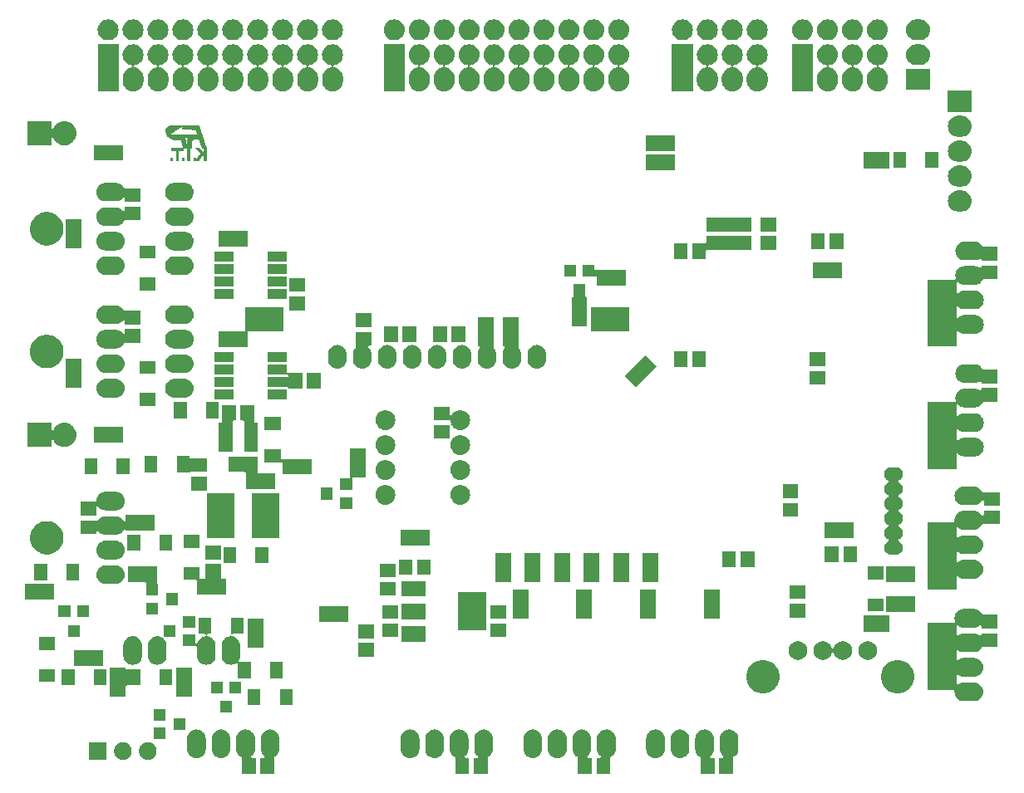
<source format=gbr>
G04 #@! TF.GenerationSoftware,KiCad,Pcbnew,(5.1.4)-1*
G04 #@! TF.CreationDate,2019-12-24T15:19:53+09:00*
G04 #@! TF.ProjectId,stm32f4_Centaurus,73746d33-3266-4345-9f43-656e74617572,rev?*
G04 #@! TF.SameCoordinates,Original*
G04 #@! TF.FileFunction,Soldermask,Bot*
G04 #@! TF.FilePolarity,Negative*
%FSLAX46Y46*%
G04 Gerber Fmt 4.6, Leading zero omitted, Abs format (unit mm)*
G04 Created by KiCad (PCBNEW (5.1.4)-1) date 2019-12-24 15:19:53*
%MOMM*%
%LPD*%
G04 APERTURE LIST*
%ADD10C,0.010000*%
%ADD11C,0.100000*%
G04 APERTURE END LIST*
D10*
G36*
X68073543Y-74836712D02*
G01*
X68073814Y-74872841D01*
X68074514Y-74906325D01*
X68075551Y-74934309D01*
X68076833Y-74953936D01*
X68077519Y-74959616D01*
X68081426Y-74983251D01*
X68294069Y-74983251D01*
X68294069Y-74737444D01*
X68073474Y-74737444D01*
X68073543Y-74836712D01*
X68073543Y-74836712D01*
G37*
X68073543Y-74836712D02*
X68073814Y-74872841D01*
X68074514Y-74906325D01*
X68075551Y-74934309D01*
X68076833Y-74953936D01*
X68077519Y-74959616D01*
X68081426Y-74983251D01*
X68294069Y-74983251D01*
X68294069Y-74737444D01*
X68073474Y-74737444D01*
X68073543Y-74836712D01*
G36*
X68771501Y-73730551D02*
G01*
X68183771Y-73732159D01*
X68183771Y-73965360D01*
X68418548Y-73967013D01*
X68653325Y-73968665D01*
X68653325Y-74468395D01*
X68653370Y-74564941D01*
X68653513Y-74649511D01*
X68653763Y-74722734D01*
X68654129Y-74785239D01*
X68654620Y-74837655D01*
X68655246Y-74880610D01*
X68656016Y-74914734D01*
X68656940Y-74940656D01*
X68658027Y-74959004D01*
X68659287Y-74970408D01*
X68660728Y-74975496D01*
X68660888Y-74975688D01*
X68669422Y-74978920D01*
X68688092Y-74981220D01*
X68717651Y-74982638D01*
X68758853Y-74983227D01*
X68770964Y-74983251D01*
X68809271Y-74983150D01*
X68836888Y-74982703D01*
X68855730Y-74981696D01*
X68867709Y-74979916D01*
X68874742Y-74977148D01*
X68878742Y-74973179D01*
X68880001Y-74971060D01*
X68881400Y-74961991D01*
X68882631Y-74940340D01*
X68883694Y-74906131D01*
X68884588Y-74859385D01*
X68885314Y-74800126D01*
X68885870Y-74728375D01*
X68886257Y-74644157D01*
X68886474Y-74547494D01*
X68886526Y-74463690D01*
X68886526Y-73968511D01*
X69113874Y-73968511D01*
X69175101Y-73968439D01*
X69224892Y-73968192D01*
X69264415Y-73967725D01*
X69294838Y-73966995D01*
X69317331Y-73965956D01*
X69333061Y-73964564D01*
X69343197Y-73962776D01*
X69348908Y-73960545D01*
X69350227Y-73959508D01*
X69353634Y-73953512D01*
X69356110Y-73942257D01*
X69357778Y-73924096D01*
X69358764Y-73897381D01*
X69359189Y-73860467D01*
X69359230Y-73839723D01*
X69359230Y-73728943D01*
X68771501Y-73730551D01*
X68771501Y-73730551D01*
G37*
X68771501Y-73730551D02*
X68183771Y-73732159D01*
X68183771Y-73965360D01*
X68418548Y-73967013D01*
X68653325Y-73968665D01*
X68653325Y-74468395D01*
X68653370Y-74564941D01*
X68653513Y-74649511D01*
X68653763Y-74722734D01*
X68654129Y-74785239D01*
X68654620Y-74837655D01*
X68655246Y-74880610D01*
X68656016Y-74914734D01*
X68656940Y-74940656D01*
X68658027Y-74959004D01*
X68659287Y-74970408D01*
X68660728Y-74975496D01*
X68660888Y-74975688D01*
X68669422Y-74978920D01*
X68688092Y-74981220D01*
X68717651Y-74982638D01*
X68758853Y-74983227D01*
X68770964Y-74983251D01*
X68809271Y-74983150D01*
X68836888Y-74982703D01*
X68855730Y-74981696D01*
X68867709Y-74979916D01*
X68874742Y-74977148D01*
X68878742Y-74973179D01*
X68880001Y-74971060D01*
X68881400Y-74961991D01*
X68882631Y-74940340D01*
X68883694Y-74906131D01*
X68884588Y-74859385D01*
X68885314Y-74800126D01*
X68885870Y-74728375D01*
X68886257Y-74644157D01*
X68886474Y-74547494D01*
X68886526Y-74463690D01*
X68886526Y-73968511D01*
X69113874Y-73968511D01*
X69175101Y-73968439D01*
X69224892Y-73968192D01*
X69264415Y-73967725D01*
X69294838Y-73966995D01*
X69317331Y-73965956D01*
X69333061Y-73964564D01*
X69343197Y-73962776D01*
X69348908Y-73960545D01*
X69350227Y-73959508D01*
X69353634Y-73953512D01*
X69356110Y-73942257D01*
X69357778Y-73924096D01*
X69358764Y-73897381D01*
X69359189Y-73860467D01*
X69359230Y-73839723D01*
X69359230Y-73728943D01*
X68771501Y-73730551D01*
G36*
X69245781Y-74983251D02*
G01*
X69359428Y-74983251D01*
X69402419Y-74983030D01*
X69434168Y-74982306D01*
X69456031Y-74980984D01*
X69469365Y-74978970D01*
X69475526Y-74976170D01*
X69476180Y-74975161D01*
X69477087Y-74966491D01*
X69477697Y-74947404D01*
X69477983Y-74920082D01*
X69477922Y-74886709D01*
X69477558Y-74853833D01*
X69475831Y-74740596D01*
X69245781Y-74737160D01*
X69245781Y-74983251D01*
X69245781Y-74983251D01*
G37*
X69245781Y-74983251D02*
X69359428Y-74983251D01*
X69402419Y-74983030D01*
X69434168Y-74982306D01*
X69456031Y-74980984D01*
X69469365Y-74978970D01*
X69475526Y-74976170D01*
X69476180Y-74975161D01*
X69477087Y-74966491D01*
X69477697Y-74947404D01*
X69477983Y-74920082D01*
X69477922Y-74886709D01*
X69477558Y-74853833D01*
X69475831Y-74740596D01*
X69245781Y-74737160D01*
X69245781Y-74983251D01*
G36*
X70424125Y-74983251D02*
G01*
X70651556Y-74983251D01*
X70649848Y-74858772D01*
X70648139Y-74734293D01*
X70427543Y-74734293D01*
X70424125Y-74983251D01*
X70424125Y-74983251D01*
G37*
X70424125Y-74983251D02*
X70651556Y-74983251D01*
X70649848Y-74858772D01*
X70648139Y-74734293D01*
X70427543Y-74734293D01*
X70424125Y-74983251D01*
G36*
X70353264Y-71466375D02*
G01*
X70261575Y-71466446D01*
X70174218Y-71466636D01*
X70092029Y-71466939D01*
X70015845Y-71467347D01*
X69946504Y-71467851D01*
X69884843Y-71468443D01*
X69831699Y-71469117D01*
X69787909Y-71469863D01*
X69754309Y-71470674D01*
X69731738Y-71471542D01*
X69721637Y-71472350D01*
X69695126Y-71476427D01*
X69668508Y-71480397D01*
X69655459Y-71482280D01*
X69622039Y-71489215D01*
X69582223Y-71500859D01*
X69540539Y-71515633D01*
X69501515Y-71531956D01*
X69474777Y-71545333D01*
X69421867Y-71581802D01*
X69376174Y-71627687D01*
X69338800Y-71681379D01*
X69310847Y-71741270D01*
X69293417Y-71805753D01*
X69292459Y-71811374D01*
X69289132Y-71831830D01*
X69971293Y-71833434D01*
X70653455Y-71835038D01*
X70680153Y-71913822D01*
X70688670Y-71938922D01*
X70700551Y-71973882D01*
X70715091Y-72016631D01*
X70731584Y-72065098D01*
X70749327Y-72117212D01*
X70767614Y-72170902D01*
X70779880Y-72206899D01*
X70796669Y-72256202D01*
X70812100Y-72301592D01*
X70825717Y-72341722D01*
X70837065Y-72375248D01*
X70845689Y-72400824D01*
X70851132Y-72417105D01*
X70852944Y-72422741D01*
X70846736Y-72422890D01*
X70828474Y-72423048D01*
X70798708Y-72423215D01*
X70757990Y-72423389D01*
X70706871Y-72423569D01*
X70645901Y-72423754D01*
X70575632Y-72423942D01*
X70496614Y-72424133D01*
X70409399Y-72424326D01*
X70314538Y-72424518D01*
X70212581Y-72424710D01*
X70104080Y-72424899D01*
X69989586Y-72425085D01*
X69869650Y-72425266D01*
X69744822Y-72425442D01*
X69615654Y-72425611D01*
X69482697Y-72425771D01*
X69374987Y-72425892D01*
X69239418Y-72426023D01*
X69107200Y-72426120D01*
X68978886Y-72426182D01*
X68855027Y-72426212D01*
X68736172Y-72426210D01*
X68622874Y-72426177D01*
X68515684Y-72426113D01*
X68415152Y-72426019D01*
X68321829Y-72425897D01*
X68236267Y-72425746D01*
X68159016Y-72425569D01*
X68090628Y-72425365D01*
X68031653Y-72425135D01*
X67982643Y-72424881D01*
X67944148Y-72424603D01*
X67916721Y-72424301D01*
X67900911Y-72423978D01*
X67896997Y-72423706D01*
X67901892Y-72417800D01*
X67915853Y-72405250D01*
X67937798Y-72386884D01*
X67966643Y-72363535D01*
X68001307Y-72336031D01*
X68040705Y-72305202D01*
X68083754Y-72271880D01*
X68129372Y-72236895D01*
X68176476Y-72201076D01*
X68223982Y-72165254D01*
X68270808Y-72130259D01*
X68315870Y-72096921D01*
X68358085Y-72066071D01*
X68396371Y-72038539D01*
X68429644Y-72015155D01*
X68432729Y-72013025D01*
X68477258Y-71982873D01*
X68528514Y-71949057D01*
X68583827Y-71913268D01*
X68640526Y-71877200D01*
X68695941Y-71842547D01*
X68747401Y-71811000D01*
X68792235Y-71784254D01*
X68807742Y-71775265D01*
X68842268Y-71755999D01*
X68883109Y-71734070D01*
X68927820Y-71710710D01*
X68973957Y-71687154D01*
X69019075Y-71664632D01*
X69060730Y-71644379D01*
X69096478Y-71627627D01*
X69123873Y-71615609D01*
X69126029Y-71614727D01*
X69148628Y-71605448D01*
X69167995Y-71597286D01*
X69179603Y-71592161D01*
X69210474Y-71578902D01*
X69249081Y-71564392D01*
X69293234Y-71549263D01*
X69340746Y-71534143D01*
X69389427Y-71519665D01*
X69437089Y-71506457D01*
X69481543Y-71495150D01*
X69520602Y-71486375D01*
X69552076Y-71480763D01*
X69572706Y-71478933D01*
X69586330Y-71477102D01*
X69592410Y-71472664D01*
X69592431Y-71472359D01*
X69586286Y-71471259D01*
X69568476Y-71470296D01*
X69539943Y-71469466D01*
X69501627Y-71468765D01*
X69454469Y-71468189D01*
X69399409Y-71467735D01*
X69337388Y-71467399D01*
X69269346Y-71467177D01*
X69196225Y-71467064D01*
X69118964Y-71467058D01*
X69038504Y-71467155D01*
X68955787Y-71467350D01*
X68871752Y-71467639D01*
X68787340Y-71468020D01*
X68703492Y-71468488D01*
X68621148Y-71469039D01*
X68541248Y-71469670D01*
X68464735Y-71470377D01*
X68392547Y-71471155D01*
X68325626Y-71472002D01*
X68264913Y-71472913D01*
X68211347Y-71473884D01*
X68165870Y-71474912D01*
X68129421Y-71475993D01*
X68102943Y-71477122D01*
X68087375Y-71478297D01*
X68086079Y-71478471D01*
X68008678Y-71492962D01*
X67934563Y-71512585D01*
X67865623Y-71536604D01*
X67803749Y-71564285D01*
X67750829Y-71594890D01*
X67713060Y-71623753D01*
X67669398Y-71670950D01*
X67633938Y-71726647D01*
X67607588Y-71789065D01*
X67591254Y-71856423D01*
X67589932Y-71865319D01*
X67587626Y-71890502D01*
X67586241Y-71923288D01*
X67585778Y-71959631D01*
X67586238Y-71995487D01*
X67587622Y-72026810D01*
X67589895Y-72049330D01*
X67607632Y-72134435D01*
X67633369Y-72220763D01*
X67666013Y-72305951D01*
X67704474Y-72387635D01*
X67747659Y-72463451D01*
X67794475Y-72531034D01*
X67833977Y-72577764D01*
X67888378Y-72629225D01*
X67952887Y-72677873D01*
X68028473Y-72724399D01*
X68073594Y-72748555D01*
X68134831Y-72778317D01*
X68192432Y-72802637D01*
X68249862Y-72822632D01*
X68310584Y-72839418D01*
X68378062Y-72854115D01*
X68430212Y-72863594D01*
X68446999Y-72866112D01*
X68466390Y-72868280D01*
X68489550Y-72870142D01*
X68517643Y-72871739D01*
X68551835Y-72873113D01*
X68593289Y-72874308D01*
X68643170Y-72875364D01*
X68702641Y-72876326D01*
X68772869Y-72877235D01*
X68819715Y-72877762D01*
X69146825Y-72881291D01*
X69179749Y-73004194D01*
X69192899Y-73053462D01*
X69207833Y-73109731D01*
X69224076Y-73171179D01*
X69241149Y-73235981D01*
X69258576Y-73302316D01*
X69275878Y-73368359D01*
X69292579Y-73432288D01*
X69308202Y-73492278D01*
X69322269Y-73546509D01*
X69334303Y-73593155D01*
X69343826Y-73630394D01*
X69347643Y-73645497D01*
X69368617Y-73729008D01*
X69582943Y-73729008D01*
X69797270Y-73729007D01*
X69797270Y-74980100D01*
X70017866Y-74980100D01*
X70017866Y-73729007D01*
X70119474Y-73729007D01*
X70221083Y-73729008D01*
X70224939Y-73661253D01*
X70225875Y-73639961D01*
X70226916Y-73607850D01*
X70228021Y-73566704D01*
X70229149Y-73518310D01*
X70230260Y-73464452D01*
X70231312Y-73406916D01*
X70232266Y-73347486D01*
X70232537Y-73328784D01*
X70233606Y-73258300D01*
X70234734Y-73199123D01*
X70236054Y-73149957D01*
X70237698Y-73109504D01*
X70239797Y-73076467D01*
X70242484Y-73049548D01*
X70245890Y-73027450D01*
X70250147Y-73008875D01*
X70255388Y-72992527D01*
X70261743Y-72977107D01*
X70269346Y-72961319D01*
X70270041Y-72959945D01*
X70298755Y-72915383D01*
X70335605Y-72879924D01*
X70375210Y-72855455D01*
X70395036Y-72845872D01*
X70413931Y-72837928D01*
X70433295Y-72831473D01*
X70454531Y-72826353D01*
X70479041Y-72822417D01*
X70508226Y-72819512D01*
X70543489Y-72817485D01*
X70586233Y-72816185D01*
X70637858Y-72815460D01*
X70699767Y-72815156D01*
X70746565Y-72815112D01*
X70985978Y-72815112D01*
X70994492Y-72835596D01*
X70998796Y-72847004D01*
X71006504Y-72868514D01*
X71016975Y-72898289D01*
X71029565Y-72934492D01*
X71043632Y-72975287D01*
X71056765Y-73013648D01*
X71073339Y-73062181D01*
X71092854Y-73119248D01*
X71114150Y-73181465D01*
X71136067Y-73245445D01*
X71157447Y-73307803D01*
X71177130Y-73365153D01*
X71177627Y-73366601D01*
X71203371Y-73441568D01*
X71225312Y-73505479D01*
X71243744Y-73559201D01*
X71258962Y-73603599D01*
X71271262Y-73639538D01*
X71280939Y-73667884D01*
X71288288Y-73689502D01*
X71293604Y-73705257D01*
X71297182Y-73716015D01*
X71299317Y-73722641D01*
X71300305Y-73726001D01*
X71300471Y-73726862D01*
X71306418Y-73727595D01*
X71322834Y-73728220D01*
X71347584Y-73728691D01*
X71378531Y-73728961D01*
X71398838Y-73729008D01*
X71436184Y-73729132D01*
X71462628Y-73729624D01*
X71479871Y-73730664D01*
X71489617Y-73732430D01*
X71493567Y-73735103D01*
X71493422Y-73738862D01*
X71493379Y-73738977D01*
X71492550Y-73747266D01*
X71491778Y-73766776D01*
X71491083Y-73796125D01*
X71490485Y-73833929D01*
X71490004Y-73878806D01*
X71489661Y-73929371D01*
X71489475Y-73984242D01*
X71489449Y-74008419D01*
X71489345Y-74267891D01*
X71402660Y-74179653D01*
X71377395Y-74153897D01*
X71345067Y-74120883D01*
X71307408Y-74082382D01*
X71266151Y-74040165D01*
X71223025Y-73996005D01*
X71179765Y-73951675D01*
X71147837Y-73918933D01*
X71109615Y-73879942D01*
X71073562Y-73843580D01*
X71040752Y-73810899D01*
X71012259Y-73782952D01*
X70989159Y-73760793D01*
X70972525Y-73745473D01*
X70963434Y-73738046D01*
X70962888Y-73737729D01*
X70951563Y-73734908D01*
X70930814Y-73732577D01*
X70902767Y-73730747D01*
X70869551Y-73729428D01*
X70833292Y-73728628D01*
X70796118Y-73728360D01*
X70760154Y-73728632D01*
X70727529Y-73729454D01*
X70700370Y-73730838D01*
X70680803Y-73732791D01*
X70670955Y-73735326D01*
X70670198Y-73736352D01*
X70674567Y-73741996D01*
X70687147Y-73755667D01*
X70707152Y-73776565D01*
X70733792Y-73803890D01*
X70766281Y-73836844D01*
X70803831Y-73874627D01*
X70845654Y-73916439D01*
X70890961Y-73961481D01*
X70933337Y-74003399D01*
X70988466Y-74057819D01*
X71035265Y-74104084D01*
X71074377Y-74142890D01*
X71106443Y-74174936D01*
X71132106Y-74200920D01*
X71152009Y-74221540D01*
X71166795Y-74237494D01*
X71177104Y-74249479D01*
X71183581Y-74258193D01*
X71186867Y-74264335D01*
X71187604Y-74268603D01*
X71186436Y-74271694D01*
X71184005Y-74274306D01*
X71183292Y-74274950D01*
X71174391Y-74284727D01*
X71160285Y-74302223D01*
X71143015Y-74324841D01*
X71126994Y-74346675D01*
X71104008Y-74378456D01*
X71078084Y-74414079D01*
X71053284Y-74447969D01*
X71042019Y-74463276D01*
X71021492Y-74491174D01*
X70996712Y-74524974D01*
X70970830Y-74560373D01*
X70947423Y-74592482D01*
X70924463Y-74624015D01*
X70900439Y-74656969D01*
X70878134Y-74687529D01*
X70860328Y-74711884D01*
X70859651Y-74712808D01*
X70842677Y-74736021D01*
X70820850Y-74765917D01*
X70796732Y-74798987D01*
X70772883Y-74831721D01*
X70767891Y-74838578D01*
X70746179Y-74868334D01*
X70725283Y-74896852D01*
X70707163Y-74921463D01*
X70693779Y-74939499D01*
X70690495Y-74943873D01*
X70679668Y-74960051D01*
X70673772Y-74972597D01*
X70673535Y-74977248D01*
X70681050Y-74979554D01*
X70698855Y-74981298D01*
X70724645Y-74982498D01*
X70756119Y-74983170D01*
X70790973Y-74983332D01*
X70826904Y-74983004D01*
X70861609Y-74982202D01*
X70892785Y-74980944D01*
X70918130Y-74979248D01*
X70935339Y-74977132D01*
X70941672Y-74975172D01*
X70949540Y-74966943D01*
X70962579Y-74951108D01*
X70978643Y-74930328D01*
X70988491Y-74917072D01*
X71009405Y-74888539D01*
X71032291Y-74857372D01*
X71053028Y-74829183D01*
X71057930Y-74822531D01*
X71071644Y-74803832D01*
X71091045Y-74777242D01*
X71114440Y-74745088D01*
X71140136Y-74709698D01*
X71166439Y-74673401D01*
X71171830Y-74665953D01*
X71214407Y-74607128D01*
X71250102Y-74557854D01*
X71279405Y-74517459D01*
X71302805Y-74485268D01*
X71320792Y-74460608D01*
X71333856Y-74442805D01*
X71341855Y-74432026D01*
X71354877Y-74414649D01*
X71425366Y-74482195D01*
X71495856Y-74549741D01*
X71495856Y-74976948D01*
X71722754Y-74976948D01*
X71722754Y-73737787D01*
X71570914Y-73287479D01*
X71544997Y-73210633D01*
X71519098Y-73133865D01*
X71493675Y-73058535D01*
X71469190Y-72986005D01*
X71446100Y-72917636D01*
X71424866Y-72854787D01*
X71405947Y-72798820D01*
X71389803Y-72751096D01*
X71376894Y-72712975D01*
X71375763Y-72709638D01*
X69900599Y-72709638D01*
X69874691Y-72747789D01*
X69859557Y-72772675D01*
X69843363Y-72803392D01*
X69829267Y-72833891D01*
X69827478Y-72838199D01*
X69819421Y-72858336D01*
X69812516Y-72877001D01*
X69806669Y-72895327D01*
X69801789Y-72914446D01*
X69797782Y-72935492D01*
X69794556Y-72959595D01*
X69792018Y-72987888D01*
X69790076Y-73021503D01*
X69788637Y-73061574D01*
X69787608Y-73109231D01*
X69786896Y-73165608D01*
X69786410Y-73231837D01*
X69786055Y-73309049D01*
X69785920Y-73346096D01*
X69785634Y-73411934D01*
X69785257Y-73473851D01*
X69784805Y-73530727D01*
X69784291Y-73581441D01*
X69783729Y-73624875D01*
X69783133Y-73659906D01*
X69782517Y-73685416D01*
X69781896Y-73700283D01*
X69781433Y-73703776D01*
X69778678Y-73698085D01*
X69773916Y-73682772D01*
X69767937Y-73660508D01*
X69764230Y-73645497D01*
X69757733Y-73618948D01*
X69748952Y-73583854D01*
X69738810Y-73543863D01*
X69728229Y-73502620D01*
X69722381Y-73480050D01*
X69711369Y-73437729D01*
X69699652Y-73392703D01*
X69688348Y-73349265D01*
X69678573Y-73311710D01*
X69674814Y-73297271D01*
X69654670Y-73220368D01*
X69632156Y-73135265D01*
X69608316Y-73045895D01*
X69586095Y-72963226D01*
X69577600Y-72931584D01*
X69566700Y-72890742D01*
X69554190Y-72843693D01*
X69540864Y-72793431D01*
X69527519Y-72742948D01*
X69519957Y-72714268D01*
X69507680Y-72667749D01*
X69495602Y-72622156D01*
X69484355Y-72579866D01*
X69474574Y-72543253D01*
X69466889Y-72514696D01*
X69462920Y-72500128D01*
X69456506Y-72476166D01*
X69451837Y-72457435D01*
X69449603Y-72446765D01*
X69449568Y-72445354D01*
X69453743Y-72449355D01*
X69463781Y-72461205D01*
X69477884Y-72478746D01*
X69485436Y-72488382D01*
X69542918Y-72553137D01*
X69606012Y-72607012D01*
X69674238Y-72649728D01*
X69747117Y-72681009D01*
X69824171Y-72700577D01*
X69859671Y-72705445D01*
X69900599Y-72709638D01*
X71375763Y-72709638D01*
X71369851Y-72692209D01*
X71335128Y-72589997D01*
X71302444Y-72493875D01*
X71272121Y-72404797D01*
X71244486Y-72323713D01*
X71219861Y-72251575D01*
X71198572Y-72189334D01*
X71180943Y-72137943D01*
X71178647Y-72131266D01*
X71169060Y-72103318D01*
X71156057Y-72065299D01*
X71140275Y-72019075D01*
X71122350Y-71966514D01*
X71102919Y-71909480D01*
X71082616Y-71849840D01*
X71062080Y-71789459D01*
X71052638Y-71761681D01*
X71033569Y-71705731D01*
X71015536Y-71653139D01*
X70998983Y-71605175D01*
X70984353Y-71563113D01*
X70972090Y-71528222D01*
X70962639Y-71501776D01*
X70956442Y-71485045D01*
X70954196Y-71479634D01*
X70947075Y-71466328D01*
X70353264Y-71466375D01*
X70353264Y-71466375D01*
G37*
X70353264Y-71466375D02*
X70261575Y-71466446D01*
X70174218Y-71466636D01*
X70092029Y-71466939D01*
X70015845Y-71467347D01*
X69946504Y-71467851D01*
X69884843Y-71468443D01*
X69831699Y-71469117D01*
X69787909Y-71469863D01*
X69754309Y-71470674D01*
X69731738Y-71471542D01*
X69721637Y-71472350D01*
X69695126Y-71476427D01*
X69668508Y-71480397D01*
X69655459Y-71482280D01*
X69622039Y-71489215D01*
X69582223Y-71500859D01*
X69540539Y-71515633D01*
X69501515Y-71531956D01*
X69474777Y-71545333D01*
X69421867Y-71581802D01*
X69376174Y-71627687D01*
X69338800Y-71681379D01*
X69310847Y-71741270D01*
X69293417Y-71805753D01*
X69292459Y-71811374D01*
X69289132Y-71831830D01*
X69971293Y-71833434D01*
X70653455Y-71835038D01*
X70680153Y-71913822D01*
X70688670Y-71938922D01*
X70700551Y-71973882D01*
X70715091Y-72016631D01*
X70731584Y-72065098D01*
X70749327Y-72117212D01*
X70767614Y-72170902D01*
X70779880Y-72206899D01*
X70796669Y-72256202D01*
X70812100Y-72301592D01*
X70825717Y-72341722D01*
X70837065Y-72375248D01*
X70845689Y-72400824D01*
X70851132Y-72417105D01*
X70852944Y-72422741D01*
X70846736Y-72422890D01*
X70828474Y-72423048D01*
X70798708Y-72423215D01*
X70757990Y-72423389D01*
X70706871Y-72423569D01*
X70645901Y-72423754D01*
X70575632Y-72423942D01*
X70496614Y-72424133D01*
X70409399Y-72424326D01*
X70314538Y-72424518D01*
X70212581Y-72424710D01*
X70104080Y-72424899D01*
X69989586Y-72425085D01*
X69869650Y-72425266D01*
X69744822Y-72425442D01*
X69615654Y-72425611D01*
X69482697Y-72425771D01*
X69374987Y-72425892D01*
X69239418Y-72426023D01*
X69107200Y-72426120D01*
X68978886Y-72426182D01*
X68855027Y-72426212D01*
X68736172Y-72426210D01*
X68622874Y-72426177D01*
X68515684Y-72426113D01*
X68415152Y-72426019D01*
X68321829Y-72425897D01*
X68236267Y-72425746D01*
X68159016Y-72425569D01*
X68090628Y-72425365D01*
X68031653Y-72425135D01*
X67982643Y-72424881D01*
X67944148Y-72424603D01*
X67916721Y-72424301D01*
X67900911Y-72423978D01*
X67896997Y-72423706D01*
X67901892Y-72417800D01*
X67915853Y-72405250D01*
X67937798Y-72386884D01*
X67966643Y-72363535D01*
X68001307Y-72336031D01*
X68040705Y-72305202D01*
X68083754Y-72271880D01*
X68129372Y-72236895D01*
X68176476Y-72201076D01*
X68223982Y-72165254D01*
X68270808Y-72130259D01*
X68315870Y-72096921D01*
X68358085Y-72066071D01*
X68396371Y-72038539D01*
X68429644Y-72015155D01*
X68432729Y-72013025D01*
X68477258Y-71982873D01*
X68528514Y-71949057D01*
X68583827Y-71913268D01*
X68640526Y-71877200D01*
X68695941Y-71842547D01*
X68747401Y-71811000D01*
X68792235Y-71784254D01*
X68807742Y-71775265D01*
X68842268Y-71755999D01*
X68883109Y-71734070D01*
X68927820Y-71710710D01*
X68973957Y-71687154D01*
X69019075Y-71664632D01*
X69060730Y-71644379D01*
X69096478Y-71627627D01*
X69123873Y-71615609D01*
X69126029Y-71614727D01*
X69148628Y-71605448D01*
X69167995Y-71597286D01*
X69179603Y-71592161D01*
X69210474Y-71578902D01*
X69249081Y-71564392D01*
X69293234Y-71549263D01*
X69340746Y-71534143D01*
X69389427Y-71519665D01*
X69437089Y-71506457D01*
X69481543Y-71495150D01*
X69520602Y-71486375D01*
X69552076Y-71480763D01*
X69572706Y-71478933D01*
X69586330Y-71477102D01*
X69592410Y-71472664D01*
X69592431Y-71472359D01*
X69586286Y-71471259D01*
X69568476Y-71470296D01*
X69539943Y-71469466D01*
X69501627Y-71468765D01*
X69454469Y-71468189D01*
X69399409Y-71467735D01*
X69337388Y-71467399D01*
X69269346Y-71467177D01*
X69196225Y-71467064D01*
X69118964Y-71467058D01*
X69038504Y-71467155D01*
X68955787Y-71467350D01*
X68871752Y-71467639D01*
X68787340Y-71468020D01*
X68703492Y-71468488D01*
X68621148Y-71469039D01*
X68541248Y-71469670D01*
X68464735Y-71470377D01*
X68392547Y-71471155D01*
X68325626Y-71472002D01*
X68264913Y-71472913D01*
X68211347Y-71473884D01*
X68165870Y-71474912D01*
X68129421Y-71475993D01*
X68102943Y-71477122D01*
X68087375Y-71478297D01*
X68086079Y-71478471D01*
X68008678Y-71492962D01*
X67934563Y-71512585D01*
X67865623Y-71536604D01*
X67803749Y-71564285D01*
X67750829Y-71594890D01*
X67713060Y-71623753D01*
X67669398Y-71670950D01*
X67633938Y-71726647D01*
X67607588Y-71789065D01*
X67591254Y-71856423D01*
X67589932Y-71865319D01*
X67587626Y-71890502D01*
X67586241Y-71923288D01*
X67585778Y-71959631D01*
X67586238Y-71995487D01*
X67587622Y-72026810D01*
X67589895Y-72049330D01*
X67607632Y-72134435D01*
X67633369Y-72220763D01*
X67666013Y-72305951D01*
X67704474Y-72387635D01*
X67747659Y-72463451D01*
X67794475Y-72531034D01*
X67833977Y-72577764D01*
X67888378Y-72629225D01*
X67952887Y-72677873D01*
X68028473Y-72724399D01*
X68073594Y-72748555D01*
X68134831Y-72778317D01*
X68192432Y-72802637D01*
X68249862Y-72822632D01*
X68310584Y-72839418D01*
X68378062Y-72854115D01*
X68430212Y-72863594D01*
X68446999Y-72866112D01*
X68466390Y-72868280D01*
X68489550Y-72870142D01*
X68517643Y-72871739D01*
X68551835Y-72873113D01*
X68593289Y-72874308D01*
X68643170Y-72875364D01*
X68702641Y-72876326D01*
X68772869Y-72877235D01*
X68819715Y-72877762D01*
X69146825Y-72881291D01*
X69179749Y-73004194D01*
X69192899Y-73053462D01*
X69207833Y-73109731D01*
X69224076Y-73171179D01*
X69241149Y-73235981D01*
X69258576Y-73302316D01*
X69275878Y-73368359D01*
X69292579Y-73432288D01*
X69308202Y-73492278D01*
X69322269Y-73546509D01*
X69334303Y-73593155D01*
X69343826Y-73630394D01*
X69347643Y-73645497D01*
X69368617Y-73729008D01*
X69582943Y-73729008D01*
X69797270Y-73729007D01*
X69797270Y-74980100D01*
X70017866Y-74980100D01*
X70017866Y-73729007D01*
X70119474Y-73729007D01*
X70221083Y-73729008D01*
X70224939Y-73661253D01*
X70225875Y-73639961D01*
X70226916Y-73607850D01*
X70228021Y-73566704D01*
X70229149Y-73518310D01*
X70230260Y-73464452D01*
X70231312Y-73406916D01*
X70232266Y-73347486D01*
X70232537Y-73328784D01*
X70233606Y-73258300D01*
X70234734Y-73199123D01*
X70236054Y-73149957D01*
X70237698Y-73109504D01*
X70239797Y-73076467D01*
X70242484Y-73049548D01*
X70245890Y-73027450D01*
X70250147Y-73008875D01*
X70255388Y-72992527D01*
X70261743Y-72977107D01*
X70269346Y-72961319D01*
X70270041Y-72959945D01*
X70298755Y-72915383D01*
X70335605Y-72879924D01*
X70375210Y-72855455D01*
X70395036Y-72845872D01*
X70413931Y-72837928D01*
X70433295Y-72831473D01*
X70454531Y-72826353D01*
X70479041Y-72822417D01*
X70508226Y-72819512D01*
X70543489Y-72817485D01*
X70586233Y-72816185D01*
X70637858Y-72815460D01*
X70699767Y-72815156D01*
X70746565Y-72815112D01*
X70985978Y-72815112D01*
X70994492Y-72835596D01*
X70998796Y-72847004D01*
X71006504Y-72868514D01*
X71016975Y-72898289D01*
X71029565Y-72934492D01*
X71043632Y-72975287D01*
X71056765Y-73013648D01*
X71073339Y-73062181D01*
X71092854Y-73119248D01*
X71114150Y-73181465D01*
X71136067Y-73245445D01*
X71157447Y-73307803D01*
X71177130Y-73365153D01*
X71177627Y-73366601D01*
X71203371Y-73441568D01*
X71225312Y-73505479D01*
X71243744Y-73559201D01*
X71258962Y-73603599D01*
X71271262Y-73639538D01*
X71280939Y-73667884D01*
X71288288Y-73689502D01*
X71293604Y-73705257D01*
X71297182Y-73716015D01*
X71299317Y-73722641D01*
X71300305Y-73726001D01*
X71300471Y-73726862D01*
X71306418Y-73727595D01*
X71322834Y-73728220D01*
X71347584Y-73728691D01*
X71378531Y-73728961D01*
X71398838Y-73729008D01*
X71436184Y-73729132D01*
X71462628Y-73729624D01*
X71479871Y-73730664D01*
X71489617Y-73732430D01*
X71493567Y-73735103D01*
X71493422Y-73738862D01*
X71493379Y-73738977D01*
X71492550Y-73747266D01*
X71491778Y-73766776D01*
X71491083Y-73796125D01*
X71490485Y-73833929D01*
X71490004Y-73878806D01*
X71489661Y-73929371D01*
X71489475Y-73984242D01*
X71489449Y-74008419D01*
X71489345Y-74267891D01*
X71402660Y-74179653D01*
X71377395Y-74153897D01*
X71345067Y-74120883D01*
X71307408Y-74082382D01*
X71266151Y-74040165D01*
X71223025Y-73996005D01*
X71179765Y-73951675D01*
X71147837Y-73918933D01*
X71109615Y-73879942D01*
X71073562Y-73843580D01*
X71040752Y-73810899D01*
X71012259Y-73782952D01*
X70989159Y-73760793D01*
X70972525Y-73745473D01*
X70963434Y-73738046D01*
X70962888Y-73737729D01*
X70951563Y-73734908D01*
X70930814Y-73732577D01*
X70902767Y-73730747D01*
X70869551Y-73729428D01*
X70833292Y-73728628D01*
X70796118Y-73728360D01*
X70760154Y-73728632D01*
X70727529Y-73729454D01*
X70700370Y-73730838D01*
X70680803Y-73732791D01*
X70670955Y-73735326D01*
X70670198Y-73736352D01*
X70674567Y-73741996D01*
X70687147Y-73755667D01*
X70707152Y-73776565D01*
X70733792Y-73803890D01*
X70766281Y-73836844D01*
X70803831Y-73874627D01*
X70845654Y-73916439D01*
X70890961Y-73961481D01*
X70933337Y-74003399D01*
X70988466Y-74057819D01*
X71035265Y-74104084D01*
X71074377Y-74142890D01*
X71106443Y-74174936D01*
X71132106Y-74200920D01*
X71152009Y-74221540D01*
X71166795Y-74237494D01*
X71177104Y-74249479D01*
X71183581Y-74258193D01*
X71186867Y-74264335D01*
X71187604Y-74268603D01*
X71186436Y-74271694D01*
X71184005Y-74274306D01*
X71183292Y-74274950D01*
X71174391Y-74284727D01*
X71160285Y-74302223D01*
X71143015Y-74324841D01*
X71126994Y-74346675D01*
X71104008Y-74378456D01*
X71078084Y-74414079D01*
X71053284Y-74447969D01*
X71042019Y-74463276D01*
X71021492Y-74491174D01*
X70996712Y-74524974D01*
X70970830Y-74560373D01*
X70947423Y-74592482D01*
X70924463Y-74624015D01*
X70900439Y-74656969D01*
X70878134Y-74687529D01*
X70860328Y-74711884D01*
X70859651Y-74712808D01*
X70842677Y-74736021D01*
X70820850Y-74765917D01*
X70796732Y-74798987D01*
X70772883Y-74831721D01*
X70767891Y-74838578D01*
X70746179Y-74868334D01*
X70725283Y-74896852D01*
X70707163Y-74921463D01*
X70693779Y-74939499D01*
X70690495Y-74943873D01*
X70679668Y-74960051D01*
X70673772Y-74972597D01*
X70673535Y-74977248D01*
X70681050Y-74979554D01*
X70698855Y-74981298D01*
X70724645Y-74982498D01*
X70756119Y-74983170D01*
X70790973Y-74983332D01*
X70826904Y-74983004D01*
X70861609Y-74982202D01*
X70892785Y-74980944D01*
X70918130Y-74979248D01*
X70935339Y-74977132D01*
X70941672Y-74975172D01*
X70949540Y-74966943D01*
X70962579Y-74951108D01*
X70978643Y-74930328D01*
X70988491Y-74917072D01*
X71009405Y-74888539D01*
X71032291Y-74857372D01*
X71053028Y-74829183D01*
X71057930Y-74822531D01*
X71071644Y-74803832D01*
X71091045Y-74777242D01*
X71114440Y-74745088D01*
X71140136Y-74709698D01*
X71166439Y-74673401D01*
X71171830Y-74665953D01*
X71214407Y-74607128D01*
X71250102Y-74557854D01*
X71279405Y-74517459D01*
X71302805Y-74485268D01*
X71320792Y-74460608D01*
X71333856Y-74442805D01*
X71341855Y-74432026D01*
X71354877Y-74414649D01*
X71425366Y-74482195D01*
X71495856Y-74549741D01*
X71495856Y-74976948D01*
X71722754Y-74976948D01*
X71722754Y-73737787D01*
X71570914Y-73287479D01*
X71544997Y-73210633D01*
X71519098Y-73133865D01*
X71493675Y-73058535D01*
X71469190Y-72986005D01*
X71446100Y-72917636D01*
X71424866Y-72854787D01*
X71405947Y-72798820D01*
X71389803Y-72751096D01*
X71376894Y-72712975D01*
X71375763Y-72709638D01*
X69900599Y-72709638D01*
X69874691Y-72747789D01*
X69859557Y-72772675D01*
X69843363Y-72803392D01*
X69829267Y-72833891D01*
X69827478Y-72838199D01*
X69819421Y-72858336D01*
X69812516Y-72877001D01*
X69806669Y-72895327D01*
X69801789Y-72914446D01*
X69797782Y-72935492D01*
X69794556Y-72959595D01*
X69792018Y-72987888D01*
X69790076Y-73021503D01*
X69788637Y-73061574D01*
X69787608Y-73109231D01*
X69786896Y-73165608D01*
X69786410Y-73231837D01*
X69786055Y-73309049D01*
X69785920Y-73346096D01*
X69785634Y-73411934D01*
X69785257Y-73473851D01*
X69784805Y-73530727D01*
X69784291Y-73581441D01*
X69783729Y-73624875D01*
X69783133Y-73659906D01*
X69782517Y-73685416D01*
X69781896Y-73700283D01*
X69781433Y-73703776D01*
X69778678Y-73698085D01*
X69773916Y-73682772D01*
X69767937Y-73660508D01*
X69764230Y-73645497D01*
X69757733Y-73618948D01*
X69748952Y-73583854D01*
X69738810Y-73543863D01*
X69728229Y-73502620D01*
X69722381Y-73480050D01*
X69711369Y-73437729D01*
X69699652Y-73392703D01*
X69688348Y-73349265D01*
X69678573Y-73311710D01*
X69674814Y-73297271D01*
X69654670Y-73220368D01*
X69632156Y-73135265D01*
X69608316Y-73045895D01*
X69586095Y-72963226D01*
X69577600Y-72931584D01*
X69566700Y-72890742D01*
X69554190Y-72843693D01*
X69540864Y-72793431D01*
X69527519Y-72742948D01*
X69519957Y-72714268D01*
X69507680Y-72667749D01*
X69495602Y-72622156D01*
X69484355Y-72579866D01*
X69474574Y-72543253D01*
X69466889Y-72514696D01*
X69462920Y-72500128D01*
X69456506Y-72476166D01*
X69451837Y-72457435D01*
X69449603Y-72446765D01*
X69449568Y-72445354D01*
X69453743Y-72449355D01*
X69463781Y-72461205D01*
X69477884Y-72478746D01*
X69485436Y-72488382D01*
X69542918Y-72553137D01*
X69606012Y-72607012D01*
X69674238Y-72649728D01*
X69747117Y-72681009D01*
X69824171Y-72700577D01*
X69859671Y-72705445D01*
X69900599Y-72709638D01*
X71375763Y-72709638D01*
X71369851Y-72692209D01*
X71335128Y-72589997D01*
X71302444Y-72493875D01*
X71272121Y-72404797D01*
X71244486Y-72323713D01*
X71219861Y-72251575D01*
X71198572Y-72189334D01*
X71180943Y-72137943D01*
X71178647Y-72131266D01*
X71169060Y-72103318D01*
X71156057Y-72065299D01*
X71140275Y-72019075D01*
X71122350Y-71966514D01*
X71102919Y-71909480D01*
X71082616Y-71849840D01*
X71062080Y-71789459D01*
X71052638Y-71761681D01*
X71033569Y-71705731D01*
X71015536Y-71653139D01*
X70998983Y-71605175D01*
X70984353Y-71563113D01*
X70972090Y-71528222D01*
X70962639Y-71501776D01*
X70956442Y-71485045D01*
X70954196Y-71479634D01*
X70947075Y-71466328D01*
X70353264Y-71466375D01*
D11*
G36*
X75936231Y-133063746D02*
G01*
X76055909Y-133100050D01*
X76115310Y-133118069D01*
X76202831Y-133164850D01*
X76280345Y-133206282D01*
X76325290Y-133243168D01*
X76425002Y-133324998D01*
X76533073Y-133456685D01*
X76543718Y-133469655D01*
X76584780Y-133546477D01*
X76631932Y-133634691D01*
X76686254Y-133813769D01*
X76700000Y-133953334D01*
X76700000Y-135046666D01*
X76686254Y-135186231D01*
X76631932Y-135365309D01*
X76631931Y-135365310D01*
X76553480Y-135512082D01*
X76543717Y-135530346D01*
X76425002Y-135675002D01*
X76359966Y-135728375D01*
X76342639Y-135745702D01*
X76329025Y-135766077D01*
X76319647Y-135788716D01*
X76314867Y-135812749D01*
X76314867Y-135837253D01*
X76319647Y-135861286D01*
X76329025Y-135883925D01*
X76342638Y-135904299D01*
X76359965Y-135921626D01*
X76380340Y-135935240D01*
X76402979Y-135944618D01*
X76427012Y-135949398D01*
X76439264Y-135950000D01*
X76770000Y-135950000D01*
X76770000Y-137550000D01*
X75370000Y-137550000D01*
X75370000Y-135949000D01*
X75367598Y-135924614D01*
X75360485Y-135901165D01*
X75348934Y-135879554D01*
X75333389Y-135860612D01*
X75303926Y-135838761D01*
X75219656Y-135793718D01*
X75199487Y-135777166D01*
X75074999Y-135675002D01*
X74956284Y-135530346D01*
X74946522Y-135512082D01*
X74868069Y-135365308D01*
X74813747Y-135186232D01*
X74813747Y-135186231D01*
X74813746Y-135186229D01*
X74800000Y-135046666D01*
X74800000Y-133953335D01*
X74813746Y-133813770D01*
X74813747Y-133813768D01*
X74868068Y-133634693D01*
X74868069Y-133634690D01*
X74914850Y-133547169D01*
X74956282Y-133469655D01*
X74993168Y-133424710D01*
X75074998Y-133324998D01*
X75219654Y-133206283D01*
X75219653Y-133206283D01*
X75219655Y-133206282D01*
X75296477Y-133165220D01*
X75384691Y-133118068D01*
X75474230Y-133090907D01*
X75563768Y-133063746D01*
X75750000Y-133045404D01*
X75936231Y-133063746D01*
X75936231Y-133063746D01*
G37*
G36*
X122686231Y-133063746D02*
G01*
X122805909Y-133100050D01*
X122865310Y-133118069D01*
X122952831Y-133164850D01*
X123030345Y-133206282D01*
X123075290Y-133243168D01*
X123175002Y-133324998D01*
X123283073Y-133456685D01*
X123293718Y-133469655D01*
X123334780Y-133546477D01*
X123381932Y-133634691D01*
X123436254Y-133813769D01*
X123450000Y-133953334D01*
X123450000Y-135046666D01*
X123436254Y-135186231D01*
X123381932Y-135365309D01*
X123381931Y-135365310D01*
X123303480Y-135512082D01*
X123293717Y-135530346D01*
X123175002Y-135675002D01*
X123109966Y-135728375D01*
X123092639Y-135745702D01*
X123079025Y-135766077D01*
X123069647Y-135788716D01*
X123064867Y-135812749D01*
X123064867Y-135837253D01*
X123069647Y-135861286D01*
X123079025Y-135883925D01*
X123092638Y-135904299D01*
X123109965Y-135921626D01*
X123130340Y-135935240D01*
X123152979Y-135944618D01*
X123177012Y-135949398D01*
X123189264Y-135950000D01*
X123520000Y-135950000D01*
X123520000Y-137550000D01*
X122120000Y-137550000D01*
X122120000Y-135949000D01*
X122117598Y-135924614D01*
X122110485Y-135901165D01*
X122098934Y-135879554D01*
X122083389Y-135860612D01*
X122053926Y-135838761D01*
X121969656Y-135793718D01*
X121949487Y-135777166D01*
X121824999Y-135675002D01*
X121706284Y-135530346D01*
X121696522Y-135512082D01*
X121618069Y-135365308D01*
X121563747Y-135186232D01*
X121563747Y-135186231D01*
X121563746Y-135186229D01*
X121550000Y-135046666D01*
X121550000Y-133953335D01*
X121563746Y-133813770D01*
X121563747Y-133813768D01*
X121618068Y-133634693D01*
X121618069Y-133634690D01*
X121664850Y-133547169D01*
X121706282Y-133469655D01*
X121743168Y-133424710D01*
X121824998Y-133324998D01*
X121969654Y-133206283D01*
X121969653Y-133206283D01*
X121969655Y-133206282D01*
X122046477Y-133165220D01*
X122134691Y-133118068D01*
X122224230Y-133090907D01*
X122313768Y-133063746D01*
X122500000Y-133045404D01*
X122686231Y-133063746D01*
X122686231Y-133063746D01*
G37*
G36*
X125186231Y-133063746D02*
G01*
X125305909Y-133100050D01*
X125365310Y-133118069D01*
X125452831Y-133164850D01*
X125530345Y-133206282D01*
X125575290Y-133243168D01*
X125675002Y-133324998D01*
X125783073Y-133456685D01*
X125793718Y-133469655D01*
X125834780Y-133546477D01*
X125881932Y-133634691D01*
X125936254Y-133813769D01*
X125950000Y-133953334D01*
X125950000Y-135046666D01*
X125936254Y-135186231D01*
X125881932Y-135365309D01*
X125881931Y-135365310D01*
X125803480Y-135512082D01*
X125793717Y-135530346D01*
X125675002Y-135675002D01*
X125576846Y-135755555D01*
X125530345Y-135793718D01*
X125467695Y-135827205D01*
X125466075Y-135828071D01*
X125445700Y-135841685D01*
X125428373Y-135859012D01*
X125414760Y-135879386D01*
X125405382Y-135902025D01*
X125400000Y-135938310D01*
X125400000Y-137550000D01*
X124000000Y-137550000D01*
X124000000Y-135950000D01*
X124310737Y-135950000D01*
X124335123Y-135947598D01*
X124358572Y-135940485D01*
X124380183Y-135928934D01*
X124399125Y-135913389D01*
X124414670Y-135894447D01*
X124426221Y-135872836D01*
X124433334Y-135849387D01*
X124435736Y-135825001D01*
X124433334Y-135800615D01*
X124426221Y-135777166D01*
X124414670Y-135755555D01*
X124399125Y-135736613D01*
X124390035Y-135728375D01*
X124324999Y-135675002D01*
X124206284Y-135530346D01*
X124196522Y-135512082D01*
X124118069Y-135365308D01*
X124063747Y-135186232D01*
X124063747Y-135186231D01*
X124063746Y-135186229D01*
X124050000Y-135046666D01*
X124050000Y-133953335D01*
X124063746Y-133813770D01*
X124063747Y-133813768D01*
X124118068Y-133634693D01*
X124118069Y-133634690D01*
X124164850Y-133547169D01*
X124206282Y-133469655D01*
X124243168Y-133424710D01*
X124324998Y-133324998D01*
X124469654Y-133206283D01*
X124469653Y-133206283D01*
X124469655Y-133206282D01*
X124546477Y-133165220D01*
X124634691Y-133118068D01*
X124724230Y-133090907D01*
X124813768Y-133063746D01*
X125000000Y-133045404D01*
X125186231Y-133063746D01*
X125186231Y-133063746D01*
G37*
G36*
X110186231Y-133063746D02*
G01*
X110305909Y-133100050D01*
X110365310Y-133118069D01*
X110452831Y-133164850D01*
X110530345Y-133206282D01*
X110575290Y-133243168D01*
X110675002Y-133324998D01*
X110783073Y-133456685D01*
X110793718Y-133469655D01*
X110834780Y-133546477D01*
X110881932Y-133634691D01*
X110936254Y-133813769D01*
X110950000Y-133953334D01*
X110950000Y-135046666D01*
X110936254Y-135186231D01*
X110881932Y-135365309D01*
X110881931Y-135365310D01*
X110803480Y-135512082D01*
X110793717Y-135530346D01*
X110675002Y-135675002D01*
X110609966Y-135728375D01*
X110592639Y-135745702D01*
X110579025Y-135766077D01*
X110569647Y-135788716D01*
X110564867Y-135812749D01*
X110564867Y-135837253D01*
X110569647Y-135861286D01*
X110579025Y-135883925D01*
X110592638Y-135904299D01*
X110609965Y-135921626D01*
X110630340Y-135935240D01*
X110652979Y-135944618D01*
X110677012Y-135949398D01*
X110689264Y-135950000D01*
X111020000Y-135950000D01*
X111020000Y-137550000D01*
X109620000Y-137550000D01*
X109620000Y-135949000D01*
X109617598Y-135924614D01*
X109610485Y-135901165D01*
X109598934Y-135879554D01*
X109583389Y-135860612D01*
X109553926Y-135838761D01*
X109469656Y-135793718D01*
X109449487Y-135777166D01*
X109324999Y-135675002D01*
X109206284Y-135530346D01*
X109196522Y-135512082D01*
X109118069Y-135365308D01*
X109063747Y-135186232D01*
X109063747Y-135186231D01*
X109063746Y-135186229D01*
X109050000Y-135046666D01*
X109050000Y-133953335D01*
X109063746Y-133813770D01*
X109063747Y-133813768D01*
X109118068Y-133634693D01*
X109118069Y-133634690D01*
X109164850Y-133547169D01*
X109206282Y-133469655D01*
X109243168Y-133424710D01*
X109324998Y-133324998D01*
X109469654Y-133206283D01*
X109469653Y-133206283D01*
X109469655Y-133206282D01*
X109546477Y-133165220D01*
X109634691Y-133118068D01*
X109724230Y-133090907D01*
X109813768Y-133063746D01*
X110000000Y-133045404D01*
X110186231Y-133063746D01*
X110186231Y-133063746D01*
G37*
G36*
X112686231Y-133063746D02*
G01*
X112805909Y-133100050D01*
X112865310Y-133118069D01*
X112952831Y-133164850D01*
X113030345Y-133206282D01*
X113075290Y-133243168D01*
X113175002Y-133324998D01*
X113283073Y-133456685D01*
X113293718Y-133469655D01*
X113334780Y-133546477D01*
X113381932Y-133634691D01*
X113436254Y-133813769D01*
X113450000Y-133953334D01*
X113450000Y-135046666D01*
X113436254Y-135186231D01*
X113381932Y-135365309D01*
X113381931Y-135365310D01*
X113303480Y-135512082D01*
X113293717Y-135530346D01*
X113175002Y-135675002D01*
X113076846Y-135755555D01*
X113030345Y-135793718D01*
X112967695Y-135827205D01*
X112966075Y-135828071D01*
X112945700Y-135841685D01*
X112928373Y-135859012D01*
X112914760Y-135879386D01*
X112905382Y-135902025D01*
X112900000Y-135938310D01*
X112900000Y-137550000D01*
X111500000Y-137550000D01*
X111500000Y-135950000D01*
X111810737Y-135950000D01*
X111835123Y-135947598D01*
X111858572Y-135940485D01*
X111880183Y-135928934D01*
X111899125Y-135913389D01*
X111914670Y-135894447D01*
X111926221Y-135872836D01*
X111933334Y-135849387D01*
X111935736Y-135825001D01*
X111933334Y-135800615D01*
X111926221Y-135777166D01*
X111914670Y-135755555D01*
X111899125Y-135736613D01*
X111890035Y-135728375D01*
X111824999Y-135675002D01*
X111706284Y-135530346D01*
X111696522Y-135512082D01*
X111618069Y-135365308D01*
X111563747Y-135186232D01*
X111563747Y-135186231D01*
X111563746Y-135186229D01*
X111550000Y-135046666D01*
X111550000Y-133953335D01*
X111563746Y-133813770D01*
X111563747Y-133813768D01*
X111618068Y-133634693D01*
X111618069Y-133634690D01*
X111664850Y-133547169D01*
X111706282Y-133469655D01*
X111743168Y-133424710D01*
X111824998Y-133324998D01*
X111969654Y-133206283D01*
X111969653Y-133206283D01*
X111969655Y-133206282D01*
X112046477Y-133165220D01*
X112134691Y-133118068D01*
X112224230Y-133090907D01*
X112313768Y-133063746D01*
X112500000Y-133045404D01*
X112686231Y-133063746D01*
X112686231Y-133063746D01*
G37*
G36*
X97686231Y-133063746D02*
G01*
X97805909Y-133100050D01*
X97865310Y-133118069D01*
X97952831Y-133164850D01*
X98030345Y-133206282D01*
X98075290Y-133243168D01*
X98175002Y-133324998D01*
X98283073Y-133456685D01*
X98293718Y-133469655D01*
X98334780Y-133546477D01*
X98381932Y-133634691D01*
X98436254Y-133813769D01*
X98450000Y-133953334D01*
X98450000Y-135046666D01*
X98436254Y-135186231D01*
X98381932Y-135365309D01*
X98381931Y-135365310D01*
X98303480Y-135512082D01*
X98293717Y-135530346D01*
X98175002Y-135675002D01*
X98109966Y-135728375D01*
X98092639Y-135745702D01*
X98079025Y-135766077D01*
X98069647Y-135788716D01*
X98064867Y-135812749D01*
X98064867Y-135837253D01*
X98069647Y-135861286D01*
X98079025Y-135883925D01*
X98092638Y-135904299D01*
X98109965Y-135921626D01*
X98130340Y-135935240D01*
X98152979Y-135944618D01*
X98177012Y-135949398D01*
X98189264Y-135950000D01*
X98520000Y-135950000D01*
X98520000Y-137550000D01*
X97120000Y-137550000D01*
X97120000Y-135949000D01*
X97117598Y-135924614D01*
X97110485Y-135901165D01*
X97098934Y-135879554D01*
X97083389Y-135860612D01*
X97053926Y-135838761D01*
X96969656Y-135793718D01*
X96949487Y-135777166D01*
X96824999Y-135675002D01*
X96706284Y-135530346D01*
X96696522Y-135512082D01*
X96618069Y-135365308D01*
X96563747Y-135186232D01*
X96563747Y-135186231D01*
X96563746Y-135186229D01*
X96550000Y-135046666D01*
X96550000Y-133953335D01*
X96563746Y-133813770D01*
X96563747Y-133813768D01*
X96618068Y-133634693D01*
X96618069Y-133634690D01*
X96664850Y-133547169D01*
X96706282Y-133469655D01*
X96743168Y-133424710D01*
X96824998Y-133324998D01*
X96969654Y-133206283D01*
X96969653Y-133206283D01*
X96969655Y-133206282D01*
X97046477Y-133165220D01*
X97134691Y-133118068D01*
X97224230Y-133090907D01*
X97313768Y-133063746D01*
X97500000Y-133045404D01*
X97686231Y-133063746D01*
X97686231Y-133063746D01*
G37*
G36*
X100186231Y-133063746D02*
G01*
X100305909Y-133100050D01*
X100365310Y-133118069D01*
X100452831Y-133164850D01*
X100530345Y-133206282D01*
X100575290Y-133243168D01*
X100675002Y-133324998D01*
X100783073Y-133456685D01*
X100793718Y-133469655D01*
X100834780Y-133546477D01*
X100881932Y-133634691D01*
X100936254Y-133813769D01*
X100950000Y-133953334D01*
X100950000Y-135046666D01*
X100936254Y-135186231D01*
X100881932Y-135365309D01*
X100881931Y-135365310D01*
X100803480Y-135512082D01*
X100793717Y-135530346D01*
X100675002Y-135675002D01*
X100576846Y-135755555D01*
X100530345Y-135793718D01*
X100467695Y-135827205D01*
X100466075Y-135828071D01*
X100445700Y-135841685D01*
X100428373Y-135859012D01*
X100414760Y-135879386D01*
X100405382Y-135902025D01*
X100400000Y-135938310D01*
X100400000Y-137550000D01*
X99000000Y-137550000D01*
X99000000Y-135950000D01*
X99310737Y-135950000D01*
X99335123Y-135947598D01*
X99358572Y-135940485D01*
X99380183Y-135928934D01*
X99399125Y-135913389D01*
X99414670Y-135894447D01*
X99426221Y-135872836D01*
X99433334Y-135849387D01*
X99435736Y-135825001D01*
X99433334Y-135800615D01*
X99426221Y-135777166D01*
X99414670Y-135755555D01*
X99399125Y-135736613D01*
X99390035Y-135728375D01*
X99324999Y-135675002D01*
X99206284Y-135530346D01*
X99196522Y-135512082D01*
X99118069Y-135365308D01*
X99063747Y-135186232D01*
X99063747Y-135186231D01*
X99063746Y-135186229D01*
X99050000Y-135046666D01*
X99050000Y-133953335D01*
X99063746Y-133813770D01*
X99063747Y-133813768D01*
X99118068Y-133634693D01*
X99118069Y-133634690D01*
X99164850Y-133547169D01*
X99206282Y-133469655D01*
X99243168Y-133424710D01*
X99324998Y-133324998D01*
X99469654Y-133206283D01*
X99469653Y-133206283D01*
X99469655Y-133206282D01*
X99546477Y-133165220D01*
X99634691Y-133118068D01*
X99724230Y-133090907D01*
X99813768Y-133063746D01*
X100000000Y-133045404D01*
X100186231Y-133063746D01*
X100186231Y-133063746D01*
G37*
G36*
X78436231Y-133063746D02*
G01*
X78555909Y-133100050D01*
X78615310Y-133118069D01*
X78702831Y-133164850D01*
X78780345Y-133206282D01*
X78825290Y-133243168D01*
X78925002Y-133324998D01*
X79033073Y-133456685D01*
X79043718Y-133469655D01*
X79084780Y-133546477D01*
X79131932Y-133634691D01*
X79186254Y-133813769D01*
X79200000Y-133953334D01*
X79200000Y-135046666D01*
X79186254Y-135186231D01*
X79131932Y-135365309D01*
X79131931Y-135365310D01*
X79053480Y-135512082D01*
X79043717Y-135530346D01*
X78925002Y-135675002D01*
X78826846Y-135755555D01*
X78780345Y-135793718D01*
X78717695Y-135827205D01*
X78716075Y-135828071D01*
X78695700Y-135841685D01*
X78678373Y-135859012D01*
X78664760Y-135879386D01*
X78655382Y-135902025D01*
X78650000Y-135938310D01*
X78650000Y-137550000D01*
X77250000Y-137550000D01*
X77250000Y-135950000D01*
X77560737Y-135950000D01*
X77585123Y-135947598D01*
X77608572Y-135940485D01*
X77630183Y-135928934D01*
X77649125Y-135913389D01*
X77664670Y-135894447D01*
X77676221Y-135872836D01*
X77683334Y-135849387D01*
X77685736Y-135825001D01*
X77683334Y-135800615D01*
X77676221Y-135777166D01*
X77664670Y-135755555D01*
X77649125Y-135736613D01*
X77640035Y-135728375D01*
X77574999Y-135675002D01*
X77456284Y-135530346D01*
X77446522Y-135512082D01*
X77368069Y-135365308D01*
X77313747Y-135186232D01*
X77313747Y-135186231D01*
X77313746Y-135186229D01*
X77300000Y-135046666D01*
X77300000Y-133953335D01*
X77313746Y-133813770D01*
X77313747Y-133813768D01*
X77368068Y-133634693D01*
X77368069Y-133634690D01*
X77414850Y-133547169D01*
X77456282Y-133469655D01*
X77493168Y-133424710D01*
X77574998Y-133324998D01*
X77719654Y-133206283D01*
X77719653Y-133206283D01*
X77719655Y-133206282D01*
X77796477Y-133165220D01*
X77884691Y-133118068D01*
X77974230Y-133090907D01*
X78063768Y-133063746D01*
X78250000Y-133045404D01*
X78436231Y-133063746D01*
X78436231Y-133063746D01*
G37*
G36*
X63454220Y-134374519D02*
G01*
X63512083Y-134386029D01*
X63675599Y-134453760D01*
X63822760Y-134552090D01*
X63947910Y-134677240D01*
X63947911Y-134677242D01*
X64046241Y-134824403D01*
X64113971Y-134987918D01*
X64148500Y-135161504D01*
X64148500Y-135338496D01*
X64143166Y-135365309D01*
X64113971Y-135512083D01*
X64046240Y-135675599D01*
X63947910Y-135822760D01*
X63822760Y-135947910D01*
X63675599Y-136046240D01*
X63512083Y-136113971D01*
X63454220Y-136125481D01*
X63338496Y-136148500D01*
X63161504Y-136148500D01*
X63045780Y-136125481D01*
X62987917Y-136113971D01*
X62824401Y-136046240D01*
X62677240Y-135947910D01*
X62552090Y-135822760D01*
X62453760Y-135675599D01*
X62386029Y-135512083D01*
X62356834Y-135365309D01*
X62351500Y-135338496D01*
X62351500Y-135161504D01*
X62386029Y-134987918D01*
X62453759Y-134824403D01*
X62552089Y-134677242D01*
X62552090Y-134677240D01*
X62677240Y-134552090D01*
X62824401Y-134453760D01*
X62987917Y-134386029D01*
X63045780Y-134374519D01*
X63161504Y-134351500D01*
X63338496Y-134351500D01*
X63454220Y-134374519D01*
X63454220Y-134374519D01*
G37*
G36*
X61608500Y-136148500D02*
G01*
X59811500Y-136148500D01*
X59811500Y-134351500D01*
X61608500Y-134351500D01*
X61608500Y-136148500D01*
X61608500Y-136148500D01*
G37*
G36*
X65994220Y-134374519D02*
G01*
X66052083Y-134386029D01*
X66215599Y-134453760D01*
X66362760Y-134552090D01*
X66487910Y-134677240D01*
X66487911Y-134677242D01*
X66586241Y-134824403D01*
X66653971Y-134987918D01*
X66688500Y-135161504D01*
X66688500Y-135338496D01*
X66683166Y-135365309D01*
X66653971Y-135512083D01*
X66586240Y-135675599D01*
X66487910Y-135822760D01*
X66362760Y-135947910D01*
X66215599Y-136046240D01*
X66052083Y-136113971D01*
X65994220Y-136125481D01*
X65878496Y-136148500D01*
X65701504Y-136148500D01*
X65585780Y-136125481D01*
X65527917Y-136113971D01*
X65364401Y-136046240D01*
X65217240Y-135947910D01*
X65092090Y-135822760D01*
X64993760Y-135675599D01*
X64926029Y-135512083D01*
X64896834Y-135365309D01*
X64891500Y-135338496D01*
X64891500Y-135161504D01*
X64926029Y-134987918D01*
X64993759Y-134824403D01*
X65092089Y-134677242D01*
X65092090Y-134677240D01*
X65217240Y-134552090D01*
X65364401Y-134453760D01*
X65527917Y-134386029D01*
X65585780Y-134374519D01*
X65701504Y-134351500D01*
X65878496Y-134351500D01*
X65994220Y-134374519D01*
X65994220Y-134374519D01*
G37*
G36*
X95186231Y-133063746D02*
G01*
X95305909Y-133100050D01*
X95365310Y-133118069D01*
X95452831Y-133164850D01*
X95530345Y-133206282D01*
X95575290Y-133243168D01*
X95675002Y-133324998D01*
X95783073Y-133456685D01*
X95793718Y-133469655D01*
X95834780Y-133546477D01*
X95881932Y-133634691D01*
X95936254Y-133813769D01*
X95950000Y-133953334D01*
X95950000Y-135046666D01*
X95936254Y-135186231D01*
X95881932Y-135365309D01*
X95881931Y-135365310D01*
X95803480Y-135512082D01*
X95793717Y-135530346D01*
X95675002Y-135675002D01*
X95550514Y-135777166D01*
X95530345Y-135793718D01*
X95466075Y-135828071D01*
X95365309Y-135881932D01*
X95301905Y-135901165D01*
X95186232Y-135936254D01*
X95000000Y-135954596D01*
X94813769Y-135936254D01*
X94698096Y-135901165D01*
X94634692Y-135881932D01*
X94533926Y-135828071D01*
X94469656Y-135793718D01*
X94449487Y-135777166D01*
X94324999Y-135675002D01*
X94206284Y-135530346D01*
X94196522Y-135512082D01*
X94118069Y-135365308D01*
X94063747Y-135186232D01*
X94063747Y-135186231D01*
X94063746Y-135186229D01*
X94050000Y-135046666D01*
X94050000Y-133953335D01*
X94063746Y-133813770D01*
X94063747Y-133813768D01*
X94118068Y-133634693D01*
X94118069Y-133634690D01*
X94164850Y-133547169D01*
X94206282Y-133469655D01*
X94243168Y-133424710D01*
X94324998Y-133324998D01*
X94469654Y-133206283D01*
X94469653Y-133206283D01*
X94469655Y-133206282D01*
X94546477Y-133165220D01*
X94634691Y-133118068D01*
X94724230Y-133090907D01*
X94813768Y-133063746D01*
X95000000Y-133045404D01*
X95186231Y-133063746D01*
X95186231Y-133063746D01*
G37*
G36*
X107686231Y-133063746D02*
G01*
X107805909Y-133100050D01*
X107865310Y-133118069D01*
X107952831Y-133164850D01*
X108030345Y-133206282D01*
X108075290Y-133243168D01*
X108175002Y-133324998D01*
X108283073Y-133456685D01*
X108293718Y-133469655D01*
X108334780Y-133546477D01*
X108381932Y-133634691D01*
X108436254Y-133813769D01*
X108450000Y-133953334D01*
X108450000Y-135046666D01*
X108436254Y-135186231D01*
X108381932Y-135365309D01*
X108381931Y-135365310D01*
X108303480Y-135512082D01*
X108293717Y-135530346D01*
X108175002Y-135675002D01*
X108050514Y-135777166D01*
X108030345Y-135793718D01*
X107966075Y-135828071D01*
X107865309Y-135881932D01*
X107801905Y-135901165D01*
X107686232Y-135936254D01*
X107500000Y-135954596D01*
X107313769Y-135936254D01*
X107198096Y-135901165D01*
X107134692Y-135881932D01*
X107033926Y-135828071D01*
X106969656Y-135793718D01*
X106949487Y-135777166D01*
X106824999Y-135675002D01*
X106706284Y-135530346D01*
X106696522Y-135512082D01*
X106618069Y-135365308D01*
X106563747Y-135186232D01*
X106563747Y-135186231D01*
X106563746Y-135186229D01*
X106550000Y-135046666D01*
X106550000Y-133953335D01*
X106563746Y-133813770D01*
X106563747Y-133813768D01*
X106618068Y-133634693D01*
X106618069Y-133634690D01*
X106664850Y-133547169D01*
X106706282Y-133469655D01*
X106743168Y-133424710D01*
X106824998Y-133324998D01*
X106969654Y-133206283D01*
X106969653Y-133206283D01*
X106969655Y-133206282D01*
X107046477Y-133165220D01*
X107134691Y-133118068D01*
X107224230Y-133090907D01*
X107313768Y-133063746D01*
X107500000Y-133045404D01*
X107686231Y-133063746D01*
X107686231Y-133063746D01*
G37*
G36*
X92686231Y-133063746D02*
G01*
X92805909Y-133100050D01*
X92865310Y-133118069D01*
X92952831Y-133164850D01*
X93030345Y-133206282D01*
X93075290Y-133243168D01*
X93175002Y-133324998D01*
X93283073Y-133456685D01*
X93293718Y-133469655D01*
X93334780Y-133546477D01*
X93381932Y-133634691D01*
X93436254Y-133813769D01*
X93450000Y-133953334D01*
X93450000Y-135046666D01*
X93436254Y-135186231D01*
X93381932Y-135365309D01*
X93381931Y-135365310D01*
X93303480Y-135512082D01*
X93293717Y-135530346D01*
X93175002Y-135675002D01*
X93050514Y-135777166D01*
X93030345Y-135793718D01*
X92966075Y-135828071D01*
X92865309Y-135881932D01*
X92801905Y-135901165D01*
X92686232Y-135936254D01*
X92500000Y-135954596D01*
X92313769Y-135936254D01*
X92198096Y-135901165D01*
X92134692Y-135881932D01*
X92033926Y-135828071D01*
X91969656Y-135793718D01*
X91949487Y-135777166D01*
X91824999Y-135675002D01*
X91706284Y-135530346D01*
X91696522Y-135512082D01*
X91618069Y-135365308D01*
X91563747Y-135186232D01*
X91563747Y-135186231D01*
X91563746Y-135186229D01*
X91550000Y-135046666D01*
X91550000Y-133953335D01*
X91563746Y-133813770D01*
X91563747Y-133813768D01*
X91618068Y-133634693D01*
X91618069Y-133634690D01*
X91664850Y-133547169D01*
X91706282Y-133469655D01*
X91743168Y-133424710D01*
X91824998Y-133324998D01*
X91969654Y-133206283D01*
X91969653Y-133206283D01*
X91969655Y-133206282D01*
X92046477Y-133165220D01*
X92134691Y-133118068D01*
X92224230Y-133090907D01*
X92313768Y-133063746D01*
X92500000Y-133045404D01*
X92686231Y-133063746D01*
X92686231Y-133063746D01*
G37*
G36*
X105186231Y-133063746D02*
G01*
X105305909Y-133100050D01*
X105365310Y-133118069D01*
X105452831Y-133164850D01*
X105530345Y-133206282D01*
X105575290Y-133243168D01*
X105675002Y-133324998D01*
X105783073Y-133456685D01*
X105793718Y-133469655D01*
X105834780Y-133546477D01*
X105881932Y-133634691D01*
X105936254Y-133813769D01*
X105950000Y-133953334D01*
X105950000Y-135046666D01*
X105936254Y-135186231D01*
X105881932Y-135365309D01*
X105881931Y-135365310D01*
X105803480Y-135512082D01*
X105793717Y-135530346D01*
X105675002Y-135675002D01*
X105550514Y-135777166D01*
X105530345Y-135793718D01*
X105466075Y-135828071D01*
X105365309Y-135881932D01*
X105301905Y-135901165D01*
X105186232Y-135936254D01*
X105000000Y-135954596D01*
X104813769Y-135936254D01*
X104698096Y-135901165D01*
X104634692Y-135881932D01*
X104533926Y-135828071D01*
X104469656Y-135793718D01*
X104449487Y-135777166D01*
X104324999Y-135675002D01*
X104206284Y-135530346D01*
X104196522Y-135512082D01*
X104118069Y-135365308D01*
X104063747Y-135186232D01*
X104063747Y-135186231D01*
X104063746Y-135186229D01*
X104050000Y-135046666D01*
X104050000Y-133953335D01*
X104063746Y-133813770D01*
X104063747Y-133813768D01*
X104118068Y-133634693D01*
X104118069Y-133634690D01*
X104164850Y-133547169D01*
X104206282Y-133469655D01*
X104243168Y-133424710D01*
X104324998Y-133324998D01*
X104469654Y-133206283D01*
X104469653Y-133206283D01*
X104469655Y-133206282D01*
X104546477Y-133165220D01*
X104634691Y-133118068D01*
X104724230Y-133090907D01*
X104813768Y-133063746D01*
X105000000Y-133045404D01*
X105186231Y-133063746D01*
X105186231Y-133063746D01*
G37*
G36*
X120186231Y-133063746D02*
G01*
X120305909Y-133100050D01*
X120365310Y-133118069D01*
X120452831Y-133164850D01*
X120530345Y-133206282D01*
X120575290Y-133243168D01*
X120675002Y-133324998D01*
X120783073Y-133456685D01*
X120793718Y-133469655D01*
X120834780Y-133546477D01*
X120881932Y-133634691D01*
X120936254Y-133813769D01*
X120950000Y-133953334D01*
X120950000Y-135046666D01*
X120936254Y-135186231D01*
X120881932Y-135365309D01*
X120881931Y-135365310D01*
X120803480Y-135512082D01*
X120793717Y-135530346D01*
X120675002Y-135675002D01*
X120550514Y-135777166D01*
X120530345Y-135793718D01*
X120466075Y-135828071D01*
X120365309Y-135881932D01*
X120301905Y-135901165D01*
X120186232Y-135936254D01*
X120000000Y-135954596D01*
X119813769Y-135936254D01*
X119698096Y-135901165D01*
X119634692Y-135881932D01*
X119533926Y-135828071D01*
X119469656Y-135793718D01*
X119449487Y-135777166D01*
X119324999Y-135675002D01*
X119206284Y-135530346D01*
X119196522Y-135512082D01*
X119118069Y-135365308D01*
X119063747Y-135186232D01*
X119063747Y-135186231D01*
X119063746Y-135186229D01*
X119050000Y-135046666D01*
X119050000Y-133953335D01*
X119063746Y-133813770D01*
X119063747Y-133813768D01*
X119118068Y-133634693D01*
X119118069Y-133634690D01*
X119164850Y-133547169D01*
X119206282Y-133469655D01*
X119243168Y-133424710D01*
X119324998Y-133324998D01*
X119469654Y-133206283D01*
X119469653Y-133206283D01*
X119469655Y-133206282D01*
X119546477Y-133165220D01*
X119634691Y-133118068D01*
X119724230Y-133090907D01*
X119813768Y-133063746D01*
X120000000Y-133045404D01*
X120186231Y-133063746D01*
X120186231Y-133063746D01*
G37*
G36*
X117686231Y-133063746D02*
G01*
X117805909Y-133100050D01*
X117865310Y-133118069D01*
X117952831Y-133164850D01*
X118030345Y-133206282D01*
X118075290Y-133243168D01*
X118175002Y-133324998D01*
X118283073Y-133456685D01*
X118293718Y-133469655D01*
X118334780Y-133546477D01*
X118381932Y-133634691D01*
X118436254Y-133813769D01*
X118450000Y-133953334D01*
X118450000Y-135046666D01*
X118436254Y-135186231D01*
X118381932Y-135365309D01*
X118381931Y-135365310D01*
X118303480Y-135512082D01*
X118293717Y-135530346D01*
X118175002Y-135675002D01*
X118050514Y-135777166D01*
X118030345Y-135793718D01*
X117966075Y-135828071D01*
X117865309Y-135881932D01*
X117801905Y-135901165D01*
X117686232Y-135936254D01*
X117500000Y-135954596D01*
X117313769Y-135936254D01*
X117198096Y-135901165D01*
X117134692Y-135881932D01*
X117033926Y-135828071D01*
X116969656Y-135793718D01*
X116949487Y-135777166D01*
X116824999Y-135675002D01*
X116706284Y-135530346D01*
X116696522Y-135512082D01*
X116618069Y-135365308D01*
X116563747Y-135186232D01*
X116563747Y-135186231D01*
X116563746Y-135186229D01*
X116550000Y-135046666D01*
X116550000Y-133953335D01*
X116563746Y-133813770D01*
X116563747Y-133813768D01*
X116618068Y-133634693D01*
X116618069Y-133634690D01*
X116664850Y-133547169D01*
X116706282Y-133469655D01*
X116743168Y-133424710D01*
X116824998Y-133324998D01*
X116969654Y-133206283D01*
X116969653Y-133206283D01*
X116969655Y-133206282D01*
X117046477Y-133165220D01*
X117134691Y-133118068D01*
X117224230Y-133090907D01*
X117313768Y-133063746D01*
X117500000Y-133045404D01*
X117686231Y-133063746D01*
X117686231Y-133063746D01*
G37*
G36*
X70936231Y-133063746D02*
G01*
X71055909Y-133100050D01*
X71115310Y-133118069D01*
X71202831Y-133164850D01*
X71280345Y-133206282D01*
X71325290Y-133243168D01*
X71425002Y-133324998D01*
X71533073Y-133456685D01*
X71543718Y-133469655D01*
X71584780Y-133546477D01*
X71631932Y-133634691D01*
X71686254Y-133813769D01*
X71700000Y-133953334D01*
X71700000Y-135046666D01*
X71686254Y-135186231D01*
X71631932Y-135365309D01*
X71631931Y-135365310D01*
X71553480Y-135512082D01*
X71543717Y-135530346D01*
X71425002Y-135675002D01*
X71300514Y-135777166D01*
X71280345Y-135793718D01*
X71216075Y-135828071D01*
X71115309Y-135881932D01*
X71051905Y-135901165D01*
X70936232Y-135936254D01*
X70750000Y-135954596D01*
X70563769Y-135936254D01*
X70448096Y-135901165D01*
X70384692Y-135881932D01*
X70283926Y-135828071D01*
X70219656Y-135793718D01*
X70199487Y-135777166D01*
X70074999Y-135675002D01*
X69956284Y-135530346D01*
X69946522Y-135512082D01*
X69868069Y-135365308D01*
X69813747Y-135186232D01*
X69813747Y-135186231D01*
X69813746Y-135186229D01*
X69800000Y-135046666D01*
X69800000Y-133953335D01*
X69813746Y-133813770D01*
X69813747Y-133813768D01*
X69868068Y-133634693D01*
X69868069Y-133634690D01*
X69914850Y-133547169D01*
X69956282Y-133469655D01*
X69993168Y-133424710D01*
X70074998Y-133324998D01*
X70219654Y-133206283D01*
X70219653Y-133206283D01*
X70219655Y-133206282D01*
X70296477Y-133165220D01*
X70384691Y-133118068D01*
X70474230Y-133090907D01*
X70563768Y-133063746D01*
X70750000Y-133045404D01*
X70936231Y-133063746D01*
X70936231Y-133063746D01*
G37*
G36*
X73436231Y-133063746D02*
G01*
X73555909Y-133100050D01*
X73615310Y-133118069D01*
X73702831Y-133164850D01*
X73780345Y-133206282D01*
X73825290Y-133243168D01*
X73925002Y-133324998D01*
X74033073Y-133456685D01*
X74043718Y-133469655D01*
X74084780Y-133546477D01*
X74131932Y-133634691D01*
X74186254Y-133813769D01*
X74200000Y-133953334D01*
X74200000Y-135046666D01*
X74186254Y-135186231D01*
X74131932Y-135365309D01*
X74131931Y-135365310D01*
X74053480Y-135512082D01*
X74043717Y-135530346D01*
X73925002Y-135675002D01*
X73800514Y-135777166D01*
X73780345Y-135793718D01*
X73716075Y-135828071D01*
X73615309Y-135881932D01*
X73551905Y-135901165D01*
X73436232Y-135936254D01*
X73250000Y-135954596D01*
X73063769Y-135936254D01*
X72948096Y-135901165D01*
X72884692Y-135881932D01*
X72783926Y-135828071D01*
X72719656Y-135793718D01*
X72699487Y-135777166D01*
X72574999Y-135675002D01*
X72456284Y-135530346D01*
X72446522Y-135512082D01*
X72368069Y-135365308D01*
X72313747Y-135186232D01*
X72313747Y-135186231D01*
X72313746Y-135186229D01*
X72300000Y-135046666D01*
X72300000Y-133953335D01*
X72313746Y-133813770D01*
X72313747Y-133813768D01*
X72368068Y-133634693D01*
X72368069Y-133634690D01*
X72414850Y-133547169D01*
X72456282Y-133469655D01*
X72493168Y-133424710D01*
X72574998Y-133324998D01*
X72719654Y-133206283D01*
X72719653Y-133206283D01*
X72719655Y-133206282D01*
X72796477Y-133165220D01*
X72884691Y-133118068D01*
X72974230Y-133090907D01*
X73063768Y-133063746D01*
X73250000Y-133045404D01*
X73436231Y-133063746D01*
X73436231Y-133063746D01*
G37*
G36*
X67599290Y-134050050D02*
G01*
X66399190Y-134050050D01*
X66399190Y-132849950D01*
X67599290Y-132849950D01*
X67599290Y-134050050D01*
X67599290Y-134050050D01*
G37*
G36*
X69598270Y-133100050D02*
G01*
X68398170Y-133100050D01*
X68398170Y-131899950D01*
X69598270Y-131899950D01*
X69598270Y-133100050D01*
X69598270Y-133100050D01*
G37*
G36*
X67599290Y-132150050D02*
G01*
X66399190Y-132150050D01*
X66399190Y-130949950D01*
X67599290Y-130949950D01*
X67599290Y-132150050D01*
X67599290Y-132150050D01*
G37*
G36*
X74350050Y-131348270D02*
G01*
X73149950Y-131348270D01*
X73149950Y-130148170D01*
X74350050Y-130148170D01*
X74350050Y-131348270D01*
X74350050Y-131348270D01*
G37*
G36*
X77270000Y-130560000D02*
G01*
X75960000Y-130560000D01*
X75960000Y-128940000D01*
X77270000Y-128940000D01*
X77270000Y-130560000D01*
X77270000Y-130560000D01*
G37*
G36*
X80540000Y-130560000D02*
G01*
X79230000Y-130560000D01*
X79230000Y-128940000D01*
X80540000Y-128940000D01*
X80540000Y-130560000D01*
X80540000Y-130560000D01*
G37*
G36*
X150036448Y-120766873D02*
G01*
X150106232Y-120773746D01*
X150195770Y-120800907D01*
X150285309Y-120828068D01*
X150373523Y-120875220D01*
X150450345Y-120916282D01*
X150450347Y-120916283D01*
X150450346Y-120916283D01*
X150595002Y-121034998D01*
X150713717Y-121179654D01*
X150769452Y-121283926D01*
X150783066Y-121304300D01*
X150800393Y-121321627D01*
X150820767Y-121335241D01*
X150843406Y-121344618D01*
X150879691Y-121350000D01*
X152300000Y-121350000D01*
X152300000Y-122750000D01*
X150700000Y-122750000D01*
X150700000Y-122563119D01*
X150697598Y-122538733D01*
X150690485Y-122515284D01*
X150678934Y-122493673D01*
X150663389Y-122474731D01*
X150644447Y-122459186D01*
X150622836Y-122447635D01*
X150599387Y-122440522D01*
X150575001Y-122438120D01*
X150550615Y-122440522D01*
X150527166Y-122447635D01*
X150505555Y-122459186D01*
X150495704Y-122466492D01*
X150450345Y-122503718D01*
X150391744Y-122535041D01*
X150285309Y-122591932D01*
X150195770Y-122619093D01*
X150106232Y-122646254D01*
X150067690Y-122650050D01*
X149966666Y-122660000D01*
X148873334Y-122660000D01*
X148772310Y-122650050D01*
X148733768Y-122646254D01*
X148644230Y-122619093D01*
X148554691Y-122591932D01*
X148448256Y-122535041D01*
X148389655Y-122503718D01*
X148354296Y-122474699D01*
X148333923Y-122461087D01*
X148311284Y-122451709D01*
X148287251Y-122446929D01*
X148262747Y-122446929D01*
X148238713Y-122451709D01*
X148216075Y-122461087D01*
X148195700Y-122474701D01*
X148178373Y-122492028D01*
X148164760Y-122512402D01*
X148155382Y-122535041D01*
X148150000Y-122571326D01*
X148150000Y-123348674D01*
X148152402Y-123373060D01*
X148159515Y-123396509D01*
X148171066Y-123418120D01*
X148186611Y-123437062D01*
X148205553Y-123452607D01*
X148227164Y-123464158D01*
X148250613Y-123471271D01*
X148274999Y-123473673D01*
X148299385Y-123471271D01*
X148322834Y-123464158D01*
X148354297Y-123445300D01*
X148365410Y-123436180D01*
X148389655Y-123416282D01*
X148484562Y-123365553D01*
X148554691Y-123328068D01*
X148644230Y-123300907D01*
X148733768Y-123273746D01*
X148873334Y-123260000D01*
X149966666Y-123260000D01*
X150106232Y-123273746D01*
X150195770Y-123300907D01*
X150285309Y-123328068D01*
X150355438Y-123365553D01*
X150450345Y-123416282D01*
X150488081Y-123447251D01*
X150495702Y-123453506D01*
X150516077Y-123467120D01*
X150538716Y-123476498D01*
X150562749Y-123481278D01*
X150587253Y-123481278D01*
X150611286Y-123476498D01*
X150633925Y-123467120D01*
X150654299Y-123453507D01*
X150671626Y-123436180D01*
X150685240Y-123415805D01*
X150694618Y-123393166D01*
X150699398Y-123369133D01*
X150700000Y-123356881D01*
X150700000Y-123230000D01*
X152300000Y-123230000D01*
X152300000Y-124630000D01*
X150847620Y-124630000D01*
X150823234Y-124632402D01*
X150799785Y-124639515D01*
X150778174Y-124651066D01*
X150759232Y-124666611D01*
X150737382Y-124696072D01*
X150713718Y-124740345D01*
X150703073Y-124753315D01*
X150595002Y-124885002D01*
X150485702Y-124974701D01*
X150450345Y-125003718D01*
X150434098Y-125012402D01*
X150285309Y-125091932D01*
X150195770Y-125119093D01*
X150106232Y-125146254D01*
X149966666Y-125160000D01*
X148873334Y-125160000D01*
X148733768Y-125146254D01*
X148644230Y-125119093D01*
X148554691Y-125091932D01*
X148405902Y-125012402D01*
X148389655Y-125003718D01*
X148354296Y-124974699D01*
X148333923Y-124961087D01*
X148311284Y-124951709D01*
X148287251Y-124946929D01*
X148262747Y-124946929D01*
X148238713Y-124951709D01*
X148216075Y-124961087D01*
X148195700Y-124974701D01*
X148178373Y-124992028D01*
X148164760Y-125012402D01*
X148155382Y-125035041D01*
X148150000Y-125071326D01*
X148150000Y-125848674D01*
X148152402Y-125873060D01*
X148159515Y-125896509D01*
X148171066Y-125918120D01*
X148186611Y-125937062D01*
X148205553Y-125952607D01*
X148227164Y-125964158D01*
X148250613Y-125971271D01*
X148274999Y-125973673D01*
X148299385Y-125971271D01*
X148322834Y-125964158D01*
X148354297Y-125945300D01*
X148387416Y-125918120D01*
X148389655Y-125916282D01*
X148485021Y-125865308D01*
X148554691Y-125828068D01*
X148644230Y-125800907D01*
X148733768Y-125773746D01*
X148803552Y-125766873D01*
X148873334Y-125760000D01*
X149966666Y-125760000D01*
X150036448Y-125766873D01*
X150106232Y-125773746D01*
X150195770Y-125800907D01*
X150285309Y-125828068D01*
X150354979Y-125865308D01*
X150450345Y-125916282D01*
X150463316Y-125926927D01*
X150595002Y-126034998D01*
X150684702Y-126144299D01*
X150713718Y-126179655D01*
X150754780Y-126256477D01*
X150801932Y-126344691D01*
X150856254Y-126523769D01*
X150874596Y-126710000D01*
X150856254Y-126896231D01*
X150801932Y-127075309D01*
X150713717Y-127240346D01*
X150595002Y-127385002D01*
X150485702Y-127474701D01*
X150450345Y-127503718D01*
X150434098Y-127512402D01*
X150285309Y-127591932D01*
X150195770Y-127619093D01*
X150106232Y-127646254D01*
X150036448Y-127653127D01*
X149966666Y-127660000D01*
X148873334Y-127660000D01*
X148803552Y-127653127D01*
X148733768Y-127646254D01*
X148644230Y-127619093D01*
X148554691Y-127591932D01*
X148405902Y-127512402D01*
X148389655Y-127503718D01*
X148354296Y-127474699D01*
X148333923Y-127461087D01*
X148311284Y-127451709D01*
X148287251Y-127446929D01*
X148262747Y-127446929D01*
X148238713Y-127451709D01*
X148216075Y-127461087D01*
X148195700Y-127474701D01*
X148178373Y-127492028D01*
X148164760Y-127512402D01*
X148155382Y-127535041D01*
X148150000Y-127571326D01*
X148150000Y-128348674D01*
X148152402Y-128373060D01*
X148159515Y-128396509D01*
X148171066Y-128418120D01*
X148186611Y-128437062D01*
X148205553Y-128452607D01*
X148227164Y-128464158D01*
X148250613Y-128471271D01*
X148274999Y-128473673D01*
X148299385Y-128471271D01*
X148322834Y-128464158D01*
X148354297Y-128445300D01*
X148387416Y-128418120D01*
X148389655Y-128416282D01*
X148470518Y-128373060D01*
X148554691Y-128328068D01*
X148644230Y-128300907D01*
X148733768Y-128273746D01*
X148803552Y-128266873D01*
X148873334Y-128260000D01*
X149966666Y-128260000D01*
X150036448Y-128266873D01*
X150106232Y-128273746D01*
X150195770Y-128300907D01*
X150285309Y-128328068D01*
X150369482Y-128373060D01*
X150450345Y-128416282D01*
X150463315Y-128426927D01*
X150595002Y-128534998D01*
X150713717Y-128679654D01*
X150801932Y-128844691D01*
X150801932Y-128844692D01*
X150856254Y-129023768D01*
X150859399Y-129055701D01*
X150874596Y-129210000D01*
X150856254Y-129396231D01*
X150801932Y-129575309D01*
X150754780Y-129663523D01*
X150719248Y-129730000D01*
X150713717Y-129740346D01*
X150595002Y-129885002D01*
X150463316Y-129993073D01*
X150450345Y-130003718D01*
X150373523Y-130044780D01*
X150285309Y-130091932D01*
X150195770Y-130119093D01*
X150106232Y-130146254D01*
X150086778Y-130148170D01*
X149966666Y-130160000D01*
X148873334Y-130160000D01*
X148753222Y-130148170D01*
X148733768Y-130146254D01*
X148644230Y-130119093D01*
X148554691Y-130091932D01*
X148466477Y-130044780D01*
X148389655Y-130003718D01*
X148376685Y-129993073D01*
X148244998Y-129885002D01*
X148126283Y-129740346D01*
X148120753Y-129730000D01*
X148085220Y-129663523D01*
X148038068Y-129575309D01*
X147983746Y-129396231D01*
X147965404Y-129210000D01*
X147971584Y-129147251D01*
X147971584Y-129122747D01*
X147966804Y-129098714D01*
X147957426Y-129076075D01*
X147943813Y-129055701D01*
X147926486Y-129038374D01*
X147906111Y-129024760D01*
X147883472Y-129015382D01*
X147859439Y-129010602D01*
X147847187Y-129010000D01*
X145190000Y-129010000D01*
X145190000Y-122160000D01*
X147895217Y-122160000D01*
X147919603Y-122157598D01*
X147943052Y-122150485D01*
X147964663Y-122138934D01*
X147983605Y-122123389D01*
X147999150Y-122104447D01*
X148010701Y-122082836D01*
X148017814Y-122059387D01*
X148020216Y-122035001D01*
X148014834Y-121998716D01*
X147983746Y-121896231D01*
X147965404Y-121710000D01*
X147983746Y-121523769D01*
X148038068Y-121344691D01*
X148126283Y-121179654D01*
X148244998Y-121034998D01*
X148389654Y-120916283D01*
X148389653Y-120916283D01*
X148389655Y-120916282D01*
X148466477Y-120875220D01*
X148554691Y-120828068D01*
X148644230Y-120800907D01*
X148733768Y-120773746D01*
X148803552Y-120766873D01*
X148873334Y-120760000D01*
X149966666Y-120760000D01*
X150036448Y-120766873D01*
X150036448Y-120766873D01*
G37*
G36*
X63550000Y-126815001D02*
G01*
X63552402Y-126839387D01*
X63559515Y-126862836D01*
X63571066Y-126884447D01*
X63586611Y-126903389D01*
X63605553Y-126918934D01*
X63627164Y-126930485D01*
X63650613Y-126937598D01*
X63674999Y-126940000D01*
X65020000Y-126940000D01*
X65020000Y-128560000D01*
X63674999Y-128560000D01*
X63650613Y-128562402D01*
X63627164Y-128569515D01*
X63605553Y-128581066D01*
X63586611Y-128596611D01*
X63571066Y-128615553D01*
X63559515Y-128637164D01*
X63552402Y-128660613D01*
X63550000Y-128684999D01*
X63550000Y-129730000D01*
X61950000Y-129730000D01*
X61950000Y-126770000D01*
X63550000Y-126770000D01*
X63550000Y-126815001D01*
X63550000Y-126815001D01*
G37*
G36*
X70300000Y-129730000D02*
G01*
X68700000Y-129730000D01*
X68700000Y-126770000D01*
X70300000Y-126770000D01*
X70300000Y-129730000D01*
X70300000Y-129730000D01*
G37*
G36*
X142656693Y-126028214D02*
G01*
X142966049Y-126156354D01*
X143104311Y-126248738D01*
X143244464Y-126342385D01*
X143481235Y-126579156D01*
X143481236Y-126579158D01*
X143667266Y-126857571D01*
X143795406Y-127166927D01*
X143860730Y-127495336D01*
X143860730Y-127830184D01*
X143795406Y-128158593D01*
X143667266Y-128467949D01*
X143605759Y-128560000D01*
X143481235Y-128746364D01*
X143244464Y-128983135D01*
X143161793Y-129038374D01*
X142966049Y-129169166D01*
X142656693Y-129297306D01*
X142328284Y-129362630D01*
X141993436Y-129362630D01*
X141665027Y-129297306D01*
X141355671Y-129169166D01*
X141159927Y-129038374D01*
X141077256Y-128983135D01*
X140840485Y-128746364D01*
X140715961Y-128560000D01*
X140654454Y-128467949D01*
X140526314Y-128158593D01*
X140460990Y-127830184D01*
X140460990Y-127495336D01*
X140526314Y-127166927D01*
X140654454Y-126857571D01*
X140840484Y-126579158D01*
X140840485Y-126579156D01*
X141077256Y-126342385D01*
X141217409Y-126248738D01*
X141355671Y-126156354D01*
X141665027Y-126028214D01*
X141993436Y-125962890D01*
X142328284Y-125962890D01*
X142656693Y-126028214D01*
X142656693Y-126028214D01*
G37*
G36*
X128940693Y-126028214D02*
G01*
X129250049Y-126156354D01*
X129388311Y-126248738D01*
X129528464Y-126342385D01*
X129765235Y-126579156D01*
X129765236Y-126579158D01*
X129951266Y-126857571D01*
X130079406Y-127166927D01*
X130144730Y-127495336D01*
X130144730Y-127830184D01*
X130079406Y-128158593D01*
X129951266Y-128467949D01*
X129889759Y-128560000D01*
X129765235Y-128746364D01*
X129528464Y-128983135D01*
X129445793Y-129038374D01*
X129250049Y-129169166D01*
X128940693Y-129297306D01*
X128612284Y-129362630D01*
X128277436Y-129362630D01*
X127949027Y-129297306D01*
X127639671Y-129169166D01*
X127443927Y-129038374D01*
X127361256Y-128983135D01*
X127124485Y-128746364D01*
X126999961Y-128560000D01*
X126938454Y-128467949D01*
X126810314Y-128158593D01*
X126744990Y-127830184D01*
X126744990Y-127495336D01*
X126810314Y-127166927D01*
X126938454Y-126857571D01*
X127124484Y-126579158D01*
X127124485Y-126579156D01*
X127361256Y-126342385D01*
X127501409Y-126248738D01*
X127639671Y-126156354D01*
X127949027Y-126028214D01*
X128277436Y-125962890D01*
X128612284Y-125962890D01*
X128940693Y-126028214D01*
X128940693Y-126028214D01*
G37*
G36*
X73400050Y-129349290D02*
G01*
X72199950Y-129349290D01*
X72199950Y-128149190D01*
X73400050Y-128149190D01*
X73400050Y-129349290D01*
X73400050Y-129349290D01*
G37*
G36*
X75300050Y-129349290D02*
G01*
X74099950Y-129349290D01*
X74099950Y-128149190D01*
X75300050Y-128149190D01*
X75300050Y-129349290D01*
X75300050Y-129349290D01*
G37*
G36*
X68290000Y-128560000D02*
G01*
X66980000Y-128560000D01*
X66980000Y-126940000D01*
X68290000Y-126940000D01*
X68290000Y-128560000D01*
X68290000Y-128560000D01*
G37*
G36*
X61610000Y-128490000D02*
G01*
X60300000Y-128490000D01*
X60300000Y-126870000D01*
X61610000Y-126870000D01*
X61610000Y-128490000D01*
X61610000Y-128490000D01*
G37*
G36*
X58340000Y-128490000D02*
G01*
X57030000Y-128490000D01*
X57030000Y-126870000D01*
X58340000Y-126870000D01*
X58340000Y-128490000D01*
X58340000Y-128490000D01*
G37*
G36*
X56350000Y-128210000D02*
G01*
X54730000Y-128210000D01*
X54730000Y-126900000D01*
X56350000Y-126900000D01*
X56350000Y-128210000D01*
X56350000Y-128210000D01*
G37*
G36*
X75540000Y-123310000D02*
G01*
X74404316Y-123310000D01*
X74379930Y-123312402D01*
X74356481Y-123319515D01*
X74334870Y-123331066D01*
X74315928Y-123346611D01*
X74300383Y-123365553D01*
X74288832Y-123387164D01*
X74281719Y-123410613D01*
X74279317Y-123434999D01*
X74281719Y-123459385D01*
X74288832Y-123482834D01*
X74300383Y-123504445D01*
X74315928Y-123523387D01*
X74334870Y-123538932D01*
X74356481Y-123550483D01*
X74392064Y-123559396D01*
X74436231Y-123563746D01*
X74587276Y-123609565D01*
X74615310Y-123618069D01*
X74659922Y-123641915D01*
X74780345Y-123706282D01*
X74803212Y-123725049D01*
X74925002Y-123824998D01*
X75033073Y-123956685D01*
X75043718Y-123969655D01*
X75072642Y-124023768D01*
X75131932Y-124134691D01*
X75150965Y-124197435D01*
X75186254Y-124313768D01*
X75200000Y-124453335D01*
X75200000Y-125546665D01*
X75186254Y-125686232D01*
X75163877Y-125760000D01*
X75131932Y-125865309D01*
X75115255Y-125896509D01*
X75056685Y-126006085D01*
X75047312Y-126028715D01*
X75042531Y-126052748D01*
X75042531Y-126077252D01*
X75047311Y-126101286D01*
X75056688Y-126123924D01*
X75070302Y-126144299D01*
X75087629Y-126161626D01*
X75108003Y-126175240D01*
X75130642Y-126184617D01*
X75154675Y-126189398D01*
X75166928Y-126190000D01*
X76270000Y-126190000D01*
X76270000Y-127810000D01*
X74960000Y-127810000D01*
X74960000Y-126406238D01*
X74957598Y-126381852D01*
X74950485Y-126358403D01*
X74938934Y-126336792D01*
X74923389Y-126317850D01*
X74904447Y-126302305D01*
X74882836Y-126290754D01*
X74859387Y-126283641D01*
X74835001Y-126281239D01*
X74810615Y-126283641D01*
X74787166Y-126290754D01*
X74776089Y-126295993D01*
X74699759Y-126336792D01*
X74615309Y-126381932D01*
X74535182Y-126406238D01*
X74436232Y-126436254D01*
X74250000Y-126454596D01*
X74063769Y-126436254D01*
X73964819Y-126406238D01*
X73884692Y-126381932D01*
X73764804Y-126317850D01*
X73719656Y-126293718D01*
X73704450Y-126281239D01*
X73574999Y-126175002D01*
X73466928Y-126043316D01*
X73456283Y-126030345D01*
X73379461Y-125886621D01*
X73368070Y-125865310D01*
X73359830Y-125838145D01*
X73313747Y-125686232D01*
X73313747Y-125686231D01*
X73313746Y-125686229D01*
X73300000Y-125546666D01*
X73300000Y-124453335D01*
X73313746Y-124313770D01*
X73313747Y-124313768D01*
X73368068Y-124134693D01*
X73368069Y-124134690D01*
X73427358Y-124023768D01*
X73456282Y-123969655D01*
X73505240Y-123910000D01*
X73574998Y-123824998D01*
X73719654Y-123706283D01*
X73719653Y-123706283D01*
X73719655Y-123706282D01*
X73840077Y-123641915D01*
X73884691Y-123618068D01*
X74027104Y-123574868D01*
X74063768Y-123563746D01*
X74084077Y-123561746D01*
X74117254Y-123558478D01*
X74141287Y-123553697D01*
X74163926Y-123544320D01*
X74184300Y-123530706D01*
X74201627Y-123513379D01*
X74215241Y-123493005D01*
X74224618Y-123470366D01*
X74230000Y-123434081D01*
X74230000Y-121690000D01*
X75540000Y-121690000D01*
X75540000Y-123310000D01*
X75540000Y-123310000D01*
G37*
G36*
X79540000Y-127810000D02*
G01*
X78230000Y-127810000D01*
X78230000Y-126190000D01*
X79540000Y-126190000D01*
X79540000Y-127810000D01*
X79540000Y-127810000D01*
G37*
G36*
X61230000Y-126550000D02*
G01*
X58270000Y-126550000D01*
X58270000Y-124950000D01*
X61230000Y-124950000D01*
X61230000Y-126550000D01*
X61230000Y-126550000D01*
G37*
G36*
X68601830Y-123600050D02*
G01*
X67500250Y-123600050D01*
X67475864Y-123602452D01*
X67452415Y-123609565D01*
X67430804Y-123621116D01*
X67411862Y-123636661D01*
X67396317Y-123655603D01*
X67384766Y-123677214D01*
X67377653Y-123700663D01*
X67375251Y-123725049D01*
X67377653Y-123749435D01*
X67384766Y-123772884D01*
X67396317Y-123794495D01*
X67411862Y-123813437D01*
X67420952Y-123821675D01*
X67425002Y-123824999D01*
X67494760Y-123910000D01*
X67543718Y-123969655D01*
X67572642Y-124023768D01*
X67631932Y-124134691D01*
X67650965Y-124197435D01*
X67686254Y-124313768D01*
X67700000Y-124453335D01*
X67700000Y-125546665D01*
X67686254Y-125686232D01*
X67663877Y-125760000D01*
X67631932Y-125865309D01*
X67593579Y-125937062D01*
X67543718Y-126030345D01*
X67533073Y-126043315D01*
X67425002Y-126175002D01*
X67295551Y-126281239D01*
X67280345Y-126293718D01*
X67235197Y-126317850D01*
X67115309Y-126381932D01*
X67035182Y-126406238D01*
X66936232Y-126436254D01*
X66750000Y-126454596D01*
X66563769Y-126436254D01*
X66464819Y-126406238D01*
X66384692Y-126381932D01*
X66264804Y-126317850D01*
X66219656Y-126293718D01*
X66204450Y-126281239D01*
X66074999Y-126175002D01*
X65966928Y-126043316D01*
X65956283Y-126030345D01*
X65879461Y-125886621D01*
X65868070Y-125865310D01*
X65859830Y-125838145D01*
X65813747Y-125686232D01*
X65813747Y-125686231D01*
X65813746Y-125686229D01*
X65800000Y-125546666D01*
X65800000Y-124453335D01*
X65813746Y-124313770D01*
X65813747Y-124313768D01*
X65868068Y-124134693D01*
X65868069Y-124134690D01*
X65927358Y-124023768D01*
X65956282Y-123969655D01*
X66005240Y-123910000D01*
X66074998Y-123824998D01*
X66219654Y-123706283D01*
X66219653Y-123706283D01*
X66219655Y-123706282D01*
X66340077Y-123641915D01*
X66384691Y-123618068D01*
X66527104Y-123574868D01*
X66563768Y-123563746D01*
X66750000Y-123545404D01*
X66936231Y-123563746D01*
X67087276Y-123609565D01*
X67115310Y-123618069D01*
X67217807Y-123672855D01*
X67240445Y-123682232D01*
X67264479Y-123687013D01*
X67288983Y-123687013D01*
X67313016Y-123682233D01*
X67335655Y-123672855D01*
X67356029Y-123659242D01*
X67373356Y-123641915D01*
X67386970Y-123621540D01*
X67396347Y-123598902D01*
X67401128Y-123574868D01*
X67401730Y-123562616D01*
X67401730Y-122399950D01*
X68601830Y-122399950D01*
X68601830Y-123600050D01*
X68601830Y-123600050D01*
G37*
G36*
X72270000Y-123310000D02*
G01*
X71904316Y-123310000D01*
X71879930Y-123312402D01*
X71856481Y-123319515D01*
X71834870Y-123331066D01*
X71815928Y-123346611D01*
X71800383Y-123365553D01*
X71788832Y-123387164D01*
X71781719Y-123410613D01*
X71779317Y-123434999D01*
X71781719Y-123459385D01*
X71788832Y-123482834D01*
X71800383Y-123504445D01*
X71815928Y-123523387D01*
X71834870Y-123538932D01*
X71856481Y-123550483D01*
X71892064Y-123559396D01*
X71936231Y-123563746D01*
X72087276Y-123609565D01*
X72115310Y-123618069D01*
X72159922Y-123641915D01*
X72280345Y-123706282D01*
X72303212Y-123725049D01*
X72425002Y-123824998D01*
X72533073Y-123956685D01*
X72543718Y-123969655D01*
X72572642Y-124023768D01*
X72631932Y-124134691D01*
X72650965Y-124197435D01*
X72686254Y-124313768D01*
X72700000Y-124453335D01*
X72700000Y-125546665D01*
X72686254Y-125686232D01*
X72663877Y-125760000D01*
X72631932Y-125865309D01*
X72593579Y-125937062D01*
X72543718Y-126030345D01*
X72533073Y-126043315D01*
X72425002Y-126175002D01*
X72295551Y-126281239D01*
X72280345Y-126293718D01*
X72235197Y-126317850D01*
X72115309Y-126381932D01*
X72035182Y-126406238D01*
X71936232Y-126436254D01*
X71750000Y-126454596D01*
X71563769Y-126436254D01*
X71464819Y-126406238D01*
X71384692Y-126381932D01*
X71264804Y-126317850D01*
X71219656Y-126293718D01*
X71204450Y-126281239D01*
X71074999Y-126175002D01*
X70966928Y-126043316D01*
X70956283Y-126030345D01*
X70879461Y-125886621D01*
X70868070Y-125865310D01*
X70859830Y-125838145D01*
X70813747Y-125686232D01*
X70813747Y-125686231D01*
X70813746Y-125686229D01*
X70800000Y-125546666D01*
X70800000Y-124675049D01*
X70797598Y-124650663D01*
X70790485Y-124627214D01*
X70778934Y-124605603D01*
X70763389Y-124586661D01*
X70744447Y-124571116D01*
X70722836Y-124559565D01*
X70699387Y-124552452D01*
X70675001Y-124550050D01*
X69400710Y-124550050D01*
X69400710Y-123349950D01*
X70600810Y-123349950D01*
X70600810Y-124173049D01*
X70603212Y-124197435D01*
X70610325Y-124220884D01*
X70621876Y-124242495D01*
X70637421Y-124261437D01*
X70656363Y-124276982D01*
X70677974Y-124288533D01*
X70701423Y-124295646D01*
X70725809Y-124298048D01*
X70750195Y-124295646D01*
X70773644Y-124288533D01*
X70795255Y-124276982D01*
X70814197Y-124261437D01*
X70829742Y-124242495D01*
X70841293Y-124220884D01*
X70845426Y-124209334D01*
X70868068Y-124134693D01*
X70868069Y-124134690D01*
X70927358Y-124023768D01*
X70956282Y-123969655D01*
X71005240Y-123910000D01*
X71074998Y-123824998D01*
X71219654Y-123706283D01*
X71219653Y-123706283D01*
X71219655Y-123706282D01*
X71340077Y-123641915D01*
X71384691Y-123618068D01*
X71527104Y-123574868D01*
X71563768Y-123563746D01*
X71607937Y-123559396D01*
X71631969Y-123554616D01*
X71654608Y-123545238D01*
X71674983Y-123531625D01*
X71692310Y-123514297D01*
X71705923Y-123493923D01*
X71715301Y-123471284D01*
X71720081Y-123447251D01*
X71720081Y-123422747D01*
X71715301Y-123398714D01*
X71705923Y-123376075D01*
X71692310Y-123355700D01*
X71674982Y-123338373D01*
X71654608Y-123324760D01*
X71631969Y-123315382D01*
X71595684Y-123310000D01*
X70960000Y-123310000D01*
X70960000Y-121690000D01*
X72270000Y-121690000D01*
X72270000Y-123310000D01*
X72270000Y-123310000D01*
G37*
G36*
X64436231Y-123563746D02*
G01*
X64587276Y-123609565D01*
X64615310Y-123618069D01*
X64659922Y-123641915D01*
X64780345Y-123706282D01*
X64803212Y-123725049D01*
X64925002Y-123824998D01*
X65033073Y-123956685D01*
X65043718Y-123969655D01*
X65072642Y-124023768D01*
X65131932Y-124134691D01*
X65150965Y-124197435D01*
X65186254Y-124313768D01*
X65200000Y-124453335D01*
X65200000Y-125546665D01*
X65186254Y-125686232D01*
X65163877Y-125760000D01*
X65131932Y-125865309D01*
X65093579Y-125937062D01*
X65043718Y-126030345D01*
X65033073Y-126043315D01*
X64925002Y-126175002D01*
X64795551Y-126281239D01*
X64780345Y-126293718D01*
X64735197Y-126317850D01*
X64615309Y-126381932D01*
X64535182Y-126406238D01*
X64436232Y-126436254D01*
X64250000Y-126454596D01*
X64063769Y-126436254D01*
X63964819Y-126406238D01*
X63884692Y-126381932D01*
X63764804Y-126317850D01*
X63719656Y-126293718D01*
X63704450Y-126281239D01*
X63574999Y-126175002D01*
X63466928Y-126043316D01*
X63456283Y-126030345D01*
X63379461Y-125886621D01*
X63368070Y-125865310D01*
X63359830Y-125838145D01*
X63313747Y-125686232D01*
X63313747Y-125686231D01*
X63313746Y-125686229D01*
X63300000Y-125546666D01*
X63300000Y-124453335D01*
X63313746Y-124313770D01*
X63313747Y-124313768D01*
X63368068Y-124134693D01*
X63368069Y-124134690D01*
X63427358Y-124023768D01*
X63456282Y-123969655D01*
X63505240Y-123910000D01*
X63574998Y-123824998D01*
X63719654Y-123706283D01*
X63719653Y-123706283D01*
X63719655Y-123706282D01*
X63840077Y-123641915D01*
X63884691Y-123618068D01*
X64027104Y-123574868D01*
X64063768Y-123563746D01*
X64250000Y-123545404D01*
X64436231Y-123563746D01*
X64436231Y-123563746D01*
G37*
G36*
X139298307Y-124063455D02*
G01*
X139390131Y-124081720D01*
X139563124Y-124153376D01*
X139718813Y-124257404D01*
X139851216Y-124389807D01*
X139955244Y-124545496D01*
X140026900Y-124718489D01*
X140031564Y-124741938D01*
X140060022Y-124885001D01*
X140063430Y-124902137D01*
X140063430Y-125089383D01*
X140026900Y-125273031D01*
X139955244Y-125446024D01*
X139851216Y-125601713D01*
X139718813Y-125734116D01*
X139563124Y-125838144D01*
X139563123Y-125838145D01*
X139563122Y-125838145D01*
X139512454Y-125859132D01*
X139390131Y-125909800D01*
X139298307Y-125928065D01*
X139206484Y-125946330D01*
X139019236Y-125946330D01*
X138927413Y-125928065D01*
X138835589Y-125909800D01*
X138713266Y-125859132D01*
X138662598Y-125838145D01*
X138662597Y-125838145D01*
X138662596Y-125838144D01*
X138506907Y-125734116D01*
X138374504Y-125601713D01*
X138270476Y-125446024D01*
X138198820Y-125273031D01*
X138162290Y-125089383D01*
X138162290Y-124902137D01*
X138165699Y-124885001D01*
X138194156Y-124741938D01*
X138198820Y-124718489D01*
X138270476Y-124545496D01*
X138374504Y-124389807D01*
X138506907Y-124257404D01*
X138662596Y-124153376D01*
X138835589Y-124081720D01*
X138927413Y-124063455D01*
X139019236Y-124045190D01*
X139206484Y-124045190D01*
X139298307Y-124063455D01*
X139298307Y-124063455D01*
G37*
G36*
X132186307Y-124063455D02*
G01*
X132278131Y-124081720D01*
X132451124Y-124153376D01*
X132606813Y-124257404D01*
X132739216Y-124389807D01*
X132843244Y-124545496D01*
X132914900Y-124718489D01*
X132919564Y-124741938D01*
X132948022Y-124885001D01*
X132951430Y-124902137D01*
X132951430Y-125089383D01*
X132914900Y-125273031D01*
X132843244Y-125446024D01*
X132739216Y-125601713D01*
X132606813Y-125734116D01*
X132451124Y-125838144D01*
X132451123Y-125838145D01*
X132451122Y-125838145D01*
X132400454Y-125859132D01*
X132278131Y-125909800D01*
X132186307Y-125928065D01*
X132094484Y-125946330D01*
X131907236Y-125946330D01*
X131815413Y-125928065D01*
X131723589Y-125909800D01*
X131601266Y-125859132D01*
X131550598Y-125838145D01*
X131550597Y-125838145D01*
X131550596Y-125838144D01*
X131394907Y-125734116D01*
X131262504Y-125601713D01*
X131158476Y-125446024D01*
X131086820Y-125273031D01*
X131050290Y-125089383D01*
X131050290Y-124902137D01*
X131053699Y-124885001D01*
X131082156Y-124741938D01*
X131086820Y-124718489D01*
X131158476Y-124545496D01*
X131262504Y-124389807D01*
X131394907Y-124257404D01*
X131550596Y-124153376D01*
X131723589Y-124081720D01*
X131815413Y-124063455D01*
X131907236Y-124045190D01*
X132094484Y-124045190D01*
X132186307Y-124063455D01*
X132186307Y-124063455D01*
G37*
G36*
X134726307Y-124063455D02*
G01*
X134818131Y-124081720D01*
X134991124Y-124153376D01*
X135146813Y-124257404D01*
X135279216Y-124389807D01*
X135348726Y-124493836D01*
X135383245Y-124545497D01*
X135395593Y-124575308D01*
X135436907Y-124675049D01*
X135441376Y-124685840D01*
X135452927Y-124707450D01*
X135468472Y-124726392D01*
X135487414Y-124741938D01*
X135509025Y-124753489D01*
X135532473Y-124760602D01*
X135556860Y-124763004D01*
X135581246Y-124760602D01*
X135604695Y-124753489D01*
X135626305Y-124741938D01*
X135645247Y-124726393D01*
X135660793Y-124707451D01*
X135672344Y-124685840D01*
X135676814Y-124675049D01*
X135718127Y-124575308D01*
X135730475Y-124545497D01*
X135764994Y-124493836D01*
X135834504Y-124389807D01*
X135966907Y-124257404D01*
X136122596Y-124153376D01*
X136295589Y-124081720D01*
X136387413Y-124063455D01*
X136479236Y-124045190D01*
X136666484Y-124045190D01*
X136758307Y-124063455D01*
X136850131Y-124081720D01*
X137023124Y-124153376D01*
X137178813Y-124257404D01*
X137311216Y-124389807D01*
X137415244Y-124545496D01*
X137486900Y-124718489D01*
X137491564Y-124741938D01*
X137520022Y-124885001D01*
X137523430Y-124902137D01*
X137523430Y-125089383D01*
X137486900Y-125273031D01*
X137415244Y-125446024D01*
X137311216Y-125601713D01*
X137178813Y-125734116D01*
X137023124Y-125838144D01*
X137023123Y-125838145D01*
X137023122Y-125838145D01*
X136972454Y-125859132D01*
X136850131Y-125909800D01*
X136758307Y-125928065D01*
X136666484Y-125946330D01*
X136479236Y-125946330D01*
X136387413Y-125928065D01*
X136295589Y-125909800D01*
X136173266Y-125859132D01*
X136122598Y-125838145D01*
X136122597Y-125838145D01*
X136122596Y-125838144D01*
X135966907Y-125734116D01*
X135834504Y-125601713D01*
X135730476Y-125446024D01*
X135730475Y-125446023D01*
X135672344Y-125305680D01*
X135660793Y-125284070D01*
X135645248Y-125265128D01*
X135626306Y-125249582D01*
X135604695Y-125238031D01*
X135581247Y-125230918D01*
X135556860Y-125228516D01*
X135532474Y-125230918D01*
X135509025Y-125238031D01*
X135487415Y-125249582D01*
X135468473Y-125265127D01*
X135452927Y-125284069D01*
X135441376Y-125305680D01*
X135383245Y-125446023D01*
X135383244Y-125446024D01*
X135279216Y-125601713D01*
X135146813Y-125734116D01*
X134991124Y-125838144D01*
X134991123Y-125838145D01*
X134991122Y-125838145D01*
X134940454Y-125859132D01*
X134818131Y-125909800D01*
X134726307Y-125928065D01*
X134634484Y-125946330D01*
X134447236Y-125946330D01*
X134355413Y-125928065D01*
X134263589Y-125909800D01*
X134141266Y-125859132D01*
X134090598Y-125838145D01*
X134090597Y-125838145D01*
X134090596Y-125838144D01*
X133934907Y-125734116D01*
X133802504Y-125601713D01*
X133698476Y-125446024D01*
X133626820Y-125273031D01*
X133590290Y-125089383D01*
X133590290Y-124902137D01*
X133593699Y-124885001D01*
X133622156Y-124741938D01*
X133626820Y-124718489D01*
X133698476Y-124545496D01*
X133802504Y-124389807D01*
X133934907Y-124257404D01*
X134090596Y-124153376D01*
X134263589Y-124081720D01*
X134355413Y-124063455D01*
X134447236Y-124045190D01*
X134634484Y-124045190D01*
X134726307Y-124063455D01*
X134726307Y-124063455D01*
G37*
G36*
X88800000Y-125630000D02*
G01*
X87200000Y-125630000D01*
X87200000Y-124230000D01*
X88800000Y-124230000D01*
X88800000Y-125630000D01*
X88800000Y-125630000D01*
G37*
G36*
X56350000Y-124940000D02*
G01*
X54730000Y-124940000D01*
X54730000Y-123630000D01*
X56350000Y-123630000D01*
X56350000Y-124940000D01*
X56350000Y-124940000D01*
G37*
G36*
X77550000Y-124730000D02*
G01*
X75950000Y-124730000D01*
X75950000Y-121770000D01*
X77550000Y-121770000D01*
X77550000Y-124730000D01*
X77550000Y-124730000D01*
G37*
G36*
X94050000Y-124100000D02*
G01*
X91650000Y-124100000D01*
X91650000Y-122500000D01*
X94050000Y-122500000D01*
X94050000Y-124100000D01*
X94050000Y-124100000D01*
G37*
G36*
X88800000Y-123750000D02*
G01*
X87200000Y-123750000D01*
X87200000Y-122350000D01*
X88800000Y-122350000D01*
X88800000Y-123750000D01*
X88800000Y-123750000D01*
G37*
G36*
X102300000Y-123630000D02*
G01*
X100700000Y-123630000D01*
X100700000Y-122230000D01*
X102300000Y-122230000D01*
X102300000Y-123630000D01*
X102300000Y-123630000D01*
G37*
G36*
X91300000Y-123630000D02*
G01*
X89700000Y-123630000D01*
X89700000Y-122230000D01*
X91300000Y-122230000D01*
X91300000Y-123630000D01*
X91300000Y-123630000D01*
G37*
G36*
X58850050Y-123598270D02*
G01*
X57649950Y-123598270D01*
X57649950Y-122398170D01*
X58850050Y-122398170D01*
X58850050Y-123598270D01*
X58850050Y-123598270D01*
G37*
G36*
X141317600Y-123085000D02*
G01*
X138682400Y-123085000D01*
X138682400Y-121415000D01*
X141317600Y-121415000D01*
X141317600Y-123085000D01*
X141317600Y-123085000D01*
G37*
G36*
X100300000Y-122950000D02*
G01*
X97400000Y-122950000D01*
X97400000Y-119050000D01*
X100300000Y-119050000D01*
X100300000Y-122950000D01*
X100300000Y-122950000D01*
G37*
G36*
X70600810Y-122650050D02*
G01*
X69400710Y-122650050D01*
X69400710Y-121449950D01*
X70600810Y-121449950D01*
X70600810Y-122650050D01*
X70600810Y-122650050D01*
G37*
G36*
X86230000Y-122050000D02*
G01*
X83270000Y-122050000D01*
X83270000Y-120450000D01*
X86230000Y-120450000D01*
X86230000Y-122050000D01*
X86230000Y-122050000D01*
G37*
G36*
X94050000Y-121800000D02*
G01*
X91650000Y-121800000D01*
X91650000Y-120200000D01*
X94050000Y-120200000D01*
X94050000Y-121800000D01*
X94050000Y-121800000D01*
G37*
G36*
X91300000Y-121750000D02*
G01*
X89700000Y-121750000D01*
X89700000Y-120350000D01*
X91300000Y-120350000D01*
X91300000Y-121750000D01*
X91300000Y-121750000D01*
G37*
G36*
X102300000Y-121750000D02*
G01*
X100700000Y-121750000D01*
X100700000Y-120350000D01*
X102300000Y-120350000D01*
X102300000Y-121750000D01*
X102300000Y-121750000D01*
G37*
G36*
X104550000Y-121730000D02*
G01*
X102950000Y-121730000D01*
X102950000Y-118770000D01*
X104550000Y-118770000D01*
X104550000Y-121730000D01*
X104550000Y-121730000D01*
G37*
G36*
X124050000Y-121730000D02*
G01*
X122450000Y-121730000D01*
X122450000Y-118770000D01*
X124050000Y-118770000D01*
X124050000Y-121730000D01*
X124050000Y-121730000D01*
G37*
G36*
X117550000Y-121730000D02*
G01*
X115950000Y-121730000D01*
X115950000Y-118770000D01*
X117550000Y-118770000D01*
X117550000Y-121730000D01*
X117550000Y-121730000D01*
G37*
G36*
X111050000Y-121730000D02*
G01*
X109450000Y-121730000D01*
X109450000Y-118770000D01*
X111050000Y-118770000D01*
X111050000Y-121730000D01*
X111050000Y-121730000D01*
G37*
G36*
X132800000Y-121630000D02*
G01*
X131200000Y-121630000D01*
X131200000Y-120230000D01*
X132800000Y-120230000D01*
X132800000Y-121630000D01*
X132800000Y-121630000D01*
G37*
G36*
X57900050Y-121599290D02*
G01*
X56699950Y-121599290D01*
X56699950Y-120399190D01*
X57900050Y-120399190D01*
X57900050Y-121599290D01*
X57900050Y-121599290D01*
G37*
G36*
X59800050Y-121599290D02*
G01*
X58599950Y-121599290D01*
X58599950Y-120399190D01*
X59800050Y-120399190D01*
X59800050Y-121599290D01*
X59800050Y-121599290D01*
G37*
G36*
X66849290Y-121300050D02*
G01*
X65649190Y-121300050D01*
X65649190Y-120099950D01*
X66849290Y-120099950D01*
X66849290Y-121300050D01*
X66849290Y-121300050D01*
G37*
G36*
X143980000Y-121050000D02*
G01*
X141020000Y-121050000D01*
X141020000Y-119450000D01*
X143980000Y-119450000D01*
X143980000Y-121050000D01*
X143980000Y-121050000D01*
G37*
G36*
X140730000Y-121000000D02*
G01*
X139110000Y-121000000D01*
X139110000Y-119690000D01*
X140730000Y-119690000D01*
X140730000Y-121000000D01*
X140730000Y-121000000D01*
G37*
G36*
X68848270Y-120350050D02*
G01*
X67648170Y-120350050D01*
X67648170Y-119149950D01*
X68848270Y-119149950D01*
X68848270Y-120350050D01*
X68848270Y-120350050D01*
G37*
G36*
X56230000Y-119800000D02*
G01*
X53270000Y-119800000D01*
X53270000Y-118200000D01*
X56230000Y-118200000D01*
X56230000Y-119800000D01*
X56230000Y-119800000D01*
G37*
G36*
X132800000Y-119750000D02*
G01*
X131200000Y-119750000D01*
X131200000Y-118350000D01*
X132800000Y-118350000D01*
X132800000Y-119750000D01*
X132800000Y-119750000D01*
G37*
G36*
X94050000Y-119500000D02*
G01*
X91650000Y-119500000D01*
X91650000Y-117900000D01*
X94050000Y-117900000D01*
X94050000Y-119500000D01*
X94050000Y-119500000D01*
G37*
G36*
X66730000Y-118074951D02*
G01*
X66732402Y-118099337D01*
X66739515Y-118122786D01*
X66751066Y-118144397D01*
X66766611Y-118163339D01*
X66785553Y-118178884D01*
X66807164Y-118190435D01*
X66830613Y-118197548D01*
X66849290Y-118199388D01*
X66849290Y-119400050D01*
X65649190Y-119400050D01*
X65649190Y-118174999D01*
X65646788Y-118150613D01*
X65639675Y-118127164D01*
X65628124Y-118105553D01*
X65612579Y-118086611D01*
X65593637Y-118071066D01*
X65572026Y-118059515D01*
X65548577Y-118052402D01*
X65524191Y-118050000D01*
X63770000Y-118050000D01*
X63770000Y-116450000D01*
X66730000Y-116450000D01*
X66730000Y-118074951D01*
X66730000Y-118074951D01*
G37*
G36*
X91050000Y-119400000D02*
G01*
X89450000Y-119400000D01*
X89450000Y-118000000D01*
X91050000Y-118000000D01*
X91050000Y-119400000D01*
X91050000Y-119400000D01*
G37*
G36*
X73220000Y-117575001D02*
G01*
X73222402Y-117599387D01*
X73229515Y-117622836D01*
X73241066Y-117644447D01*
X73256611Y-117663389D01*
X73275553Y-117678934D01*
X73297164Y-117690485D01*
X73320613Y-117697598D01*
X73344999Y-117700000D01*
X73730000Y-117700000D01*
X73730000Y-119300000D01*
X70770000Y-119300000D01*
X70770000Y-117914999D01*
X70767598Y-117890613D01*
X70760485Y-117867164D01*
X70748934Y-117845553D01*
X70733389Y-117826611D01*
X70714447Y-117811066D01*
X70692836Y-117799515D01*
X70669387Y-117792402D01*
X70645001Y-117790000D01*
X69440000Y-117790000D01*
X69440000Y-116480000D01*
X71060000Y-116480000D01*
X71060000Y-117575001D01*
X71062402Y-117599387D01*
X71069515Y-117622836D01*
X71081066Y-117644447D01*
X71096611Y-117663389D01*
X71115553Y-117678934D01*
X71137164Y-117690485D01*
X71160613Y-117697598D01*
X71184999Y-117700000D01*
X71495001Y-117700000D01*
X71519387Y-117697598D01*
X71542836Y-117690485D01*
X71564447Y-117678934D01*
X71583389Y-117663389D01*
X71598934Y-117644447D01*
X71610485Y-117622836D01*
X71617598Y-117599387D01*
X71620000Y-117575001D01*
X71620000Y-116190000D01*
X73220000Y-116190000D01*
X73220000Y-117575001D01*
X73220000Y-117575001D01*
G37*
G36*
X152550000Y-112130000D02*
G01*
X150847620Y-112130000D01*
X150823234Y-112132402D01*
X150799785Y-112139515D01*
X150778174Y-112151066D01*
X150759232Y-112166611D01*
X150737382Y-112196072D01*
X150735283Y-112200000D01*
X150713717Y-112240346D01*
X150595002Y-112385002D01*
X150485702Y-112474701D01*
X150450345Y-112503718D01*
X150434098Y-112512402D01*
X150285309Y-112591932D01*
X150195770Y-112619093D01*
X150106232Y-112646254D01*
X149966666Y-112660000D01*
X148873334Y-112660000D01*
X148733768Y-112646254D01*
X148644230Y-112619093D01*
X148554691Y-112591932D01*
X148405902Y-112512402D01*
X148389655Y-112503718D01*
X148354296Y-112474699D01*
X148333923Y-112461087D01*
X148311284Y-112451709D01*
X148287251Y-112446929D01*
X148262747Y-112446929D01*
X148238713Y-112451709D01*
X148216075Y-112461087D01*
X148195700Y-112474701D01*
X148178373Y-112492028D01*
X148164760Y-112512402D01*
X148155382Y-112535041D01*
X148150000Y-112571326D01*
X148150000Y-113348674D01*
X148152402Y-113373060D01*
X148159515Y-113396509D01*
X148171066Y-113418120D01*
X148186611Y-113437062D01*
X148205553Y-113452607D01*
X148227164Y-113464158D01*
X148250613Y-113471271D01*
X148274999Y-113473673D01*
X148299385Y-113471271D01*
X148322834Y-113464158D01*
X148354297Y-113445300D01*
X148387416Y-113418120D01*
X148389655Y-113416282D01*
X148470518Y-113373060D01*
X148554691Y-113328068D01*
X148644230Y-113300907D01*
X148733768Y-113273746D01*
X148803552Y-113266873D01*
X148873334Y-113260000D01*
X149966666Y-113260000D01*
X150036448Y-113266873D01*
X150106232Y-113273746D01*
X150195770Y-113300907D01*
X150285309Y-113328068D01*
X150369482Y-113373060D01*
X150450345Y-113416282D01*
X150463315Y-113426927D01*
X150595002Y-113534998D01*
X150703073Y-113666685D01*
X150713718Y-113679655D01*
X150731923Y-113713715D01*
X150801932Y-113844691D01*
X150802519Y-113846626D01*
X150856254Y-114023768D01*
X150874596Y-114210000D01*
X150857391Y-114384692D01*
X150856254Y-114396231D01*
X150801932Y-114575309D01*
X150713717Y-114740346D01*
X150595002Y-114885002D01*
X150485702Y-114974701D01*
X150450345Y-115003718D01*
X150434098Y-115012402D01*
X150285309Y-115091932D01*
X150208244Y-115115309D01*
X150106232Y-115146254D01*
X149966666Y-115160000D01*
X148873334Y-115160000D01*
X148733768Y-115146254D01*
X148631756Y-115115309D01*
X148554691Y-115091932D01*
X148405902Y-115012402D01*
X148389655Y-115003718D01*
X148354296Y-114974699D01*
X148333923Y-114961087D01*
X148311284Y-114951709D01*
X148287251Y-114946929D01*
X148262747Y-114946929D01*
X148238713Y-114951709D01*
X148216075Y-114961087D01*
X148195700Y-114974701D01*
X148178373Y-114992028D01*
X148164760Y-115012402D01*
X148155382Y-115035041D01*
X148150000Y-115071326D01*
X148150000Y-115848674D01*
X148152402Y-115873060D01*
X148159515Y-115896509D01*
X148171066Y-115918120D01*
X148186611Y-115937062D01*
X148205553Y-115952607D01*
X148227164Y-115964158D01*
X148250613Y-115971271D01*
X148274999Y-115973673D01*
X148299385Y-115971271D01*
X148322834Y-115964158D01*
X148354297Y-115945300D01*
X148387416Y-115918120D01*
X148389655Y-115916282D01*
X148470518Y-115873060D01*
X148554691Y-115828068D01*
X148644230Y-115800907D01*
X148733768Y-115773746D01*
X148803552Y-115766873D01*
X148873334Y-115760000D01*
X149966666Y-115760000D01*
X150036448Y-115766873D01*
X150106232Y-115773746D01*
X150195770Y-115800907D01*
X150285309Y-115828068D01*
X150369482Y-115873060D01*
X150450345Y-115916282D01*
X150463315Y-115926927D01*
X150595002Y-116034998D01*
X150703073Y-116166684D01*
X150713718Y-116179655D01*
X150754780Y-116256477D01*
X150801932Y-116344691D01*
X150801932Y-116344692D01*
X150856254Y-116523768D01*
X150874596Y-116710000D01*
X150857391Y-116884692D01*
X150856254Y-116896231D01*
X150801932Y-117075309D01*
X150713717Y-117240346D01*
X150595002Y-117385002D01*
X150485702Y-117474701D01*
X150450345Y-117503718D01*
X150434098Y-117512402D01*
X150285309Y-117591932D01*
X150208244Y-117615309D01*
X150106232Y-117646254D01*
X149966666Y-117660000D01*
X148873334Y-117660000D01*
X148733768Y-117646254D01*
X148631756Y-117615309D01*
X148554691Y-117591932D01*
X148405902Y-117512402D01*
X148389655Y-117503718D01*
X148354296Y-117474699D01*
X148333923Y-117461087D01*
X148311284Y-117451709D01*
X148287251Y-117446929D01*
X148262747Y-117446929D01*
X148238713Y-117451709D01*
X148216075Y-117461087D01*
X148195700Y-117474701D01*
X148178373Y-117492028D01*
X148164760Y-117512402D01*
X148155382Y-117535041D01*
X148150000Y-117571326D01*
X148150000Y-118760000D01*
X145190000Y-118760000D01*
X145190000Y-111910000D01*
X147847187Y-111910000D01*
X147871573Y-111907598D01*
X147895022Y-111900485D01*
X147916633Y-111888934D01*
X147935575Y-111873389D01*
X147951120Y-111854447D01*
X147962671Y-111832836D01*
X147969784Y-111809387D01*
X147972186Y-111785001D01*
X147971584Y-111772749D01*
X147965404Y-111710000D01*
X147983746Y-111523769D01*
X148038068Y-111344691D01*
X148098932Y-111230823D01*
X148126282Y-111179655D01*
X148143257Y-111158971D01*
X148244998Y-111034998D01*
X148389654Y-110916283D01*
X148389653Y-110916283D01*
X148389655Y-110916282D01*
X148519974Y-110846625D01*
X148554691Y-110828068D01*
X148647220Y-110800000D01*
X148733768Y-110773746D01*
X148873334Y-110760000D01*
X149966666Y-110760000D01*
X150106232Y-110773746D01*
X150192780Y-110800000D01*
X150285309Y-110828068D01*
X150320026Y-110846625D01*
X150450345Y-110916282D01*
X150450347Y-110916283D01*
X150450346Y-110916283D01*
X150595002Y-111034998D01*
X150655914Y-111109221D01*
X150713718Y-111179655D01*
X150714765Y-111181615D01*
X150728375Y-111201983D01*
X150745702Y-111219310D01*
X150766076Y-111232924D01*
X150788715Y-111242301D01*
X150812748Y-111247082D01*
X150837252Y-111247082D01*
X150861285Y-111242302D01*
X150883924Y-111232925D01*
X150904299Y-111219311D01*
X150921626Y-111201984D01*
X150935240Y-111181610D01*
X150944617Y-111158971D01*
X150949398Y-111134938D01*
X150950000Y-111122685D01*
X150950000Y-110730000D01*
X152550000Y-110730000D01*
X152550000Y-112130000D01*
X152550000Y-112130000D01*
G37*
G36*
X62616448Y-116306873D02*
G01*
X62686232Y-116313746D01*
X62775770Y-116340907D01*
X62865309Y-116368068D01*
X62953523Y-116415220D01*
X63030345Y-116456282D01*
X63030347Y-116456283D01*
X63030346Y-116456283D01*
X63175002Y-116574998D01*
X63293717Y-116719654D01*
X63381932Y-116884691D01*
X63385433Y-116896232D01*
X63436254Y-117063768D01*
X63454596Y-117250000D01*
X63436254Y-117436232D01*
X63415783Y-117503717D01*
X63381932Y-117615309D01*
X63293717Y-117780346D01*
X63175002Y-117925002D01*
X63043315Y-118033073D01*
X63030345Y-118043718D01*
X62979180Y-118071066D01*
X62865309Y-118131932D01*
X62803725Y-118150613D01*
X62686232Y-118186254D01*
X62643781Y-118190435D01*
X62546666Y-118200000D01*
X61453334Y-118200000D01*
X61356219Y-118190435D01*
X61313768Y-118186254D01*
X61196275Y-118150613D01*
X61134691Y-118131932D01*
X61020820Y-118071066D01*
X60969655Y-118043718D01*
X60956685Y-118033073D01*
X60824998Y-117925002D01*
X60706283Y-117780346D01*
X60618068Y-117615309D01*
X60584217Y-117503717D01*
X60563746Y-117436232D01*
X60545404Y-117250000D01*
X60563746Y-117063768D01*
X60614567Y-116896232D01*
X60618068Y-116884691D01*
X60706283Y-116719654D01*
X60824998Y-116574998D01*
X60969654Y-116456283D01*
X60969653Y-116456283D01*
X60969655Y-116456282D01*
X61046477Y-116415220D01*
X61134691Y-116368068D01*
X61224230Y-116340907D01*
X61313768Y-116313746D01*
X61383552Y-116306873D01*
X61453334Y-116300000D01*
X62546666Y-116300000D01*
X62616448Y-116306873D01*
X62616448Y-116306873D01*
G37*
G36*
X143980000Y-118050000D02*
G01*
X141020000Y-118050000D01*
X141020000Y-116450000D01*
X143980000Y-116450000D01*
X143980000Y-118050000D01*
X143980000Y-118050000D01*
G37*
G36*
X102800000Y-117980000D02*
G01*
X101200000Y-117980000D01*
X101200000Y-115020000D01*
X102800000Y-115020000D01*
X102800000Y-117980000D01*
X102800000Y-117980000D01*
G37*
G36*
X117800000Y-117980000D02*
G01*
X116200000Y-117980000D01*
X116200000Y-115020000D01*
X117800000Y-115020000D01*
X117800000Y-117980000D01*
X117800000Y-117980000D01*
G37*
G36*
X111800000Y-117980000D02*
G01*
X110200000Y-117980000D01*
X110200000Y-115020000D01*
X111800000Y-115020000D01*
X111800000Y-117980000D01*
X111800000Y-117980000D01*
G37*
G36*
X114800000Y-117980000D02*
G01*
X113200000Y-117980000D01*
X113200000Y-115020000D01*
X114800000Y-115020000D01*
X114800000Y-117980000D01*
X114800000Y-117980000D01*
G37*
G36*
X108800000Y-117980000D02*
G01*
X107200000Y-117980000D01*
X107200000Y-115020000D01*
X108800000Y-115020000D01*
X108800000Y-117980000D01*
X108800000Y-117980000D01*
G37*
G36*
X105800000Y-117980000D02*
G01*
X104200000Y-117980000D01*
X104200000Y-115020000D01*
X105800000Y-115020000D01*
X105800000Y-117980000D01*
X105800000Y-117980000D01*
G37*
G36*
X55520000Y-117810000D02*
G01*
X54210000Y-117810000D01*
X54210000Y-116190000D01*
X55520000Y-116190000D01*
X55520000Y-117810000D01*
X55520000Y-117810000D01*
G37*
G36*
X58790000Y-117810000D02*
G01*
X57480000Y-117810000D01*
X57480000Y-116190000D01*
X58790000Y-116190000D01*
X58790000Y-117810000D01*
X58790000Y-117810000D01*
G37*
G36*
X140730000Y-117730000D02*
G01*
X139110000Y-117730000D01*
X139110000Y-116420000D01*
X140730000Y-116420000D01*
X140730000Y-117730000D01*
X140730000Y-117730000D01*
G37*
G36*
X91050000Y-117520000D02*
G01*
X89450000Y-117520000D01*
X89450000Y-116120000D01*
X91050000Y-116120000D01*
X91050000Y-117520000D01*
X91050000Y-117520000D01*
G37*
G36*
X92750000Y-117300000D02*
G01*
X91350000Y-117300000D01*
X91350000Y-115700000D01*
X92750000Y-115700000D01*
X92750000Y-117300000D01*
X92750000Y-117300000D01*
G37*
G36*
X94630000Y-117300000D02*
G01*
X93230000Y-117300000D01*
X93230000Y-115700000D01*
X94630000Y-115700000D01*
X94630000Y-117300000D01*
X94630000Y-117300000D01*
G37*
G36*
X125690000Y-116510000D02*
G01*
X124290000Y-116510000D01*
X124290000Y-114910000D01*
X125690000Y-114910000D01*
X125690000Y-116510000D01*
X125690000Y-116510000D01*
G37*
G36*
X127570000Y-116510000D02*
G01*
X126170000Y-116510000D01*
X126170000Y-114910000D01*
X127570000Y-114910000D01*
X127570000Y-116510000D01*
X127570000Y-116510000D01*
G37*
G36*
X78065001Y-116060000D02*
G01*
X76755001Y-116060000D01*
X76755001Y-114440000D01*
X78065001Y-114440000D01*
X78065001Y-116060000D01*
X78065001Y-116060000D01*
G37*
G36*
X74795001Y-116060000D02*
G01*
X73485001Y-116060000D01*
X73485001Y-114440000D01*
X74795001Y-114440000D01*
X74795001Y-116060000D01*
X74795001Y-116060000D01*
G37*
G36*
X138030000Y-116000000D02*
G01*
X136630000Y-116000000D01*
X136630000Y-114400000D01*
X138030000Y-114400000D01*
X138030000Y-116000000D01*
X138030000Y-116000000D01*
G37*
G36*
X136150000Y-116000000D02*
G01*
X134750000Y-116000000D01*
X134750000Y-114400000D01*
X136150000Y-114400000D01*
X136150000Y-116000000D01*
X136150000Y-116000000D01*
G37*
G36*
X73220000Y-115710000D02*
G01*
X71620000Y-115710000D01*
X71620000Y-114310000D01*
X73220000Y-114310000D01*
X73220000Y-115710000D01*
X73220000Y-115710000D01*
G37*
G36*
X62616448Y-113806873D02*
G01*
X62686232Y-113813746D01*
X62737500Y-113829298D01*
X62865309Y-113868068D01*
X62953402Y-113915155D01*
X63030345Y-113956282D01*
X63030347Y-113956283D01*
X63030346Y-113956283D01*
X63175002Y-114074998D01*
X63293717Y-114219654D01*
X63381932Y-114384691D01*
X63409093Y-114474230D01*
X63436254Y-114563768D01*
X63454596Y-114750000D01*
X63436254Y-114936232D01*
X63417708Y-114997369D01*
X63381932Y-115115309D01*
X63371583Y-115134670D01*
X63304593Y-115260000D01*
X63293717Y-115280346D01*
X63175002Y-115425002D01*
X63043315Y-115533073D01*
X63030345Y-115543718D01*
X62953523Y-115584780D01*
X62865309Y-115631932D01*
X62775770Y-115659093D01*
X62686232Y-115686254D01*
X62616448Y-115693127D01*
X62546666Y-115700000D01*
X61453334Y-115700000D01*
X61383552Y-115693127D01*
X61313768Y-115686254D01*
X61224230Y-115659093D01*
X61134691Y-115631932D01*
X61046477Y-115584780D01*
X60969655Y-115543718D01*
X60956685Y-115533073D01*
X60824998Y-115425002D01*
X60706283Y-115280346D01*
X60695408Y-115260000D01*
X60628417Y-115134670D01*
X60618068Y-115115309D01*
X60582292Y-114997369D01*
X60563746Y-114936232D01*
X60545404Y-114750000D01*
X60563746Y-114563768D01*
X60590907Y-114474230D01*
X60618068Y-114384691D01*
X60706283Y-114219654D01*
X60824998Y-114074998D01*
X60969654Y-113956283D01*
X60969653Y-113956283D01*
X60969655Y-113956282D01*
X61046598Y-113915155D01*
X61134691Y-113868068D01*
X61262500Y-113829298D01*
X61313768Y-113813746D01*
X61383552Y-113806873D01*
X61453334Y-113800000D01*
X62546666Y-113800000D01*
X62616448Y-113806873D01*
X62616448Y-113806873D01*
G37*
G36*
X55831654Y-111832665D02*
G01*
X55995872Y-111865330D01*
X56305252Y-111993479D01*
X56583687Y-112179523D01*
X56820477Y-112416313D01*
X57006521Y-112694748D01*
X57134670Y-113004128D01*
X57142545Y-113043718D01*
X57200000Y-113332563D01*
X57200000Y-113667437D01*
X57186014Y-113737748D01*
X57134670Y-113995872D01*
X57006521Y-114305252D01*
X56820477Y-114583687D01*
X56583687Y-114820477D01*
X56305252Y-115006521D01*
X55995872Y-115134670D01*
X55868529Y-115160000D01*
X55667437Y-115200000D01*
X55332563Y-115200000D01*
X55131471Y-115160000D01*
X55004128Y-115134670D01*
X54694748Y-115006521D01*
X54416313Y-114820477D01*
X54179523Y-114583687D01*
X53993479Y-114305252D01*
X53865330Y-113995872D01*
X53813986Y-113737748D01*
X53800000Y-113667437D01*
X53800000Y-113332563D01*
X53857455Y-113043718D01*
X53865330Y-113004128D01*
X53993479Y-112694748D01*
X54179523Y-112416313D01*
X54416313Y-112179523D01*
X54694748Y-111993479D01*
X55004128Y-111865330D01*
X55168346Y-111832665D01*
X55332563Y-111800000D01*
X55667437Y-111800000D01*
X55831654Y-111832665D01*
X55831654Y-111832665D01*
G37*
G36*
X142149224Y-106310128D02*
G01*
X142281175Y-106350155D01*
X142402781Y-106415155D01*
X142509370Y-106502630D01*
X142596845Y-106609219D01*
X142661845Y-106730825D01*
X142701872Y-106862776D01*
X142715387Y-107000000D01*
X142701872Y-107137224D01*
X142661845Y-107269175D01*
X142596845Y-107390781D01*
X142509370Y-107497370D01*
X142402781Y-107584845D01*
X142300032Y-107639766D01*
X142279664Y-107653375D01*
X142262337Y-107670702D01*
X142248724Y-107691076D01*
X142239346Y-107713715D01*
X142234566Y-107737748D01*
X142234566Y-107762252D01*
X142239346Y-107786285D01*
X142248724Y-107808924D01*
X142262338Y-107829299D01*
X142279665Y-107846626D01*
X142300032Y-107860234D01*
X142402781Y-107915155D01*
X142509370Y-108002630D01*
X142596845Y-108109219D01*
X142661845Y-108230825D01*
X142701872Y-108362776D01*
X142715387Y-108500000D01*
X142701872Y-108637224D01*
X142661845Y-108769175D01*
X142596845Y-108890781D01*
X142509370Y-108997370D01*
X142402781Y-109084845D01*
X142300032Y-109139766D01*
X142279664Y-109153375D01*
X142262337Y-109170702D01*
X142248724Y-109191076D01*
X142239346Y-109213715D01*
X142234566Y-109237748D01*
X142234566Y-109262252D01*
X142239346Y-109286285D01*
X142248724Y-109308924D01*
X142262338Y-109329299D01*
X142279665Y-109346626D01*
X142300032Y-109360234D01*
X142402781Y-109415155D01*
X142509370Y-109502630D01*
X142596845Y-109609219D01*
X142661845Y-109730825D01*
X142701872Y-109862776D01*
X142715387Y-110000000D01*
X142701872Y-110137224D01*
X142661845Y-110269175D01*
X142596845Y-110390781D01*
X142509370Y-110497370D01*
X142402781Y-110584845D01*
X142300032Y-110639766D01*
X142279664Y-110653375D01*
X142262337Y-110670702D01*
X142248724Y-110691076D01*
X142239346Y-110713715D01*
X142234566Y-110737748D01*
X142234566Y-110762252D01*
X142239346Y-110786285D01*
X142248724Y-110808924D01*
X142262338Y-110829299D01*
X142279665Y-110846626D01*
X142300032Y-110860234D01*
X142402781Y-110915155D01*
X142509370Y-111002630D01*
X142596845Y-111109219D01*
X142661845Y-111230825D01*
X142701872Y-111362776D01*
X142715387Y-111500000D01*
X142701872Y-111637224D01*
X142661845Y-111769175D01*
X142596845Y-111890781D01*
X142509370Y-111997370D01*
X142402781Y-112084845D01*
X142300032Y-112139766D01*
X142279664Y-112153375D01*
X142262337Y-112170702D01*
X142248724Y-112191076D01*
X142239346Y-112213715D01*
X142234566Y-112237748D01*
X142234566Y-112262252D01*
X142239346Y-112286285D01*
X142248724Y-112308924D01*
X142262338Y-112329299D01*
X142279665Y-112346626D01*
X142300032Y-112360234D01*
X142402781Y-112415155D01*
X142509370Y-112502630D01*
X142596845Y-112609219D01*
X142661845Y-112730825D01*
X142701872Y-112862776D01*
X142715387Y-113000000D01*
X142701872Y-113137224D01*
X142661845Y-113269175D01*
X142596845Y-113390781D01*
X142509370Y-113497370D01*
X142402781Y-113584845D01*
X142300032Y-113639766D01*
X142279664Y-113653375D01*
X142262337Y-113670702D01*
X142248724Y-113691076D01*
X142239346Y-113713715D01*
X142234566Y-113737748D01*
X142234566Y-113762252D01*
X142239346Y-113786285D01*
X142248724Y-113808924D01*
X142262338Y-113829299D01*
X142279665Y-113846626D01*
X142300032Y-113860234D01*
X142402781Y-113915155D01*
X142509370Y-114002630D01*
X142596845Y-114109219D01*
X142661845Y-114230825D01*
X142701872Y-114362776D01*
X142715387Y-114500000D01*
X142701872Y-114637224D01*
X142661845Y-114769175D01*
X142596845Y-114890781D01*
X142509370Y-114997370D01*
X142402781Y-115084845D01*
X142281175Y-115149845D01*
X142149224Y-115189872D01*
X142046390Y-115200000D01*
X141453610Y-115200000D01*
X141350776Y-115189872D01*
X141218825Y-115149845D01*
X141097219Y-115084845D01*
X140990630Y-114997370D01*
X140903155Y-114890781D01*
X140838155Y-114769175D01*
X140798128Y-114637224D01*
X140784613Y-114500000D01*
X140798128Y-114362776D01*
X140838155Y-114230825D01*
X140903155Y-114109219D01*
X140990630Y-114002630D01*
X141097219Y-113915155D01*
X141199968Y-113860234D01*
X141220336Y-113846625D01*
X141237663Y-113829298D01*
X141251276Y-113808924D01*
X141260654Y-113786285D01*
X141265434Y-113762252D01*
X141265434Y-113737748D01*
X141260654Y-113713715D01*
X141251276Y-113691076D01*
X141237662Y-113670701D01*
X141220335Y-113653374D01*
X141199968Y-113639766D01*
X141097219Y-113584845D01*
X140990630Y-113497370D01*
X140903155Y-113390781D01*
X140838155Y-113269175D01*
X140798128Y-113137224D01*
X140784613Y-113000000D01*
X140798128Y-112862776D01*
X140838155Y-112730825D01*
X140903155Y-112609219D01*
X140990630Y-112502630D01*
X141097219Y-112415155D01*
X141199968Y-112360234D01*
X141220336Y-112346625D01*
X141237663Y-112329298D01*
X141251276Y-112308924D01*
X141260654Y-112286285D01*
X141265434Y-112262252D01*
X141265434Y-112237748D01*
X141260654Y-112213715D01*
X141251276Y-112191076D01*
X141237662Y-112170701D01*
X141220335Y-112153374D01*
X141199968Y-112139766D01*
X141097219Y-112084845D01*
X140990630Y-111997370D01*
X140903155Y-111890781D01*
X140838155Y-111769175D01*
X140798128Y-111637224D01*
X140784613Y-111500000D01*
X140798128Y-111362776D01*
X140838155Y-111230825D01*
X140903155Y-111109219D01*
X140990630Y-111002630D01*
X141097219Y-110915155D01*
X141199968Y-110860234D01*
X141220336Y-110846625D01*
X141237663Y-110829298D01*
X141251276Y-110808924D01*
X141260654Y-110786285D01*
X141265434Y-110762252D01*
X141265434Y-110737748D01*
X141260654Y-110713715D01*
X141251276Y-110691076D01*
X141237662Y-110670701D01*
X141220335Y-110653374D01*
X141199968Y-110639766D01*
X141097219Y-110584845D01*
X140990630Y-110497370D01*
X140903155Y-110390781D01*
X140838155Y-110269175D01*
X140798128Y-110137224D01*
X140784613Y-110000000D01*
X140798128Y-109862776D01*
X140838155Y-109730825D01*
X140903155Y-109609219D01*
X140990630Y-109502630D01*
X141097219Y-109415155D01*
X141199968Y-109360234D01*
X141220336Y-109346625D01*
X141237663Y-109329298D01*
X141251276Y-109308924D01*
X141260654Y-109286285D01*
X141265434Y-109262252D01*
X141265434Y-109237748D01*
X141260654Y-109213715D01*
X141251276Y-109191076D01*
X141237662Y-109170701D01*
X141220335Y-109153374D01*
X141199968Y-109139766D01*
X141097219Y-109084845D01*
X140990630Y-108997370D01*
X140903155Y-108890781D01*
X140838155Y-108769175D01*
X140798128Y-108637224D01*
X140784613Y-108500000D01*
X140798128Y-108362776D01*
X140838155Y-108230825D01*
X140903155Y-108109219D01*
X140990630Y-108002630D01*
X141097219Y-107915155D01*
X141199968Y-107860234D01*
X141220336Y-107846625D01*
X141237663Y-107829298D01*
X141251276Y-107808924D01*
X141260654Y-107786285D01*
X141265434Y-107762252D01*
X141265434Y-107737748D01*
X141260654Y-107713715D01*
X141251276Y-107691076D01*
X141237662Y-107670701D01*
X141220335Y-107653374D01*
X141199968Y-107639766D01*
X141097219Y-107584845D01*
X140990630Y-107497370D01*
X140903155Y-107390781D01*
X140838155Y-107269175D01*
X140798128Y-107137224D01*
X140784613Y-107000000D01*
X140798128Y-106862776D01*
X140838155Y-106730825D01*
X140903155Y-106609219D01*
X140990630Y-106502630D01*
X141097219Y-106415155D01*
X141218825Y-106350155D01*
X141350776Y-106310128D01*
X141453610Y-106300000D01*
X142046390Y-106300000D01*
X142149224Y-106310128D01*
X142149224Y-106310128D01*
G37*
G36*
X65020000Y-114810000D02*
G01*
X63710000Y-114810000D01*
X63710000Y-113190000D01*
X65020000Y-113190000D01*
X65020000Y-114810000D01*
X65020000Y-114810000D01*
G37*
G36*
X68290000Y-114810000D02*
G01*
X66980000Y-114810000D01*
X66980000Y-113190000D01*
X68290000Y-113190000D01*
X68290000Y-114810000D01*
X68290000Y-114810000D01*
G37*
G36*
X71060000Y-114520000D02*
G01*
X69440000Y-114520000D01*
X69440000Y-113210000D01*
X71060000Y-113210000D01*
X71060000Y-114520000D01*
X71060000Y-114520000D01*
G37*
G36*
X94480000Y-114300000D02*
G01*
X91520000Y-114300000D01*
X91520000Y-112700000D01*
X94480000Y-112700000D01*
X94480000Y-114300000D01*
X94480000Y-114300000D01*
G37*
G36*
X79150000Y-113550000D02*
G01*
X76350000Y-113550000D01*
X76350000Y-108950000D01*
X79150000Y-108950000D01*
X79150000Y-113550000D01*
X79150000Y-113550000D01*
G37*
G36*
X74650000Y-113550000D02*
G01*
X71850000Y-113550000D01*
X71850000Y-108950000D01*
X74650000Y-108950000D01*
X74650000Y-113550000D01*
X74650000Y-113550000D01*
G37*
G36*
X137650000Y-113510000D02*
G01*
X134690000Y-113510000D01*
X134690000Y-111910000D01*
X137650000Y-111910000D01*
X137650000Y-113510000D01*
X137650000Y-113510000D01*
G37*
G36*
X66510000Y-112800000D02*
G01*
X63550000Y-112800000D01*
X63550000Y-112799898D01*
X63547598Y-112775512D01*
X63540485Y-112752063D01*
X63528934Y-112730452D01*
X63513389Y-112711510D01*
X63494447Y-112695965D01*
X63472836Y-112684414D01*
X63449387Y-112677301D01*
X63425001Y-112674899D01*
X63400615Y-112677301D01*
X63377166Y-112684414D01*
X63355555Y-112695965D01*
X63336613Y-112711510D01*
X63314763Y-112740973D01*
X63293718Y-112780345D01*
X63277671Y-112799898D01*
X63175002Y-112925002D01*
X63078583Y-113004130D01*
X63030345Y-113043718D01*
X62953523Y-113084780D01*
X62865309Y-113131932D01*
X62847863Y-113137224D01*
X62686232Y-113186254D01*
X62546666Y-113200000D01*
X61453334Y-113200000D01*
X61313768Y-113186254D01*
X61152137Y-113137224D01*
X61134691Y-113131932D01*
X61046477Y-113084780D01*
X60969655Y-113043718D01*
X60921417Y-113004130D01*
X60824998Y-112925002D01*
X60771625Y-112859966D01*
X60754298Y-112842639D01*
X60733923Y-112829025D01*
X60711284Y-112819647D01*
X60687251Y-112814867D01*
X60662747Y-112814867D01*
X60638714Y-112819647D01*
X60616075Y-112829025D01*
X60595701Y-112842638D01*
X60578374Y-112859965D01*
X60564760Y-112880340D01*
X60555382Y-112902979D01*
X60550602Y-112927012D01*
X60550000Y-112939264D01*
X60550000Y-113130000D01*
X58950000Y-113130000D01*
X58950000Y-111730000D01*
X60638672Y-111730000D01*
X60663058Y-111727598D01*
X60686507Y-111720485D01*
X60708118Y-111708934D01*
X60727060Y-111693389D01*
X60735298Y-111684299D01*
X60824998Y-111574998D01*
X60969654Y-111456283D01*
X60969653Y-111456283D01*
X60969655Y-111456282D01*
X61046477Y-111415220D01*
X61134691Y-111368068D01*
X61227220Y-111340000D01*
X61313768Y-111313746D01*
X61383552Y-111306873D01*
X61453334Y-111300000D01*
X62546666Y-111300000D01*
X62616448Y-111306873D01*
X62686232Y-111313746D01*
X62772780Y-111340000D01*
X62865309Y-111368068D01*
X62953523Y-111415220D01*
X63030345Y-111456282D01*
X63030347Y-111456283D01*
X63030346Y-111456283D01*
X63175002Y-111574998D01*
X63256832Y-111674710D01*
X63293718Y-111719655D01*
X63302661Y-111736387D01*
X63314762Y-111759026D01*
X63328376Y-111779401D01*
X63345703Y-111796728D01*
X63366077Y-111810341D01*
X63388716Y-111819719D01*
X63412749Y-111824499D01*
X63437253Y-111824499D01*
X63461286Y-111819719D01*
X63483925Y-111810341D01*
X63504300Y-111796727D01*
X63521627Y-111779400D01*
X63535240Y-111759026D01*
X63544618Y-111736387D01*
X63550000Y-111700102D01*
X63550000Y-111200000D01*
X66510000Y-111200000D01*
X66510000Y-112800000D01*
X66510000Y-112800000D01*
G37*
G36*
X132050000Y-111340000D02*
G01*
X130450000Y-111340000D01*
X130450000Y-109940000D01*
X132050000Y-109940000D01*
X132050000Y-111340000D01*
X132050000Y-111340000D01*
G37*
G36*
X62590324Y-108804300D02*
G01*
X62686232Y-108813746D01*
X62775770Y-108840907D01*
X62865309Y-108868068D01*
X62953523Y-108915220D01*
X63030345Y-108956282D01*
X63030347Y-108956283D01*
X63030346Y-108956283D01*
X63175002Y-109074998D01*
X63283073Y-109206684D01*
X63293718Y-109219655D01*
X63329332Y-109286285D01*
X63381932Y-109384691D01*
X63385433Y-109396232D01*
X63436254Y-109563768D01*
X63454596Y-109750000D01*
X63436254Y-109936232D01*
X63430411Y-109955493D01*
X63381932Y-110115309D01*
X63370219Y-110137222D01*
X63309938Y-110250000D01*
X63293717Y-110280346D01*
X63175002Y-110425002D01*
X63043315Y-110533073D01*
X63030345Y-110543718D01*
X62953523Y-110584780D01*
X62865309Y-110631932D01*
X62806257Y-110649845D01*
X62686232Y-110686254D01*
X62649497Y-110689872D01*
X62546666Y-110700000D01*
X61453334Y-110700000D01*
X61350503Y-110689872D01*
X61313768Y-110686254D01*
X61193743Y-110649845D01*
X61134691Y-110631932D01*
X61046477Y-110584780D01*
X60969655Y-110543718D01*
X60956685Y-110533073D01*
X60824998Y-110425002D01*
X60771625Y-110359966D01*
X60754298Y-110342639D01*
X60733923Y-110329025D01*
X60711284Y-110319647D01*
X60687251Y-110314867D01*
X60662747Y-110314867D01*
X60638714Y-110319647D01*
X60616075Y-110329025D01*
X60595701Y-110342638D01*
X60578374Y-110359965D01*
X60564760Y-110380340D01*
X60555382Y-110402979D01*
X60550602Y-110427012D01*
X60550000Y-110439264D01*
X60550000Y-111250000D01*
X58950000Y-111250000D01*
X58950000Y-109850000D01*
X60422262Y-109850000D01*
X60446648Y-109847598D01*
X60470097Y-109840485D01*
X60491708Y-109828934D01*
X60510650Y-109813389D01*
X60526195Y-109794447D01*
X60537746Y-109772836D01*
X60546659Y-109737253D01*
X60563746Y-109563769D01*
X60581714Y-109504537D01*
X60614567Y-109396232D01*
X60618068Y-109384691D01*
X60670668Y-109286285D01*
X60706282Y-109219655D01*
X60716927Y-109206685D01*
X60824998Y-109074998D01*
X60969654Y-108956283D01*
X60969653Y-108956283D01*
X60969655Y-108956282D01*
X61046477Y-108915220D01*
X61134691Y-108868068D01*
X61224230Y-108840907D01*
X61313768Y-108813746D01*
X61409676Y-108804300D01*
X61453334Y-108800000D01*
X62546666Y-108800000D01*
X62590324Y-108804300D01*
X62590324Y-108804300D01*
G37*
G36*
X86600810Y-110550050D02*
G01*
X85400710Y-110550050D01*
X85400710Y-109349950D01*
X86600810Y-109349950D01*
X86600810Y-110550050D01*
X86600810Y-110550050D01*
G37*
G36*
X150036448Y-108266873D02*
G01*
X150106232Y-108273746D01*
X150195770Y-108300907D01*
X150285309Y-108328068D01*
X150350242Y-108362776D01*
X150450345Y-108416282D01*
X150450347Y-108416283D01*
X150450346Y-108416283D01*
X150595002Y-108534998D01*
X150713717Y-108679654D01*
X150769452Y-108783926D01*
X150783066Y-108804300D01*
X150800393Y-108821627D01*
X150820767Y-108835241D01*
X150843406Y-108844618D01*
X150879691Y-108850000D01*
X152550000Y-108850000D01*
X152550000Y-110250000D01*
X150950000Y-110250000D01*
X150950000Y-109797315D01*
X150947598Y-109772929D01*
X150940485Y-109749480D01*
X150928934Y-109727869D01*
X150913389Y-109708927D01*
X150894447Y-109693382D01*
X150872836Y-109681831D01*
X150849387Y-109674718D01*
X150825001Y-109672316D01*
X150800615Y-109674718D01*
X150777166Y-109681831D01*
X150755555Y-109693382D01*
X150736613Y-109708927D01*
X150721068Y-109727869D01*
X150714769Y-109738378D01*
X150713718Y-109740345D01*
X150669317Y-109794447D01*
X150595002Y-109885002D01*
X150463315Y-109993073D01*
X150450345Y-110003718D01*
X150373523Y-110044780D01*
X150285309Y-110091932D01*
X150208244Y-110115309D01*
X150106232Y-110146254D01*
X149966666Y-110160000D01*
X148873334Y-110160000D01*
X148733768Y-110146254D01*
X148631756Y-110115309D01*
X148554691Y-110091932D01*
X148466477Y-110044780D01*
X148389655Y-110003718D01*
X148376685Y-109993073D01*
X148244998Y-109885002D01*
X148126283Y-109740346D01*
X148125239Y-109738392D01*
X148056195Y-109609221D01*
X148038068Y-109575309D01*
X147983746Y-109396231D01*
X147982610Y-109384692D01*
X147965404Y-109210000D01*
X147983746Y-109023768D01*
X148038068Y-108844692D01*
X148038068Y-108844691D01*
X148126283Y-108679654D01*
X148244998Y-108534998D01*
X148389654Y-108416283D01*
X148389653Y-108416283D01*
X148389655Y-108416282D01*
X148489758Y-108362776D01*
X148554691Y-108328068D01*
X148644230Y-108300907D01*
X148733768Y-108273746D01*
X148803552Y-108266873D01*
X148873334Y-108260000D01*
X149966666Y-108260000D01*
X150036448Y-108266873D01*
X150036448Y-108266873D01*
G37*
G36*
X97816032Y-108134469D02*
G01*
X97910285Y-108163061D01*
X98004535Y-108191651D01*
X98004537Y-108191652D01*
X98178258Y-108284507D01*
X98330528Y-108409472D01*
X98455493Y-108561742D01*
X98548348Y-108735463D01*
X98605531Y-108923968D01*
X98624838Y-109120000D01*
X98605531Y-109316032D01*
X98596250Y-109346626D01*
X98548927Y-109502631D01*
X98548348Y-109504537D01*
X98455493Y-109678258D01*
X98330528Y-109830528D01*
X98178258Y-109955493D01*
X98004537Y-110048348D01*
X98004535Y-110048349D01*
X97910284Y-110076940D01*
X97816032Y-110105531D01*
X97669124Y-110120000D01*
X97570876Y-110120000D01*
X97423968Y-110105531D01*
X97329716Y-110076940D01*
X97235465Y-110048349D01*
X97235463Y-110048348D01*
X97061742Y-109955493D01*
X96909472Y-109830528D01*
X96784507Y-109678258D01*
X96691652Y-109504537D01*
X96691074Y-109502631D01*
X96643750Y-109346626D01*
X96634469Y-109316032D01*
X96615162Y-109120000D01*
X96634469Y-108923968D01*
X96691652Y-108735463D01*
X96784507Y-108561742D01*
X96909472Y-108409472D01*
X97061742Y-108284507D01*
X97235463Y-108191652D01*
X97235465Y-108191651D01*
X97329715Y-108163061D01*
X97423968Y-108134469D01*
X97570876Y-108120000D01*
X97669124Y-108120000D01*
X97816032Y-108134469D01*
X97816032Y-108134469D01*
G37*
G36*
X90196032Y-108134469D02*
G01*
X90290285Y-108163061D01*
X90384535Y-108191651D01*
X90384537Y-108191652D01*
X90558258Y-108284507D01*
X90710528Y-108409472D01*
X90835493Y-108561742D01*
X90928348Y-108735463D01*
X90985531Y-108923968D01*
X91004838Y-109120000D01*
X90985531Y-109316032D01*
X90976250Y-109346626D01*
X90928927Y-109502631D01*
X90928348Y-109504537D01*
X90835493Y-109678258D01*
X90710528Y-109830528D01*
X90558258Y-109955493D01*
X90384537Y-110048348D01*
X90384535Y-110048349D01*
X90290284Y-110076940D01*
X90196032Y-110105531D01*
X90049124Y-110120000D01*
X89950876Y-110120000D01*
X89803968Y-110105531D01*
X89709716Y-110076940D01*
X89615465Y-110048349D01*
X89615463Y-110048348D01*
X89441742Y-109955493D01*
X89289472Y-109830528D01*
X89164507Y-109678258D01*
X89071652Y-109504537D01*
X89071074Y-109502631D01*
X89023750Y-109346626D01*
X89014469Y-109316032D01*
X88995162Y-109120000D01*
X89014469Y-108923968D01*
X89071652Y-108735463D01*
X89164507Y-108561742D01*
X89289472Y-108409472D01*
X89441742Y-108284507D01*
X89615463Y-108191652D01*
X89615465Y-108191651D01*
X89709715Y-108163061D01*
X89803968Y-108134469D01*
X89950876Y-108120000D01*
X90049124Y-108120000D01*
X90196032Y-108134469D01*
X90196032Y-108134469D01*
G37*
G36*
X84601830Y-109600050D02*
G01*
X83401730Y-109600050D01*
X83401730Y-108399950D01*
X84601830Y-108399950D01*
X84601830Y-109600050D01*
X84601830Y-109600050D01*
G37*
G36*
X132050000Y-109460000D02*
G01*
X130450000Y-109460000D01*
X130450000Y-108060000D01*
X132050000Y-108060000D01*
X132050000Y-109460000D01*
X132050000Y-109460000D01*
G37*
G36*
X71800000Y-108680000D02*
G01*
X70200000Y-108680000D01*
X70200000Y-107280000D01*
X71800000Y-107280000D01*
X71800000Y-108680000D01*
X71800000Y-108680000D01*
G37*
G36*
X87970000Y-107360000D02*
G01*
X86725809Y-107360000D01*
X86701423Y-107362402D01*
X86677974Y-107369515D01*
X86656363Y-107381066D01*
X86637421Y-107396611D01*
X86621876Y-107415553D01*
X86610325Y-107437164D01*
X86603212Y-107460613D01*
X86600810Y-107484999D01*
X86600810Y-108650050D01*
X85400710Y-108650050D01*
X85400710Y-107449950D01*
X86245001Y-107449950D01*
X86269387Y-107447548D01*
X86292836Y-107440435D01*
X86314447Y-107428884D01*
X86333389Y-107413339D01*
X86348934Y-107394397D01*
X86360485Y-107372786D01*
X86367598Y-107349337D01*
X86370000Y-107324951D01*
X86370000Y-104400000D01*
X87970000Y-104400000D01*
X87970000Y-107360000D01*
X87970000Y-107360000D01*
G37*
G36*
X76980000Y-106825001D02*
G01*
X76982402Y-106849387D01*
X76989515Y-106872836D01*
X77001066Y-106894447D01*
X77016611Y-106913389D01*
X77035553Y-106928934D01*
X77057164Y-106940485D01*
X77080613Y-106947598D01*
X77104999Y-106950000D01*
X78730000Y-106950000D01*
X78730000Y-108550000D01*
X75770000Y-108550000D01*
X75770000Y-106924999D01*
X75767598Y-106900613D01*
X75760485Y-106877164D01*
X75748934Y-106855553D01*
X75733389Y-106836611D01*
X75714447Y-106821066D01*
X75692836Y-106809515D01*
X75669387Y-106802402D01*
X75645001Y-106800000D01*
X74020000Y-106800000D01*
X74020000Y-105200000D01*
X76980000Y-105200000D01*
X76980000Y-106825001D01*
X76980000Y-106825001D01*
G37*
G36*
X90196032Y-105594469D02*
G01*
X90290284Y-105623060D01*
X90384535Y-105651651D01*
X90384537Y-105651652D01*
X90558258Y-105744507D01*
X90710528Y-105869472D01*
X90835493Y-106021742D01*
X90928348Y-106195463D01*
X90985531Y-106383968D01*
X91004838Y-106580000D01*
X90985531Y-106776032D01*
X90975374Y-106809515D01*
X90933487Y-106947598D01*
X90928348Y-106964537D01*
X90835493Y-107138258D01*
X90710528Y-107290528D01*
X90558258Y-107415493D01*
X90384537Y-107508348D01*
X90384535Y-107508349D01*
X90290285Y-107536939D01*
X90196032Y-107565531D01*
X90049124Y-107580000D01*
X89950876Y-107580000D01*
X89803968Y-107565531D01*
X89709715Y-107536939D01*
X89615465Y-107508349D01*
X89615463Y-107508348D01*
X89441742Y-107415493D01*
X89289472Y-107290528D01*
X89164507Y-107138258D01*
X89071652Y-106964537D01*
X89066514Y-106947598D01*
X89024626Y-106809515D01*
X89014469Y-106776032D01*
X88995162Y-106580000D01*
X89014469Y-106383968D01*
X89071652Y-106195463D01*
X89164507Y-106021742D01*
X89289472Y-105869472D01*
X89441742Y-105744507D01*
X89615463Y-105651652D01*
X89615465Y-105651651D01*
X89709716Y-105623060D01*
X89803968Y-105594469D01*
X89950876Y-105580000D01*
X90049124Y-105580000D01*
X90196032Y-105594469D01*
X90196032Y-105594469D01*
G37*
G36*
X97816032Y-105594469D02*
G01*
X97910284Y-105623060D01*
X98004535Y-105651651D01*
X98004537Y-105651652D01*
X98178258Y-105744507D01*
X98330528Y-105869472D01*
X98455493Y-106021742D01*
X98548348Y-106195463D01*
X98605531Y-106383968D01*
X98624838Y-106580000D01*
X98605531Y-106776032D01*
X98595374Y-106809515D01*
X98553487Y-106947598D01*
X98548348Y-106964537D01*
X98455493Y-107138258D01*
X98330528Y-107290528D01*
X98178258Y-107415493D01*
X98004537Y-107508348D01*
X98004535Y-107508349D01*
X97910285Y-107536939D01*
X97816032Y-107565531D01*
X97669124Y-107580000D01*
X97570876Y-107580000D01*
X97423968Y-107565531D01*
X97329715Y-107536939D01*
X97235465Y-107508349D01*
X97235463Y-107508348D01*
X97061742Y-107415493D01*
X96909472Y-107290528D01*
X96784507Y-107138258D01*
X96691652Y-106964537D01*
X96686514Y-106947598D01*
X96644626Y-106809515D01*
X96634469Y-106776032D01*
X96615162Y-106580000D01*
X96634469Y-106383968D01*
X96691652Y-106195463D01*
X96784507Y-106021742D01*
X96909472Y-105869472D01*
X97061742Y-105744507D01*
X97235463Y-105651652D01*
X97235465Y-105651651D01*
X97329716Y-105623060D01*
X97423968Y-105594469D01*
X97570876Y-105580000D01*
X97669124Y-105580000D01*
X97816032Y-105594469D01*
X97816032Y-105594469D01*
G37*
G36*
X79310000Y-105325001D02*
G01*
X79312402Y-105349387D01*
X79319515Y-105372836D01*
X79331066Y-105394447D01*
X79346611Y-105413389D01*
X79365553Y-105428934D01*
X79387164Y-105440485D01*
X79410613Y-105447598D01*
X79434999Y-105450000D01*
X82480000Y-105450000D01*
X82480000Y-107050000D01*
X79520000Y-107050000D01*
X79520000Y-105914999D01*
X79517598Y-105890613D01*
X79510485Y-105867164D01*
X79498934Y-105845553D01*
X79483389Y-105826611D01*
X79464447Y-105811066D01*
X79442836Y-105799515D01*
X79419387Y-105792402D01*
X79395001Y-105790000D01*
X77690000Y-105790000D01*
X77690000Y-104480000D01*
X79310000Y-104480000D01*
X79310000Y-105325001D01*
X79310000Y-105325001D01*
G37*
G36*
X63940000Y-107030000D02*
G01*
X62630000Y-107030000D01*
X62630000Y-105410000D01*
X63940000Y-105410000D01*
X63940000Y-107030000D01*
X63940000Y-107030000D01*
G37*
G36*
X60670000Y-107030000D02*
G01*
X59360000Y-107030000D01*
X59360000Y-105410000D01*
X60670000Y-105410000D01*
X60670000Y-107030000D01*
X60670000Y-107030000D01*
G37*
G36*
X66770000Y-106810000D02*
G01*
X65460000Y-106810000D01*
X65460000Y-105190000D01*
X66770000Y-105190000D01*
X66770000Y-106810000D01*
X66770000Y-106810000D01*
G37*
G36*
X70040000Y-105275001D02*
G01*
X70042402Y-105299387D01*
X70049515Y-105322836D01*
X70061066Y-105344447D01*
X70076611Y-105363389D01*
X70095553Y-105378934D01*
X70117164Y-105390485D01*
X70140613Y-105397598D01*
X70164999Y-105400000D01*
X71800000Y-105400000D01*
X71800000Y-106800000D01*
X70164999Y-106800000D01*
X70140613Y-106802402D01*
X70117164Y-106809515D01*
X70116257Y-106810000D01*
X68730000Y-106810000D01*
X68730000Y-105190000D01*
X70040000Y-105190000D01*
X70040000Y-105275001D01*
X70040000Y-105275001D01*
G37*
G36*
X152300000Y-99630000D02*
G01*
X150949000Y-99630000D01*
X150924614Y-99632402D01*
X150901165Y-99639515D01*
X150879554Y-99651066D01*
X150860612Y-99666611D01*
X150838762Y-99696074D01*
X150793718Y-99780345D01*
X150756832Y-99825290D01*
X150675002Y-99925002D01*
X150543316Y-100033073D01*
X150530345Y-100043718D01*
X150453523Y-100084780D01*
X150365309Y-100131932D01*
X150275770Y-100159093D01*
X150186232Y-100186254D01*
X150116448Y-100193127D01*
X150046666Y-100200000D01*
X148953334Y-100200000D01*
X148883552Y-100193127D01*
X148813768Y-100186254D01*
X148724230Y-100159093D01*
X148634691Y-100131932D01*
X148546477Y-100084780D01*
X148469655Y-100043718D01*
X148400237Y-99986748D01*
X148354297Y-99949046D01*
X148333923Y-99935433D01*
X148311284Y-99926055D01*
X148287251Y-99921275D01*
X148262747Y-99921275D01*
X148238713Y-99926055D01*
X148216075Y-99935433D01*
X148195700Y-99949047D01*
X148178373Y-99966374D01*
X148164760Y-99986748D01*
X148155382Y-100009387D01*
X148150000Y-100045672D01*
X148150000Y-100954328D01*
X148152402Y-100978714D01*
X148159515Y-101002163D01*
X148171066Y-101023774D01*
X148186611Y-101042716D01*
X148205553Y-101058261D01*
X148227164Y-101069812D01*
X148250613Y-101076925D01*
X148274999Y-101079327D01*
X148299385Y-101076925D01*
X148322834Y-101069812D01*
X148354297Y-101050954D01*
X148469654Y-100956283D01*
X148469653Y-100956283D01*
X148469655Y-100956282D01*
X148564031Y-100905837D01*
X148634691Y-100868068D01*
X148724230Y-100840907D01*
X148813768Y-100813746D01*
X148953334Y-100800000D01*
X150046666Y-100800000D01*
X150116448Y-100806873D01*
X150186232Y-100813746D01*
X150275770Y-100840907D01*
X150365309Y-100868068D01*
X150435969Y-100905837D01*
X150530345Y-100956282D01*
X150530347Y-100956283D01*
X150530346Y-100956283D01*
X150675002Y-101074998D01*
X150793717Y-101219654D01*
X150881932Y-101384691D01*
X150881932Y-101384692D01*
X150936254Y-101563768D01*
X150954596Y-101750000D01*
X150936254Y-101936232D01*
X150918684Y-101994152D01*
X150881932Y-102115309D01*
X150793717Y-102280346D01*
X150675002Y-102425002D01*
X150557983Y-102521036D01*
X150530345Y-102543718D01*
X150453523Y-102584780D01*
X150365309Y-102631932D01*
X150275770Y-102659093D01*
X150186232Y-102686254D01*
X150116448Y-102693127D01*
X150046666Y-102700000D01*
X148953334Y-102700000D01*
X148883552Y-102693127D01*
X148813768Y-102686254D01*
X148724230Y-102659093D01*
X148634691Y-102631932D01*
X148546477Y-102584780D01*
X148469655Y-102543718D01*
X148416385Y-102500000D01*
X148354297Y-102449046D01*
X148333923Y-102435433D01*
X148311284Y-102426055D01*
X148287251Y-102421275D01*
X148262747Y-102421275D01*
X148238713Y-102426055D01*
X148216075Y-102435433D01*
X148195700Y-102449047D01*
X148178373Y-102466374D01*
X148164760Y-102486748D01*
X148155382Y-102509387D01*
X148150000Y-102545672D01*
X148150000Y-103454328D01*
X148152402Y-103478714D01*
X148159515Y-103502163D01*
X148171066Y-103523774D01*
X148186611Y-103542716D01*
X148205553Y-103558261D01*
X148227164Y-103569812D01*
X148250613Y-103576925D01*
X148274999Y-103579327D01*
X148299385Y-103576925D01*
X148322834Y-103569812D01*
X148354297Y-103550954D01*
X148455868Y-103467597D01*
X148469655Y-103456282D01*
X148574951Y-103400000D01*
X148634691Y-103368068D01*
X148724230Y-103340907D01*
X148813768Y-103313746D01*
X148883552Y-103306873D01*
X148953334Y-103300000D01*
X150046666Y-103300000D01*
X150186232Y-103313746D01*
X150275770Y-103340907D01*
X150365309Y-103368068D01*
X150425049Y-103400000D01*
X150530345Y-103456282D01*
X150530347Y-103456283D01*
X150530346Y-103456283D01*
X150675002Y-103574998D01*
X150793717Y-103719654D01*
X150881932Y-103884691D01*
X150936254Y-104063769D01*
X150954596Y-104250000D01*
X150936254Y-104436231D01*
X150881932Y-104615309D01*
X150834780Y-104703523D01*
X150804593Y-104760000D01*
X150793717Y-104780346D01*
X150675002Y-104925002D01*
X150552507Y-105025530D01*
X150530345Y-105043718D01*
X150453523Y-105084780D01*
X150365309Y-105131932D01*
X150275770Y-105159093D01*
X150186232Y-105186254D01*
X150046666Y-105200000D01*
X148953334Y-105200000D01*
X148883552Y-105193127D01*
X148813768Y-105186254D01*
X148724230Y-105159093D01*
X148634691Y-105131932D01*
X148546477Y-105084780D01*
X148469655Y-105043718D01*
X148377817Y-104968348D01*
X148354297Y-104949046D01*
X148333923Y-104935433D01*
X148311284Y-104926055D01*
X148287251Y-104921275D01*
X148262747Y-104921275D01*
X148238713Y-104926055D01*
X148216075Y-104935433D01*
X148195700Y-104949047D01*
X148178373Y-104966374D01*
X148164760Y-104986748D01*
X148155382Y-105009387D01*
X148150000Y-105045672D01*
X148150000Y-106510000D01*
X145190000Y-106510000D01*
X145190000Y-99660000D01*
X147963084Y-99660000D01*
X147987470Y-99657598D01*
X148010919Y-99650485D01*
X148032530Y-99638934D01*
X148051472Y-99623389D01*
X148067017Y-99604447D01*
X148078568Y-99582836D01*
X148085681Y-99559387D01*
X148088083Y-99535001D01*
X148085681Y-99510615D01*
X148082700Y-99498715D01*
X148063746Y-99436234D01*
X148045404Y-99250000D01*
X148063746Y-99063769D01*
X148069829Y-99043717D01*
X148118068Y-98884692D01*
X148118068Y-98884691D01*
X148173843Y-98780345D01*
X148206282Y-98719655D01*
X148216927Y-98706684D01*
X148324998Y-98574998D01*
X148467520Y-98458034D01*
X148469655Y-98456282D01*
X148579924Y-98397342D01*
X148634691Y-98368068D01*
X148724230Y-98340907D01*
X148813768Y-98313746D01*
X148883552Y-98306873D01*
X148953334Y-98300000D01*
X150046666Y-98300000D01*
X150116448Y-98306873D01*
X150186232Y-98313746D01*
X150275770Y-98340907D01*
X150365309Y-98368068D01*
X150420076Y-98397342D01*
X150516084Y-98448659D01*
X150538715Y-98458033D01*
X150562748Y-98462814D01*
X150587252Y-98462814D01*
X150611286Y-98458034D01*
X150633925Y-98448657D01*
X150654299Y-98435043D01*
X150671626Y-98417716D01*
X150685240Y-98397342D01*
X150694617Y-98374703D01*
X150699398Y-98350670D01*
X150700000Y-98338417D01*
X150700000Y-98230000D01*
X152300000Y-98230000D01*
X152300000Y-99630000D01*
X152300000Y-99630000D01*
G37*
G36*
X97816032Y-103054469D02*
G01*
X97910284Y-103083060D01*
X98004535Y-103111651D01*
X98004537Y-103111652D01*
X98178258Y-103204507D01*
X98330528Y-103329472D01*
X98455493Y-103481742D01*
X98548348Y-103655463D01*
X98605531Y-103843968D01*
X98624838Y-104040000D01*
X98605531Y-104236032D01*
X98576940Y-104330284D01*
X98555792Y-104400000D01*
X98548348Y-104424537D01*
X98455493Y-104598258D01*
X98330528Y-104750528D01*
X98178258Y-104875493D01*
X98008230Y-104966374D01*
X98004535Y-104968349D01*
X97943881Y-104986748D01*
X97816032Y-105025531D01*
X97669124Y-105040000D01*
X97570876Y-105040000D01*
X97423968Y-105025531D01*
X97296119Y-104986748D01*
X97235465Y-104968349D01*
X97231770Y-104966374D01*
X97061742Y-104875493D01*
X96909472Y-104750528D01*
X96784507Y-104598258D01*
X96691652Y-104424537D01*
X96684209Y-104400000D01*
X96663060Y-104330284D01*
X96634469Y-104236032D01*
X96615162Y-104040000D01*
X96634469Y-103843968D01*
X96691652Y-103655463D01*
X96729891Y-103583923D01*
X96739268Y-103561285D01*
X96744049Y-103537251D01*
X96744049Y-103525596D01*
X96744445Y-103525384D01*
X96763387Y-103509839D01*
X96778932Y-103490897D01*
X96784179Y-103482143D01*
X96796117Y-103467597D01*
X96909472Y-103329472D01*
X96945384Y-103300000D01*
X97061742Y-103204507D01*
X97235463Y-103111652D01*
X97235465Y-103111651D01*
X97329716Y-103083060D01*
X97423968Y-103054469D01*
X97570876Y-103040000D01*
X97669124Y-103040000D01*
X97816032Y-103054469D01*
X97816032Y-103054469D01*
G37*
G36*
X90196032Y-103054469D02*
G01*
X90290284Y-103083060D01*
X90384535Y-103111651D01*
X90384537Y-103111652D01*
X90558258Y-103204507D01*
X90710528Y-103329472D01*
X90835493Y-103481742D01*
X90928348Y-103655463D01*
X90985531Y-103843968D01*
X91004838Y-104040000D01*
X90985531Y-104236032D01*
X90956940Y-104330284D01*
X90935792Y-104400000D01*
X90928348Y-104424537D01*
X90835493Y-104598258D01*
X90710528Y-104750528D01*
X90558258Y-104875493D01*
X90388230Y-104966374D01*
X90384535Y-104968349D01*
X90323881Y-104986748D01*
X90196032Y-105025531D01*
X90049124Y-105040000D01*
X89950876Y-105040000D01*
X89803968Y-105025531D01*
X89676119Y-104986748D01*
X89615465Y-104968349D01*
X89611770Y-104966374D01*
X89441742Y-104875493D01*
X89289472Y-104750528D01*
X89164507Y-104598258D01*
X89071652Y-104424537D01*
X89064209Y-104400000D01*
X89043060Y-104330284D01*
X89014469Y-104236032D01*
X88995162Y-104040000D01*
X89014469Y-103843968D01*
X89071652Y-103655463D01*
X89164507Y-103481742D01*
X89289472Y-103329472D01*
X89441742Y-103204507D01*
X89615463Y-103111652D01*
X89615465Y-103111651D01*
X89709716Y-103083060D01*
X89803968Y-103054469D01*
X89950876Y-103040000D01*
X90049124Y-103040000D01*
X90196032Y-103054469D01*
X90196032Y-103054469D01*
G37*
G36*
X76630000Y-101629601D02*
G01*
X76632402Y-101653987D01*
X76639515Y-101677436D01*
X76651066Y-101699047D01*
X76666611Y-101717989D01*
X76685553Y-101733534D01*
X76707164Y-101745085D01*
X76730613Y-101752198D01*
X76754999Y-101754600D01*
X77000860Y-101754600D01*
X77000860Y-104745400D01*
X75600100Y-104745400D01*
X75600100Y-101674999D01*
X75597698Y-101650613D01*
X75590585Y-101627164D01*
X75579034Y-101605553D01*
X75563489Y-101586611D01*
X75544547Y-101571066D01*
X75522936Y-101559515D01*
X75499487Y-101552402D01*
X75475101Y-101550000D01*
X75230000Y-101550000D01*
X75230000Y-99950000D01*
X76630000Y-99950000D01*
X76630000Y-101629601D01*
X76630000Y-101629601D01*
G37*
G36*
X74750000Y-101550000D02*
G01*
X74524899Y-101550000D01*
X74500513Y-101552402D01*
X74477064Y-101559515D01*
X74455453Y-101571066D01*
X74436511Y-101586611D01*
X74420966Y-101605553D01*
X74409415Y-101627164D01*
X74402302Y-101650613D01*
X74399900Y-101674999D01*
X74399900Y-104745400D01*
X72999140Y-104745400D01*
X72999140Y-101754600D01*
X73225001Y-101754600D01*
X73249387Y-101752198D01*
X73272836Y-101745085D01*
X73294447Y-101733534D01*
X73313389Y-101717989D01*
X73328934Y-101699047D01*
X73340485Y-101677436D01*
X73347598Y-101653987D01*
X73350000Y-101629601D01*
X73350000Y-99950000D01*
X74750000Y-99950000D01*
X74750000Y-101550000D01*
X74750000Y-101550000D01*
G37*
G36*
X55966000Y-102398439D02*
G01*
X55968402Y-102422825D01*
X55975515Y-102446274D01*
X55987066Y-102467885D01*
X56002611Y-102486827D01*
X56021553Y-102502372D01*
X56043164Y-102513923D01*
X56066613Y-102521036D01*
X56090999Y-102523438D01*
X56115385Y-102521036D01*
X56138834Y-102513923D01*
X56160445Y-102502372D01*
X56179387Y-102486827D01*
X56201238Y-102457363D01*
X56274039Y-102321162D01*
X56274041Y-102321158D01*
X56425998Y-102135998D01*
X56611158Y-101984041D01*
X56685233Y-101944447D01*
X56822403Y-101871128D01*
X56822406Y-101871127D01*
X57051622Y-101801595D01*
X57170719Y-101789865D01*
X57230267Y-101784000D01*
X57349733Y-101784000D01*
X57409281Y-101789865D01*
X57528378Y-101801595D01*
X57757594Y-101871127D01*
X57757597Y-101871128D01*
X57894767Y-101944447D01*
X57968842Y-101984041D01*
X58154002Y-102135998D01*
X58305959Y-102321158D01*
X58305961Y-102321162D01*
X58418872Y-102532403D01*
X58418873Y-102532406D01*
X58488405Y-102761622D01*
X58511883Y-103000000D01*
X58488405Y-103238378D01*
X58469712Y-103300000D01*
X58418872Y-103467597D01*
X58326979Y-103639517D01*
X58305959Y-103678842D01*
X58154002Y-103864002D01*
X57968842Y-104015959D01*
X57968838Y-104015961D01*
X57757597Y-104128872D01*
X57757594Y-104128873D01*
X57528378Y-104198405D01*
X57409281Y-104210135D01*
X57349733Y-104216000D01*
X57230267Y-104216000D01*
X57170719Y-104210135D01*
X57051622Y-104198405D01*
X56822406Y-104128873D01*
X56822403Y-104128872D01*
X56611162Y-104015961D01*
X56611158Y-104015959D01*
X56425998Y-103864002D01*
X56274041Y-103678842D01*
X56201238Y-103542637D01*
X56187624Y-103522262D01*
X56170297Y-103504935D01*
X56149923Y-103491322D01*
X56127284Y-103481944D01*
X56103251Y-103477164D01*
X56078747Y-103477164D01*
X56054714Y-103481944D01*
X56032075Y-103491322D01*
X56011700Y-103504936D01*
X55994373Y-103522263D01*
X55980760Y-103542637D01*
X55971382Y-103565276D01*
X55966000Y-103601561D01*
X55966000Y-104216000D01*
X53534000Y-104216000D01*
X53534000Y-101784000D01*
X55966000Y-101784000D01*
X55966000Y-102398439D01*
X55966000Y-102398439D01*
G37*
G36*
X63230000Y-103800000D02*
G01*
X60270000Y-103800000D01*
X60270000Y-102200000D01*
X63230000Y-102200000D01*
X63230000Y-103800000D01*
X63230000Y-103800000D01*
G37*
G36*
X96550000Y-100881451D02*
G01*
X96552402Y-100905837D01*
X96559515Y-100929286D01*
X96571066Y-100950897D01*
X96586611Y-100969839D01*
X96605553Y-100985384D01*
X96627164Y-100996935D01*
X96650613Y-101004048D01*
X96674999Y-101006450D01*
X96699385Y-101004048D01*
X96722834Y-100996935D01*
X96744445Y-100985384D01*
X96763387Y-100969839D01*
X96778932Y-100950897D01*
X96784179Y-100942143D01*
X96909472Y-100789472D01*
X97061742Y-100664507D01*
X97235463Y-100571652D01*
X97235465Y-100571651D01*
X97329715Y-100543061D01*
X97423968Y-100514469D01*
X97570876Y-100500000D01*
X97669124Y-100500000D01*
X97816032Y-100514469D01*
X97910285Y-100543061D01*
X98004535Y-100571651D01*
X98004537Y-100571652D01*
X98178258Y-100664507D01*
X98330528Y-100789472D01*
X98455493Y-100941742D01*
X98548348Y-101115463D01*
X98605531Y-101303968D01*
X98624838Y-101500000D01*
X98605531Y-101696032D01*
X98605530Y-101696034D01*
X98573509Y-101801595D01*
X98548348Y-101884537D01*
X98455493Y-102058258D01*
X98330528Y-102210528D01*
X98178258Y-102335493D01*
X98060493Y-102398439D01*
X98004535Y-102428349D01*
X97910284Y-102456940D01*
X97816032Y-102485531D01*
X97669124Y-102500000D01*
X97570876Y-102500000D01*
X97423968Y-102485531D01*
X97329716Y-102456940D01*
X97235465Y-102428349D01*
X97179507Y-102398439D01*
X97061742Y-102335493D01*
X96909472Y-102210528D01*
X96783524Y-102057060D01*
X96771625Y-102039251D01*
X96754298Y-102021924D01*
X96733924Y-102008310D01*
X96711285Y-101998933D01*
X96687252Y-101994152D01*
X96662747Y-101994152D01*
X96638714Y-101998932D01*
X96616075Y-102008310D01*
X96595701Y-102021923D01*
X96578374Y-102039250D01*
X96564760Y-102059624D01*
X96555383Y-102082263D01*
X96550602Y-102106296D01*
X96550000Y-102118549D01*
X96550000Y-103400000D01*
X94950000Y-103400000D01*
X94950000Y-102000000D01*
X96558135Y-102000000D01*
X96582521Y-101997598D01*
X96605970Y-101990485D01*
X96627581Y-101978934D01*
X96646523Y-101963389D01*
X96662068Y-101944447D01*
X96673619Y-101922836D01*
X96680732Y-101899387D01*
X96683134Y-101875001D01*
X96680732Y-101850615D01*
X96677752Y-101838716D01*
X96634469Y-101696032D01*
X96628236Y-101632747D01*
X96623456Y-101608714D01*
X96614078Y-101586075D01*
X96600464Y-101565700D01*
X96583137Y-101548373D01*
X96562763Y-101534760D01*
X96540124Y-101525382D01*
X96503839Y-101520000D01*
X94950000Y-101520000D01*
X94950000Y-100120000D01*
X96550000Y-100120000D01*
X96550000Y-100881451D01*
X96550000Y-100881451D01*
G37*
G36*
X79310000Y-102520000D02*
G01*
X77690000Y-102520000D01*
X77690000Y-101210000D01*
X79310000Y-101210000D01*
X79310000Y-102520000D01*
X79310000Y-102520000D01*
G37*
G36*
X90196032Y-100514469D02*
G01*
X90290285Y-100543061D01*
X90384535Y-100571651D01*
X90384537Y-100571652D01*
X90558258Y-100664507D01*
X90710528Y-100789472D01*
X90835493Y-100941742D01*
X90928348Y-101115463D01*
X90985531Y-101303968D01*
X91004838Y-101500000D01*
X90985531Y-101696032D01*
X90985530Y-101696034D01*
X90953509Y-101801595D01*
X90928348Y-101884537D01*
X90835493Y-102058258D01*
X90710528Y-102210528D01*
X90558258Y-102335493D01*
X90440493Y-102398439D01*
X90384535Y-102428349D01*
X90290284Y-102456940D01*
X90196032Y-102485531D01*
X90049124Y-102500000D01*
X89950876Y-102500000D01*
X89803968Y-102485531D01*
X89709716Y-102456940D01*
X89615465Y-102428349D01*
X89559507Y-102398439D01*
X89441742Y-102335493D01*
X89289472Y-102210528D01*
X89164507Y-102058258D01*
X89071652Y-101884537D01*
X89046492Y-101801595D01*
X89014470Y-101696034D01*
X89014469Y-101696032D01*
X88995162Y-101500000D01*
X89014469Y-101303968D01*
X89071652Y-101115463D01*
X89164507Y-100941742D01*
X89289472Y-100789472D01*
X89441742Y-100664507D01*
X89615463Y-100571652D01*
X89615465Y-100571651D01*
X89709715Y-100543061D01*
X89803968Y-100514469D01*
X89950876Y-100500000D01*
X90049124Y-100500000D01*
X90196032Y-100514469D01*
X90196032Y-100514469D01*
G37*
G36*
X73040000Y-101310000D02*
G01*
X71730000Y-101310000D01*
X71730000Y-99690000D01*
X73040000Y-99690000D01*
X73040000Y-101310000D01*
X73040000Y-101310000D01*
G37*
G36*
X69770000Y-101310000D02*
G01*
X68460000Y-101310000D01*
X68460000Y-99690000D01*
X69770000Y-99690000D01*
X69770000Y-101310000D01*
X69770000Y-101310000D01*
G37*
G36*
X66560000Y-100040000D02*
G01*
X64940000Y-100040000D01*
X64940000Y-98730000D01*
X66560000Y-98730000D01*
X66560000Y-100040000D01*
X66560000Y-100040000D01*
G37*
G36*
X74525000Y-99405000D02*
G01*
X72575000Y-99405000D01*
X72575000Y-98405000D01*
X74525000Y-98405000D01*
X74525000Y-99405000D01*
X74525000Y-99405000D01*
G37*
G36*
X79925000Y-98424999D02*
G01*
X79925000Y-99405000D01*
X77975000Y-99405000D01*
X77975000Y-98405000D01*
X79926970Y-98405000D01*
X79925000Y-98424999D01*
X79925000Y-98424999D01*
G37*
G36*
X69686232Y-97313746D02*
G01*
X69775770Y-97340907D01*
X69865309Y-97368068D01*
X69953523Y-97415220D01*
X70030345Y-97456282D01*
X70030347Y-97456283D01*
X70030346Y-97456283D01*
X70175002Y-97574998D01*
X70283073Y-97706684D01*
X70293718Y-97719655D01*
X70334780Y-97796477D01*
X70381932Y-97884691D01*
X70381932Y-97884692D01*
X70436254Y-98063768D01*
X70454596Y-98250000D01*
X70436254Y-98436232D01*
X70429641Y-98458033D01*
X70381932Y-98615309D01*
X70293717Y-98780346D01*
X70175002Y-98925002D01*
X70043316Y-99033073D01*
X70030345Y-99043718D01*
X69992834Y-99063768D01*
X69865309Y-99131932D01*
X69775770Y-99159093D01*
X69686232Y-99186254D01*
X69546666Y-99200000D01*
X68453334Y-99200000D01*
X68313768Y-99186254D01*
X68224230Y-99159093D01*
X68134691Y-99131932D01*
X68007166Y-99063768D01*
X67969655Y-99043718D01*
X67956684Y-99033073D01*
X67824998Y-98925002D01*
X67706283Y-98780346D01*
X67618068Y-98615309D01*
X67570359Y-98458033D01*
X67563746Y-98436232D01*
X67545404Y-98250000D01*
X67563746Y-98063768D01*
X67618068Y-97884692D01*
X67618068Y-97884691D01*
X67665220Y-97796477D01*
X67706282Y-97719655D01*
X67716927Y-97706685D01*
X67824998Y-97574998D01*
X67969654Y-97456283D01*
X67969653Y-97456283D01*
X67969655Y-97456282D01*
X68046477Y-97415220D01*
X68134691Y-97368068D01*
X68224230Y-97340907D01*
X68313768Y-97313746D01*
X68453334Y-97300000D01*
X69546666Y-97300000D01*
X69686232Y-97313746D01*
X69686232Y-97313746D01*
G37*
G36*
X62686232Y-97313746D02*
G01*
X62775770Y-97340907D01*
X62865309Y-97368068D01*
X62953523Y-97415220D01*
X63030345Y-97456282D01*
X63030347Y-97456283D01*
X63030346Y-97456283D01*
X63175002Y-97574998D01*
X63283073Y-97706684D01*
X63293718Y-97719655D01*
X63334780Y-97796477D01*
X63381932Y-97884691D01*
X63381932Y-97884692D01*
X63436254Y-98063768D01*
X63454596Y-98250000D01*
X63436254Y-98436232D01*
X63429641Y-98458033D01*
X63381932Y-98615309D01*
X63293717Y-98780346D01*
X63175002Y-98925002D01*
X63043316Y-99033073D01*
X63030345Y-99043718D01*
X62992834Y-99063768D01*
X62865309Y-99131932D01*
X62775770Y-99159093D01*
X62686232Y-99186254D01*
X62546666Y-99200000D01*
X61453334Y-99200000D01*
X61313768Y-99186254D01*
X61224230Y-99159093D01*
X61134691Y-99131932D01*
X61007166Y-99063768D01*
X60969655Y-99043718D01*
X60956684Y-99033073D01*
X60824998Y-98925002D01*
X60706283Y-98780346D01*
X60618068Y-98615309D01*
X60570359Y-98458033D01*
X60563746Y-98436232D01*
X60545404Y-98250000D01*
X60563746Y-98063768D01*
X60618068Y-97884692D01*
X60618068Y-97884691D01*
X60665220Y-97796477D01*
X60706282Y-97719655D01*
X60716927Y-97706685D01*
X60824998Y-97574998D01*
X60969654Y-97456283D01*
X60969653Y-97456283D01*
X60969655Y-97456282D01*
X61046477Y-97415220D01*
X61134691Y-97368068D01*
X61224230Y-97340907D01*
X61313768Y-97313746D01*
X61453334Y-97300000D01*
X62546666Y-97300000D01*
X62686232Y-97313746D01*
X62686232Y-97313746D01*
G37*
G36*
X83400000Y-98300000D02*
G01*
X82000000Y-98300000D01*
X82000000Y-96700000D01*
X83400000Y-96700000D01*
X83400000Y-98300000D01*
X83400000Y-98300000D01*
G37*
G36*
X79925000Y-96575001D02*
G01*
X79927402Y-96599387D01*
X79934515Y-96622836D01*
X79946066Y-96644447D01*
X79961611Y-96663389D01*
X79980553Y-96678934D01*
X80002164Y-96690485D01*
X80025613Y-96697598D01*
X80049999Y-96700000D01*
X81520000Y-96700000D01*
X81520000Y-98300000D01*
X80118030Y-98300000D01*
X80120000Y-98280001D01*
X80120000Y-98259999D01*
X80117598Y-98235613D01*
X80110485Y-98212164D01*
X80098934Y-98190553D01*
X80083389Y-98171611D01*
X80064447Y-98156066D01*
X80042836Y-98144515D01*
X80019387Y-98137402D01*
X79995001Y-98135000D01*
X77975000Y-98135000D01*
X77975000Y-97135000D01*
X79995001Y-97135000D01*
X80019387Y-97132598D01*
X80042836Y-97125485D01*
X80064447Y-97113934D01*
X80083389Y-97098389D01*
X80098934Y-97079447D01*
X80110485Y-97057836D01*
X80117598Y-97034387D01*
X80120000Y-97010001D01*
X80120000Y-96989999D01*
X80117598Y-96965613D01*
X80110485Y-96942164D01*
X80098934Y-96920553D01*
X80083389Y-96901611D01*
X80064447Y-96886066D01*
X80042836Y-96874515D01*
X80019387Y-96867402D01*
X79995001Y-96865000D01*
X77975000Y-96865000D01*
X77975000Y-95865000D01*
X79925000Y-95865000D01*
X79925000Y-96575001D01*
X79925000Y-96575001D01*
G37*
G36*
X59050000Y-98230000D02*
G01*
X57450000Y-98230000D01*
X57450000Y-95270000D01*
X59050000Y-95270000D01*
X59050000Y-98230000D01*
X59050000Y-98230000D01*
G37*
G36*
X74525000Y-98135000D02*
G01*
X72575000Y-98135000D01*
X72575000Y-97135000D01*
X74525000Y-97135000D01*
X74525000Y-98135000D01*
X74525000Y-98135000D01*
G37*
G36*
X117612203Y-96019168D02*
G01*
X115519168Y-98112203D01*
X114387797Y-96980832D01*
X115377746Y-95990883D01*
X115377747Y-95990884D01*
X115490884Y-95877747D01*
X115490883Y-95877746D01*
X116480832Y-94887797D01*
X117612203Y-96019168D01*
X117612203Y-96019168D01*
G37*
G36*
X134800000Y-97880000D02*
G01*
X133200000Y-97880000D01*
X133200000Y-96480000D01*
X134800000Y-96480000D01*
X134800000Y-97880000D01*
X134800000Y-97880000D01*
G37*
G36*
X150116448Y-95806873D02*
G01*
X150186232Y-95813746D01*
X150275770Y-95840907D01*
X150365309Y-95868068D01*
X150453523Y-95915220D01*
X150530345Y-95956282D01*
X150534878Y-95960002D01*
X150675002Y-96074998D01*
X150750449Y-96166932D01*
X150793718Y-96219655D01*
X150826157Y-96280345D01*
X150828071Y-96283925D01*
X150841685Y-96304300D01*
X150859012Y-96321627D01*
X150879386Y-96335240D01*
X150902025Y-96344618D01*
X150938310Y-96350000D01*
X152300000Y-96350000D01*
X152300000Y-97750000D01*
X150700000Y-97750000D01*
X150700000Y-97661583D01*
X150697598Y-97637197D01*
X150690485Y-97613748D01*
X150678934Y-97592137D01*
X150663389Y-97573195D01*
X150644447Y-97557650D01*
X150622836Y-97546099D01*
X150599387Y-97538986D01*
X150575001Y-97536584D01*
X150550615Y-97538986D01*
X150527166Y-97546099D01*
X150516091Y-97551337D01*
X150439759Y-97592137D01*
X150365309Y-97631932D01*
X150347952Y-97637197D01*
X150186232Y-97686254D01*
X150046666Y-97700000D01*
X148953334Y-97700000D01*
X148813768Y-97686254D01*
X148652048Y-97637197D01*
X148634691Y-97631932D01*
X148524803Y-97573195D01*
X148469655Y-97543718D01*
X148456685Y-97533073D01*
X148324998Y-97425002D01*
X148206283Y-97280346D01*
X148118068Y-97115309D01*
X148072659Y-96965613D01*
X148063746Y-96936232D01*
X148045404Y-96750000D01*
X148063746Y-96563768D01*
X148118068Y-96384692D01*
X148118068Y-96384691D01*
X148173843Y-96280345D01*
X148206282Y-96219655D01*
X148216927Y-96206684D01*
X148324998Y-96074998D01*
X148465122Y-95960002D01*
X148469655Y-95956282D01*
X148546477Y-95915220D01*
X148634691Y-95868068D01*
X148724230Y-95840907D01*
X148813768Y-95813746D01*
X148953334Y-95800000D01*
X150046666Y-95800000D01*
X150116448Y-95806873D01*
X150116448Y-95806873D01*
G37*
G36*
X74525000Y-96865000D02*
G01*
X72575000Y-96865000D01*
X72575000Y-95865000D01*
X74525000Y-95865000D01*
X74525000Y-96865000D01*
X74525000Y-96865000D01*
G37*
G36*
X66560000Y-96770000D02*
G01*
X64940000Y-96770000D01*
X64940000Y-95460000D01*
X66560000Y-95460000D01*
X66560000Y-96770000D01*
X66560000Y-96770000D01*
G37*
G36*
X69686232Y-94813746D02*
G01*
X69775770Y-94840907D01*
X69865309Y-94868068D01*
X69953523Y-94915220D01*
X70030345Y-94956282D01*
X70030347Y-94956283D01*
X70030346Y-94956283D01*
X70175002Y-95074998D01*
X70293717Y-95219654D01*
X70381932Y-95384691D01*
X70381932Y-95384692D01*
X70436254Y-95563768D01*
X70454596Y-95750000D01*
X70436254Y-95936232D01*
X70429044Y-95960001D01*
X70381932Y-96115309D01*
X70293717Y-96280346D01*
X70175002Y-96425002D01*
X70043315Y-96533073D01*
X70030345Y-96543718D01*
X69953523Y-96584780D01*
X69865309Y-96631932D01*
X69775770Y-96659093D01*
X69686232Y-96686254D01*
X69643273Y-96690485D01*
X69546666Y-96700000D01*
X68453334Y-96700000D01*
X68356727Y-96690485D01*
X68313768Y-96686254D01*
X68224230Y-96659093D01*
X68134691Y-96631932D01*
X68046477Y-96584780D01*
X67969655Y-96543718D01*
X67956685Y-96533073D01*
X67824998Y-96425002D01*
X67706283Y-96280346D01*
X67618068Y-96115309D01*
X67570956Y-95960001D01*
X67563746Y-95936232D01*
X67545404Y-95750000D01*
X67563746Y-95563768D01*
X67618068Y-95384692D01*
X67618068Y-95384691D01*
X67706283Y-95219654D01*
X67824998Y-95074998D01*
X67969654Y-94956283D01*
X67969653Y-94956283D01*
X67969655Y-94956282D01*
X68046477Y-94915220D01*
X68134691Y-94868068D01*
X68224230Y-94840907D01*
X68313768Y-94813746D01*
X68453334Y-94800000D01*
X69546666Y-94800000D01*
X69686232Y-94813746D01*
X69686232Y-94813746D01*
G37*
G36*
X62686232Y-94813746D02*
G01*
X62775770Y-94840907D01*
X62865309Y-94868068D01*
X62953523Y-94915220D01*
X63030345Y-94956282D01*
X63030347Y-94956283D01*
X63030346Y-94956283D01*
X63175002Y-95074998D01*
X63293717Y-95219654D01*
X63381932Y-95384691D01*
X63381932Y-95384692D01*
X63436254Y-95563768D01*
X63454596Y-95750000D01*
X63436254Y-95936232D01*
X63429044Y-95960001D01*
X63381932Y-96115309D01*
X63293717Y-96280346D01*
X63175002Y-96425002D01*
X63043315Y-96533073D01*
X63030345Y-96543718D01*
X62953523Y-96584780D01*
X62865309Y-96631932D01*
X62775770Y-96659093D01*
X62686232Y-96686254D01*
X62643273Y-96690485D01*
X62546666Y-96700000D01*
X61453334Y-96700000D01*
X61356727Y-96690485D01*
X61313768Y-96686254D01*
X61224230Y-96659093D01*
X61134691Y-96631932D01*
X61046477Y-96584780D01*
X60969655Y-96543718D01*
X60956685Y-96533073D01*
X60824998Y-96425002D01*
X60706283Y-96280346D01*
X60618068Y-96115309D01*
X60570956Y-95960001D01*
X60563746Y-95936232D01*
X60545404Y-95750000D01*
X60563746Y-95563768D01*
X60618068Y-95384692D01*
X60618068Y-95384691D01*
X60706283Y-95219654D01*
X60824998Y-95074998D01*
X60969654Y-94956283D01*
X60969653Y-94956283D01*
X60969655Y-94956282D01*
X61046477Y-94915220D01*
X61134691Y-94868068D01*
X61224230Y-94840907D01*
X61313768Y-94813746D01*
X61453334Y-94800000D01*
X62546666Y-94800000D01*
X62686232Y-94813746D01*
X62686232Y-94813746D01*
G37*
G36*
X90356231Y-93848746D02*
G01*
X90525193Y-93900000D01*
X90535310Y-93903069D01*
X90622831Y-93949850D01*
X90700345Y-93991282D01*
X90741429Y-94024999D01*
X90845002Y-94109998D01*
X90953073Y-94241685D01*
X90963718Y-94254655D01*
X91004780Y-94331477D01*
X91051932Y-94419691D01*
X91061126Y-94450000D01*
X91106254Y-94598768D01*
X91120000Y-94738335D01*
X91120000Y-95331665D01*
X91106254Y-95471232D01*
X91051932Y-95650308D01*
X90963718Y-95815345D01*
X90959506Y-95820477D01*
X90845002Y-95960002D01*
X90735338Y-96050000D01*
X90700345Y-96078718D01*
X90631890Y-96115308D01*
X90535309Y-96166932D01*
X90445770Y-96194093D01*
X90356232Y-96221254D01*
X90170000Y-96239596D01*
X89983769Y-96221254D01*
X89894231Y-96194093D01*
X89804692Y-96166932D01*
X89708111Y-96115308D01*
X89639656Y-96078718D01*
X89604663Y-96050000D01*
X89494999Y-95960002D01*
X89376284Y-95815346D01*
X89376283Y-95815344D01*
X89288069Y-95650310D01*
X89288068Y-95650309D01*
X89233746Y-95471231D01*
X89220000Y-95331666D01*
X89220000Y-94738335D01*
X89233746Y-94598770D01*
X89233747Y-94598768D01*
X89288068Y-94419693D01*
X89288069Y-94419690D01*
X89334850Y-94332169D01*
X89376282Y-94254655D01*
X89413168Y-94209710D01*
X89494998Y-94109998D01*
X89639654Y-93991283D01*
X89639653Y-93991283D01*
X89639655Y-93991282D01*
X89741937Y-93936611D01*
X89804691Y-93903068D01*
X89894230Y-93875907D01*
X89983768Y-93848746D01*
X90170000Y-93830404D01*
X90356231Y-93848746D01*
X90356231Y-93848746D01*
G37*
G36*
X105596231Y-93848746D02*
G01*
X105765193Y-93900000D01*
X105775310Y-93903069D01*
X105862831Y-93949850D01*
X105940345Y-93991282D01*
X105981429Y-94024999D01*
X106085002Y-94109998D01*
X106193073Y-94241685D01*
X106203718Y-94254655D01*
X106244780Y-94331477D01*
X106291932Y-94419691D01*
X106301126Y-94450000D01*
X106346254Y-94598768D01*
X106360000Y-94738335D01*
X106360000Y-95331665D01*
X106346254Y-95471232D01*
X106291932Y-95650308D01*
X106203718Y-95815345D01*
X106199506Y-95820477D01*
X106085002Y-95960002D01*
X105975338Y-96050000D01*
X105940345Y-96078718D01*
X105871890Y-96115308D01*
X105775309Y-96166932D01*
X105685770Y-96194093D01*
X105596232Y-96221254D01*
X105410000Y-96239596D01*
X105223769Y-96221254D01*
X105134231Y-96194093D01*
X105044692Y-96166932D01*
X104948111Y-96115308D01*
X104879656Y-96078718D01*
X104844663Y-96050000D01*
X104734999Y-95960002D01*
X104616284Y-95815346D01*
X104616283Y-95815344D01*
X104528069Y-95650310D01*
X104528068Y-95650309D01*
X104473746Y-95471231D01*
X104460000Y-95331666D01*
X104460000Y-94738335D01*
X104473746Y-94598770D01*
X104473747Y-94598768D01*
X104528068Y-94419693D01*
X104528069Y-94419690D01*
X104574850Y-94332169D01*
X104616282Y-94254655D01*
X104653168Y-94209710D01*
X104734998Y-94109998D01*
X104879654Y-93991283D01*
X104879653Y-93991283D01*
X104879655Y-93991282D01*
X104981937Y-93936611D01*
X105044691Y-93903068D01*
X105134230Y-93875907D01*
X105223768Y-93848746D01*
X105410000Y-93830404D01*
X105596231Y-93848746D01*
X105596231Y-93848746D01*
G37*
G36*
X103550000Y-94071364D02*
G01*
X103552402Y-94095750D01*
X103559515Y-94119199D01*
X103578373Y-94150662D01*
X103640800Y-94226730D01*
X103663718Y-94254655D01*
X103704780Y-94331477D01*
X103751932Y-94419691D01*
X103761126Y-94450000D01*
X103806254Y-94598768D01*
X103820000Y-94738335D01*
X103820000Y-95331665D01*
X103806254Y-95471232D01*
X103751932Y-95650308D01*
X103663718Y-95815345D01*
X103659506Y-95820477D01*
X103545002Y-95960002D01*
X103435338Y-96050000D01*
X103400345Y-96078718D01*
X103331890Y-96115308D01*
X103235309Y-96166932D01*
X103145770Y-96194093D01*
X103056232Y-96221254D01*
X102870000Y-96239596D01*
X102683769Y-96221254D01*
X102594231Y-96194093D01*
X102504692Y-96166932D01*
X102408111Y-96115308D01*
X102339656Y-96078718D01*
X102304663Y-96050000D01*
X102194999Y-95960002D01*
X102076284Y-95815346D01*
X102076283Y-95815344D01*
X101988069Y-95650310D01*
X101988068Y-95650309D01*
X101933746Y-95471231D01*
X101920000Y-95331666D01*
X101920000Y-94738335D01*
X101933746Y-94598770D01*
X101933747Y-94598768D01*
X101988068Y-94419693D01*
X101988069Y-94419690D01*
X102034850Y-94332169D01*
X102076282Y-94254655D01*
X102106439Y-94217909D01*
X102134023Y-94184297D01*
X102147637Y-94163922D01*
X102157014Y-94141283D01*
X102161794Y-94117250D01*
X102161794Y-94092746D01*
X102157013Y-94068713D01*
X102147636Y-94046074D01*
X102134022Y-94025700D01*
X102116695Y-94008373D01*
X102096320Y-93994759D01*
X102073681Y-93985382D01*
X102037397Y-93980000D01*
X101950000Y-93980000D01*
X101950000Y-91020000D01*
X103550000Y-91020000D01*
X103550000Y-94071364D01*
X103550000Y-94071364D01*
G37*
G36*
X101050000Y-94051774D02*
G01*
X101047119Y-94057164D01*
X101040006Y-94080613D01*
X101037604Y-94104999D01*
X101040006Y-94129385D01*
X101047119Y-94152834D01*
X101065977Y-94184297D01*
X101112584Y-94241088D01*
X101123718Y-94254655D01*
X101164780Y-94331477D01*
X101211932Y-94419691D01*
X101221126Y-94450000D01*
X101266254Y-94598768D01*
X101280000Y-94738335D01*
X101280000Y-95331665D01*
X101266254Y-95471232D01*
X101211932Y-95650308D01*
X101123718Y-95815345D01*
X101119506Y-95820477D01*
X101005002Y-95960002D01*
X100895338Y-96050000D01*
X100860345Y-96078718D01*
X100791890Y-96115308D01*
X100695309Y-96166932D01*
X100605770Y-96194093D01*
X100516232Y-96221254D01*
X100330000Y-96239596D01*
X100143769Y-96221254D01*
X100054231Y-96194093D01*
X99964692Y-96166932D01*
X99868111Y-96115308D01*
X99799656Y-96078718D01*
X99764663Y-96050000D01*
X99654999Y-95960002D01*
X99536284Y-95815346D01*
X99536283Y-95815344D01*
X99448069Y-95650310D01*
X99448068Y-95650309D01*
X99393746Y-95471231D01*
X99380000Y-95331666D01*
X99380000Y-94738335D01*
X99393746Y-94598770D01*
X99393747Y-94598768D01*
X99448068Y-94419693D01*
X99448069Y-94419690D01*
X99494850Y-94332169D01*
X99536282Y-94254655D01*
X99566439Y-94217909D01*
X99594023Y-94184297D01*
X99607637Y-94163922D01*
X99617014Y-94141283D01*
X99621794Y-94117250D01*
X99621794Y-94092746D01*
X99617013Y-94068713D01*
X99607636Y-94046074D01*
X99594022Y-94025700D01*
X99576695Y-94008373D01*
X99556320Y-93994759D01*
X99533681Y-93985382D01*
X99497397Y-93980000D01*
X99450000Y-93980000D01*
X99450000Y-91020000D01*
X101050000Y-91020000D01*
X101050000Y-94051774D01*
X101050000Y-94051774D01*
G37*
G36*
X97976231Y-93848746D02*
G01*
X98145193Y-93900000D01*
X98155310Y-93903069D01*
X98242831Y-93949850D01*
X98320345Y-93991282D01*
X98361429Y-94024999D01*
X98465002Y-94109998D01*
X98573073Y-94241685D01*
X98583718Y-94254655D01*
X98624780Y-94331477D01*
X98671932Y-94419691D01*
X98681126Y-94450000D01*
X98726254Y-94598768D01*
X98740000Y-94738335D01*
X98740000Y-95331665D01*
X98726254Y-95471232D01*
X98671932Y-95650308D01*
X98583718Y-95815345D01*
X98579506Y-95820477D01*
X98465002Y-95960002D01*
X98355338Y-96050000D01*
X98320345Y-96078718D01*
X98251890Y-96115308D01*
X98155309Y-96166932D01*
X98065770Y-96194093D01*
X97976232Y-96221254D01*
X97790000Y-96239596D01*
X97603769Y-96221254D01*
X97514231Y-96194093D01*
X97424692Y-96166932D01*
X97328111Y-96115308D01*
X97259656Y-96078718D01*
X97224663Y-96050000D01*
X97114999Y-95960002D01*
X96996284Y-95815346D01*
X96996283Y-95815344D01*
X96908069Y-95650310D01*
X96908068Y-95650309D01*
X96853746Y-95471231D01*
X96840000Y-95331666D01*
X96840000Y-94738335D01*
X96853746Y-94598770D01*
X96853747Y-94598768D01*
X96908068Y-94419693D01*
X96908069Y-94419690D01*
X96954850Y-94332169D01*
X96996282Y-94254655D01*
X97033168Y-94209710D01*
X97114998Y-94109998D01*
X97259654Y-93991283D01*
X97259653Y-93991283D01*
X97259655Y-93991282D01*
X97361937Y-93936611D01*
X97424691Y-93903068D01*
X97514230Y-93875907D01*
X97603768Y-93848746D01*
X97790000Y-93830404D01*
X97976231Y-93848746D01*
X97976231Y-93848746D01*
G37*
G36*
X95436231Y-93848746D02*
G01*
X95605193Y-93900000D01*
X95615310Y-93903069D01*
X95702831Y-93949850D01*
X95780345Y-93991282D01*
X95821429Y-94024999D01*
X95925002Y-94109998D01*
X96033073Y-94241685D01*
X96043718Y-94254655D01*
X96084780Y-94331477D01*
X96131932Y-94419691D01*
X96141126Y-94450000D01*
X96186254Y-94598768D01*
X96200000Y-94738335D01*
X96200000Y-95331665D01*
X96186254Y-95471232D01*
X96131932Y-95650308D01*
X96043718Y-95815345D01*
X96039506Y-95820477D01*
X95925002Y-95960002D01*
X95815338Y-96050000D01*
X95780345Y-96078718D01*
X95711890Y-96115308D01*
X95615309Y-96166932D01*
X95525770Y-96194093D01*
X95436232Y-96221254D01*
X95250000Y-96239596D01*
X95063769Y-96221254D01*
X94974231Y-96194093D01*
X94884692Y-96166932D01*
X94788111Y-96115308D01*
X94719656Y-96078718D01*
X94684663Y-96050000D01*
X94574999Y-95960002D01*
X94456284Y-95815346D01*
X94456283Y-95815344D01*
X94368069Y-95650310D01*
X94368068Y-95650309D01*
X94313746Y-95471231D01*
X94300000Y-95331666D01*
X94300000Y-94738335D01*
X94313746Y-94598770D01*
X94313747Y-94598768D01*
X94368068Y-94419693D01*
X94368069Y-94419690D01*
X94414850Y-94332169D01*
X94456282Y-94254655D01*
X94493168Y-94209710D01*
X94574998Y-94109998D01*
X94719654Y-93991283D01*
X94719653Y-93991283D01*
X94719655Y-93991282D01*
X94821937Y-93936611D01*
X94884691Y-93903068D01*
X94974230Y-93875907D01*
X95063768Y-93848746D01*
X95250000Y-93830404D01*
X95436231Y-93848746D01*
X95436231Y-93848746D01*
G37*
G36*
X92896231Y-93848746D02*
G01*
X93065193Y-93900000D01*
X93075310Y-93903069D01*
X93162831Y-93949850D01*
X93240345Y-93991282D01*
X93281429Y-94024999D01*
X93385002Y-94109998D01*
X93493073Y-94241685D01*
X93503718Y-94254655D01*
X93544780Y-94331477D01*
X93591932Y-94419691D01*
X93601126Y-94450000D01*
X93646254Y-94598768D01*
X93660000Y-94738335D01*
X93660000Y-95331665D01*
X93646254Y-95471232D01*
X93591932Y-95650308D01*
X93503718Y-95815345D01*
X93499506Y-95820477D01*
X93385002Y-95960002D01*
X93275338Y-96050000D01*
X93240345Y-96078718D01*
X93171890Y-96115308D01*
X93075309Y-96166932D01*
X92985770Y-96194093D01*
X92896232Y-96221254D01*
X92710000Y-96239596D01*
X92523769Y-96221254D01*
X92434231Y-96194093D01*
X92344692Y-96166932D01*
X92248111Y-96115308D01*
X92179656Y-96078718D01*
X92144663Y-96050000D01*
X92034999Y-95960002D01*
X91916284Y-95815346D01*
X91916283Y-95815344D01*
X91828069Y-95650310D01*
X91828068Y-95650309D01*
X91773746Y-95471231D01*
X91760000Y-95331666D01*
X91760000Y-94738335D01*
X91773746Y-94598770D01*
X91773747Y-94598768D01*
X91828068Y-94419693D01*
X91828069Y-94419690D01*
X91874850Y-94332169D01*
X91916282Y-94254655D01*
X91953168Y-94209710D01*
X92034998Y-94109998D01*
X92179654Y-93991283D01*
X92179653Y-93991283D01*
X92179655Y-93991282D01*
X92281937Y-93936611D01*
X92344691Y-93903068D01*
X92434230Y-93875907D01*
X92523768Y-93848746D01*
X92710000Y-93830404D01*
X92896231Y-93848746D01*
X92896231Y-93848746D01*
G37*
G36*
X88550000Y-93900000D02*
G01*
X88396949Y-93900000D01*
X88372563Y-93902402D01*
X88349114Y-93909515D01*
X88327503Y-93921066D01*
X88308561Y-93936611D01*
X88293016Y-93955553D01*
X88281465Y-93977164D01*
X88274352Y-94000613D01*
X88271950Y-94024999D01*
X88274352Y-94049385D01*
X88281465Y-94072834D01*
X88300323Y-94104297D01*
X88410889Y-94239023D01*
X88423718Y-94254655D01*
X88464780Y-94331477D01*
X88511932Y-94419691D01*
X88521126Y-94450000D01*
X88566254Y-94598768D01*
X88580000Y-94738335D01*
X88580000Y-95331665D01*
X88566254Y-95471232D01*
X88511932Y-95650308D01*
X88423718Y-95815345D01*
X88419506Y-95820477D01*
X88305002Y-95960002D01*
X88195338Y-96050000D01*
X88160345Y-96078718D01*
X88091890Y-96115308D01*
X87995309Y-96166932D01*
X87905770Y-96194093D01*
X87816232Y-96221254D01*
X87630000Y-96239596D01*
X87443769Y-96221254D01*
X87354231Y-96194093D01*
X87264692Y-96166932D01*
X87168111Y-96115308D01*
X87099656Y-96078718D01*
X87064663Y-96050000D01*
X86954999Y-95960002D01*
X86836284Y-95815346D01*
X86836283Y-95815344D01*
X86748069Y-95650310D01*
X86748068Y-95650309D01*
X86693746Y-95471231D01*
X86680000Y-95331666D01*
X86680000Y-94738335D01*
X86693746Y-94598770D01*
X86693747Y-94598768D01*
X86748068Y-94419693D01*
X86748069Y-94419690D01*
X86794850Y-94332169D01*
X86836282Y-94254655D01*
X86879080Y-94202506D01*
X86959677Y-94104297D01*
X86973291Y-94083923D01*
X86982668Y-94061284D01*
X86987448Y-94037250D01*
X86987448Y-94012746D01*
X86982667Y-93988713D01*
X86973290Y-93966074D01*
X86959676Y-93945700D01*
X86950000Y-93936024D01*
X86950000Y-92500000D01*
X88550000Y-92500000D01*
X88550000Y-93900000D01*
X88550000Y-93900000D01*
G37*
G36*
X85276231Y-93848746D02*
G01*
X85445193Y-93900000D01*
X85455310Y-93903069D01*
X85542831Y-93949850D01*
X85620345Y-93991282D01*
X85661429Y-94024999D01*
X85765002Y-94109998D01*
X85873073Y-94241685D01*
X85883718Y-94254655D01*
X85924780Y-94331477D01*
X85971932Y-94419691D01*
X85981126Y-94450000D01*
X86026254Y-94598768D01*
X86040000Y-94738335D01*
X86040000Y-95331665D01*
X86026254Y-95471232D01*
X85971932Y-95650308D01*
X85883718Y-95815345D01*
X85879506Y-95820477D01*
X85765002Y-95960002D01*
X85655338Y-96050000D01*
X85620345Y-96078718D01*
X85551890Y-96115308D01*
X85455309Y-96166932D01*
X85365770Y-96194093D01*
X85276232Y-96221254D01*
X85090000Y-96239596D01*
X84903769Y-96221254D01*
X84814231Y-96194093D01*
X84724692Y-96166932D01*
X84628111Y-96115308D01*
X84559656Y-96078718D01*
X84524663Y-96050000D01*
X84414999Y-95960002D01*
X84296284Y-95815346D01*
X84296283Y-95815344D01*
X84208069Y-95650310D01*
X84208068Y-95650309D01*
X84153746Y-95471231D01*
X84140000Y-95331666D01*
X84140000Y-94738335D01*
X84153746Y-94598770D01*
X84153747Y-94598768D01*
X84208068Y-94419693D01*
X84208069Y-94419690D01*
X84254850Y-94332169D01*
X84296282Y-94254655D01*
X84333168Y-94209710D01*
X84414998Y-94109998D01*
X84559654Y-93991283D01*
X84559653Y-93991283D01*
X84559655Y-93991282D01*
X84661937Y-93936611D01*
X84724691Y-93903068D01*
X84814230Y-93875907D01*
X84903768Y-93848746D01*
X85090000Y-93830404D01*
X85276231Y-93848746D01*
X85276231Y-93848746D01*
G37*
G36*
X55831653Y-92832665D02*
G01*
X55995872Y-92865330D01*
X56305252Y-92993479D01*
X56583687Y-93179523D01*
X56820477Y-93416313D01*
X57006521Y-93694748D01*
X57134670Y-94004128D01*
X57148044Y-94071364D01*
X57200000Y-94332563D01*
X57200000Y-94667437D01*
X57185897Y-94738335D01*
X57134670Y-94995872D01*
X57006521Y-95305252D01*
X56820477Y-95583687D01*
X56583687Y-95820477D01*
X56305252Y-96006521D01*
X55995872Y-96134670D01*
X55831653Y-96167335D01*
X55667437Y-96200000D01*
X55332563Y-96200000D01*
X55168347Y-96167335D01*
X55004128Y-96134670D01*
X54694748Y-96006521D01*
X54416313Y-95820477D01*
X54179523Y-95583687D01*
X53993479Y-95305252D01*
X53865330Y-94995872D01*
X53814103Y-94738335D01*
X53800000Y-94667437D01*
X53800000Y-94332563D01*
X53851956Y-94071364D01*
X53865330Y-94004128D01*
X53993479Y-93694748D01*
X54179523Y-93416313D01*
X54416313Y-93179523D01*
X54694748Y-92993479D01*
X55004128Y-92865330D01*
X55168347Y-92832665D01*
X55332563Y-92800000D01*
X55667437Y-92800000D01*
X55831653Y-92832665D01*
X55831653Y-92832665D01*
G37*
G36*
X122650000Y-96050000D02*
G01*
X121250000Y-96050000D01*
X121250000Y-94450000D01*
X122650000Y-94450000D01*
X122650000Y-96050000D01*
X122650000Y-96050000D01*
G37*
G36*
X120770000Y-96050000D02*
G01*
X119370000Y-96050000D01*
X119370000Y-94450000D01*
X120770000Y-94450000D01*
X120770000Y-96050000D01*
X120770000Y-96050000D01*
G37*
G36*
X134800000Y-96000000D02*
G01*
X133200000Y-96000000D01*
X133200000Y-94600000D01*
X134800000Y-94600000D01*
X134800000Y-96000000D01*
X134800000Y-96000000D01*
G37*
G36*
X79925000Y-95595000D02*
G01*
X77975000Y-95595000D01*
X77975000Y-94595000D01*
X79925000Y-94595000D01*
X79925000Y-95595000D01*
X79925000Y-95595000D01*
G37*
G36*
X74525000Y-95595000D02*
G01*
X72575000Y-95595000D01*
X72575000Y-94595000D01*
X74525000Y-94595000D01*
X74525000Y-95595000D01*
X74525000Y-95595000D01*
G37*
G36*
X69616448Y-92306873D02*
G01*
X69686232Y-92313746D01*
X69775770Y-92340907D01*
X69865309Y-92368068D01*
X69914660Y-92394447D01*
X70030345Y-92456282D01*
X70030347Y-92456283D01*
X70030346Y-92456283D01*
X70175002Y-92574998D01*
X70293717Y-92719654D01*
X70381932Y-92884691D01*
X70436254Y-93063769D01*
X70454596Y-93250000D01*
X70436254Y-93436231D01*
X70381932Y-93615309D01*
X70339469Y-93694750D01*
X70293719Y-93780344D01*
X70293717Y-93780346D01*
X70175002Y-93925002D01*
X70053154Y-94024999D01*
X70030345Y-94043718D01*
X69961319Y-94080613D01*
X69865309Y-94131932D01*
X69796403Y-94152834D01*
X69686232Y-94186254D01*
X69616448Y-94193127D01*
X69546666Y-94200000D01*
X68453334Y-94200000D01*
X68383552Y-94193127D01*
X68313768Y-94186254D01*
X68203597Y-94152834D01*
X68134691Y-94131932D01*
X68038681Y-94080613D01*
X67969655Y-94043718D01*
X67946846Y-94024999D01*
X67824998Y-93925002D01*
X67706283Y-93780346D01*
X67706282Y-93780344D01*
X67660531Y-93694750D01*
X67618068Y-93615309D01*
X67563746Y-93436231D01*
X67545404Y-93250000D01*
X67563746Y-93063769D01*
X67618068Y-92884691D01*
X67706283Y-92719654D01*
X67824998Y-92574998D01*
X67969654Y-92456283D01*
X67969653Y-92456283D01*
X67969655Y-92456282D01*
X68085340Y-92394447D01*
X68134691Y-92368068D01*
X68224230Y-92340907D01*
X68313768Y-92313746D01*
X68383552Y-92306873D01*
X68453334Y-92300000D01*
X69546666Y-92300000D01*
X69616448Y-92306873D01*
X69616448Y-92306873D01*
G37*
G36*
X65050000Y-93630000D02*
G01*
X63449000Y-93630000D01*
X63424614Y-93632402D01*
X63401165Y-93639515D01*
X63379554Y-93651066D01*
X63360612Y-93666611D01*
X63338762Y-93696074D01*
X63293718Y-93780345D01*
X63256832Y-93825290D01*
X63175002Y-93925002D01*
X63053154Y-94024999D01*
X63030345Y-94043718D01*
X62961319Y-94080613D01*
X62865309Y-94131932D01*
X62796403Y-94152834D01*
X62686232Y-94186254D01*
X62616448Y-94193127D01*
X62546666Y-94200000D01*
X61453334Y-94200000D01*
X61383552Y-94193127D01*
X61313768Y-94186254D01*
X61203597Y-94152834D01*
X61134691Y-94131932D01*
X61038681Y-94080613D01*
X60969655Y-94043718D01*
X60946846Y-94024999D01*
X60824998Y-93925002D01*
X60706283Y-93780346D01*
X60706282Y-93780344D01*
X60660531Y-93694750D01*
X60618068Y-93615309D01*
X60563746Y-93436231D01*
X60545404Y-93250000D01*
X60563746Y-93063769D01*
X60618068Y-92884691D01*
X60706283Y-92719654D01*
X60824998Y-92574998D01*
X60969654Y-92456283D01*
X60969653Y-92456283D01*
X60969655Y-92456282D01*
X61085340Y-92394447D01*
X61134691Y-92368068D01*
X61224230Y-92340907D01*
X61313768Y-92313746D01*
X61383552Y-92306873D01*
X61453334Y-92300000D01*
X62546666Y-92300000D01*
X62616448Y-92306873D01*
X62686232Y-92313746D01*
X62775770Y-92340907D01*
X62865309Y-92368068D01*
X62914660Y-92394447D01*
X63030345Y-92456282D01*
X63030347Y-92456283D01*
X63030346Y-92456283D01*
X63175002Y-92574998D01*
X63228375Y-92640034D01*
X63245702Y-92657361D01*
X63266077Y-92670975D01*
X63288716Y-92680353D01*
X63312749Y-92685133D01*
X63337253Y-92685133D01*
X63361286Y-92680353D01*
X63383925Y-92670975D01*
X63404299Y-92657362D01*
X63421626Y-92640035D01*
X63435240Y-92619660D01*
X63444618Y-92597021D01*
X63449398Y-92572988D01*
X63450000Y-92560736D01*
X63450000Y-92230000D01*
X65050000Y-92230000D01*
X65050000Y-93630000D01*
X65050000Y-93630000D01*
G37*
G36*
X79600000Y-92435000D02*
G01*
X76104999Y-92435000D01*
X76080613Y-92437402D01*
X76057164Y-92444515D01*
X76035553Y-92456066D01*
X76016611Y-92471611D01*
X76001066Y-92490553D01*
X75989515Y-92512164D01*
X75982402Y-92535613D01*
X75980000Y-92559999D01*
X75980000Y-94050000D01*
X73020000Y-94050000D01*
X73020000Y-92450000D01*
X75575001Y-92450000D01*
X75599387Y-92447598D01*
X75622836Y-92440485D01*
X75644447Y-92428934D01*
X75663389Y-92413389D01*
X75678934Y-92394447D01*
X75690485Y-92372836D01*
X75697598Y-92349387D01*
X75700000Y-92325001D01*
X75700000Y-90035000D01*
X79600000Y-90035000D01*
X79600000Y-92435000D01*
X79600000Y-92435000D01*
G37*
G36*
X152300000Y-87130000D02*
G01*
X150949000Y-87130000D01*
X150924614Y-87132402D01*
X150901165Y-87139515D01*
X150879554Y-87151066D01*
X150860612Y-87166611D01*
X150838762Y-87196074D01*
X150793718Y-87280345D01*
X150756832Y-87325290D01*
X150675002Y-87425002D01*
X150543315Y-87533073D01*
X150530345Y-87543718D01*
X150453523Y-87584780D01*
X150365309Y-87631932D01*
X150275770Y-87659093D01*
X150186232Y-87686254D01*
X150116448Y-87693127D01*
X150046666Y-87700000D01*
X148953334Y-87700000D01*
X148883552Y-87693127D01*
X148813768Y-87686254D01*
X148724230Y-87659093D01*
X148634691Y-87631932D01*
X148546477Y-87584780D01*
X148469655Y-87543718D01*
X148400237Y-87486748D01*
X148354297Y-87449046D01*
X148333923Y-87435433D01*
X148311284Y-87426055D01*
X148287251Y-87421275D01*
X148262747Y-87421275D01*
X148238713Y-87426055D01*
X148216075Y-87435433D01*
X148195700Y-87449047D01*
X148178373Y-87466374D01*
X148164760Y-87486748D01*
X148155382Y-87509387D01*
X148150000Y-87545672D01*
X148150000Y-88454328D01*
X148152402Y-88478714D01*
X148159515Y-88502163D01*
X148171066Y-88523774D01*
X148186611Y-88542716D01*
X148205553Y-88558261D01*
X148227164Y-88569812D01*
X148250613Y-88576925D01*
X148274999Y-88579327D01*
X148299385Y-88576925D01*
X148322834Y-88569812D01*
X148354297Y-88550954D01*
X148469654Y-88456283D01*
X148469653Y-88456283D01*
X148469655Y-88456282D01*
X148546477Y-88415220D01*
X148634691Y-88368068D01*
X148724230Y-88340907D01*
X148813768Y-88313746D01*
X148883552Y-88306873D01*
X148953334Y-88300000D01*
X150046666Y-88300000D01*
X150116448Y-88306873D01*
X150186232Y-88313746D01*
X150275770Y-88340907D01*
X150365309Y-88368068D01*
X150453523Y-88415220D01*
X150530345Y-88456282D01*
X150530347Y-88456283D01*
X150530346Y-88456283D01*
X150675002Y-88574998D01*
X150793717Y-88719654D01*
X150881932Y-88884691D01*
X150936254Y-89063769D01*
X150954596Y-89250000D01*
X150936254Y-89436231D01*
X150881932Y-89615309D01*
X150793717Y-89780346D01*
X150675002Y-89925002D01*
X150543315Y-90033073D01*
X150530345Y-90043718D01*
X150471824Y-90074998D01*
X150365309Y-90131932D01*
X150275770Y-90159093D01*
X150186232Y-90186254D01*
X150046666Y-90200000D01*
X148953334Y-90200000D01*
X148813768Y-90186254D01*
X148724230Y-90159093D01*
X148634691Y-90131932D01*
X148528176Y-90074998D01*
X148469655Y-90043718D01*
X148400237Y-89986748D01*
X148354297Y-89949046D01*
X148333923Y-89935433D01*
X148311284Y-89926055D01*
X148287251Y-89921275D01*
X148262747Y-89921275D01*
X148238713Y-89926055D01*
X148216075Y-89935433D01*
X148195700Y-89949047D01*
X148178373Y-89966374D01*
X148164760Y-89986748D01*
X148155382Y-90009387D01*
X148150000Y-90045672D01*
X148150000Y-90954328D01*
X148152402Y-90978714D01*
X148159515Y-91002163D01*
X148171066Y-91023774D01*
X148186611Y-91042716D01*
X148205553Y-91058261D01*
X148227164Y-91069812D01*
X148250613Y-91076925D01*
X148274999Y-91079327D01*
X148299385Y-91076925D01*
X148322834Y-91069812D01*
X148354297Y-91050954D01*
X148469654Y-90956283D01*
X148469653Y-90956283D01*
X148469655Y-90956282D01*
X148546477Y-90915220D01*
X148634691Y-90868068D01*
X148724230Y-90840907D01*
X148813768Y-90813746D01*
X148953334Y-90800000D01*
X150046666Y-90800000D01*
X150186232Y-90813746D01*
X150275770Y-90840907D01*
X150365309Y-90868068D01*
X150453523Y-90915220D01*
X150530345Y-90956282D01*
X150530347Y-90956283D01*
X150530346Y-90956283D01*
X150675002Y-91074998D01*
X150793717Y-91219654D01*
X150881932Y-91384691D01*
X150881932Y-91384692D01*
X150936254Y-91563768D01*
X150954596Y-91750000D01*
X150936254Y-91936232D01*
X150910843Y-92020000D01*
X150881932Y-92115309D01*
X150834780Y-92203523D01*
X150804593Y-92260000D01*
X150793717Y-92280346D01*
X150675002Y-92425002D01*
X150543315Y-92533073D01*
X150530345Y-92543718D01*
X150471824Y-92574998D01*
X150365309Y-92631932D01*
X150281480Y-92657361D01*
X150186232Y-92686254D01*
X150046666Y-92700000D01*
X148953334Y-92700000D01*
X148813768Y-92686254D01*
X148718520Y-92657361D01*
X148634691Y-92631932D01*
X148528176Y-92574998D01*
X148469655Y-92543718D01*
X148416385Y-92500000D01*
X148354297Y-92449046D01*
X148333923Y-92435433D01*
X148311284Y-92426055D01*
X148287251Y-92421275D01*
X148262747Y-92421275D01*
X148238713Y-92426055D01*
X148216075Y-92435433D01*
X148195700Y-92449047D01*
X148178373Y-92466374D01*
X148164760Y-92486748D01*
X148155382Y-92509387D01*
X148150000Y-92545672D01*
X148150000Y-94010000D01*
X145190000Y-94010000D01*
X145190000Y-87160000D01*
X147963084Y-87160000D01*
X147987470Y-87157598D01*
X148010919Y-87150485D01*
X148032530Y-87138934D01*
X148051472Y-87123389D01*
X148067017Y-87104447D01*
X148078568Y-87082836D01*
X148085681Y-87059387D01*
X148088083Y-87035001D01*
X148085681Y-87010615D01*
X148082700Y-86998715D01*
X148063746Y-86936234D01*
X148045404Y-86750000D01*
X148063746Y-86563769D01*
X148069829Y-86543717D01*
X148118068Y-86384692D01*
X148118068Y-86384691D01*
X148206283Y-86219654D01*
X148324998Y-86074998D01*
X148467520Y-85958034D01*
X148469655Y-85956282D01*
X148579924Y-85897342D01*
X148634691Y-85868068D01*
X148724230Y-85840907D01*
X148813768Y-85813746D01*
X148883552Y-85806873D01*
X148953334Y-85800000D01*
X150046666Y-85800000D01*
X150116448Y-85806873D01*
X150186232Y-85813746D01*
X150275770Y-85840907D01*
X150365309Y-85868068D01*
X150420076Y-85897342D01*
X150516084Y-85948659D01*
X150538715Y-85958033D01*
X150562748Y-85962814D01*
X150587252Y-85962814D01*
X150611286Y-85958034D01*
X150633925Y-85948657D01*
X150654299Y-85935043D01*
X150671626Y-85917716D01*
X150685240Y-85897342D01*
X150694617Y-85874703D01*
X150699398Y-85850670D01*
X150700000Y-85838417D01*
X150700000Y-85730000D01*
X152300000Y-85730000D01*
X152300000Y-87130000D01*
X152300000Y-87130000D01*
G37*
G36*
X96270000Y-93550000D02*
G01*
X94870000Y-93550000D01*
X94870000Y-91950000D01*
X96270000Y-91950000D01*
X96270000Y-93550000D01*
X96270000Y-93550000D01*
G37*
G36*
X91250000Y-93550000D02*
G01*
X89850000Y-93550000D01*
X89850000Y-91950000D01*
X91250000Y-91950000D01*
X91250000Y-93550000D01*
X91250000Y-93550000D01*
G37*
G36*
X98150000Y-93550000D02*
G01*
X96750000Y-93550000D01*
X96750000Y-91950000D01*
X98150000Y-91950000D01*
X98150000Y-93550000D01*
X98150000Y-93550000D01*
G37*
G36*
X93130000Y-93550000D02*
G01*
X91730000Y-93550000D01*
X91730000Y-91950000D01*
X93130000Y-91950000D01*
X93130000Y-93550000D01*
X93130000Y-93550000D01*
G37*
G36*
X114800000Y-92435000D02*
G01*
X110900000Y-92435000D01*
X110900000Y-90035000D01*
X114800000Y-90035000D01*
X114800000Y-92435000D01*
X114800000Y-92435000D01*
G37*
G36*
X88550000Y-92020000D02*
G01*
X86950000Y-92020000D01*
X86950000Y-90620000D01*
X88550000Y-90620000D01*
X88550000Y-92020000D01*
X88550000Y-92020000D01*
G37*
G36*
X110350050Y-88845001D02*
G01*
X110352452Y-88869387D01*
X110359565Y-88892836D01*
X110371116Y-88914447D01*
X110386661Y-88933389D01*
X110405603Y-88948934D01*
X110427214Y-88960485D01*
X110450663Y-88967598D01*
X110475049Y-88970000D01*
X110550000Y-88970000D01*
X110550000Y-91930000D01*
X108950000Y-91930000D01*
X108950000Y-88970000D01*
X109024951Y-88970000D01*
X109049337Y-88967598D01*
X109072786Y-88960485D01*
X109094397Y-88948934D01*
X109113339Y-88933389D01*
X109128884Y-88914447D01*
X109140435Y-88892836D01*
X109147548Y-88869387D01*
X109149950Y-88845001D01*
X109149950Y-87648170D01*
X110350050Y-87648170D01*
X110350050Y-88845001D01*
X110350050Y-88845001D01*
G37*
G36*
X62686232Y-89813746D02*
G01*
X62775770Y-89840907D01*
X62865309Y-89868068D01*
X62953523Y-89915220D01*
X63030345Y-89956282D01*
X63030347Y-89956283D01*
X63030346Y-89956283D01*
X63175002Y-90074998D01*
X63256832Y-90174710D01*
X63293718Y-90219655D01*
X63327205Y-90282305D01*
X63328071Y-90283925D01*
X63341685Y-90304300D01*
X63359012Y-90321627D01*
X63379386Y-90335240D01*
X63402025Y-90344618D01*
X63438310Y-90350000D01*
X65050000Y-90350000D01*
X65050000Y-91750000D01*
X63450000Y-91750000D01*
X63450000Y-91439264D01*
X63447598Y-91414878D01*
X63440485Y-91391429D01*
X63428934Y-91369818D01*
X63413389Y-91350876D01*
X63394447Y-91335331D01*
X63372836Y-91323780D01*
X63349387Y-91316667D01*
X63325001Y-91314265D01*
X63300615Y-91316667D01*
X63277166Y-91323780D01*
X63255555Y-91335331D01*
X63236613Y-91350876D01*
X63228375Y-91359966D01*
X63175002Y-91425002D01*
X63043316Y-91533073D01*
X63030345Y-91543718D01*
X62992834Y-91563768D01*
X62865309Y-91631932D01*
X62775770Y-91659093D01*
X62686232Y-91686254D01*
X62616448Y-91693127D01*
X62546666Y-91700000D01*
X61453334Y-91700000D01*
X61383552Y-91693127D01*
X61313768Y-91686254D01*
X61224230Y-91659093D01*
X61134691Y-91631932D01*
X61007166Y-91563768D01*
X60969655Y-91543718D01*
X60956684Y-91533073D01*
X60824998Y-91425002D01*
X60706283Y-91280346D01*
X60618068Y-91115309D01*
X60576633Y-90978714D01*
X60563746Y-90936232D01*
X60545404Y-90750000D01*
X60563746Y-90563768D01*
X60618068Y-90384692D01*
X60618068Y-90384691D01*
X60671929Y-90283925D01*
X60706282Y-90219655D01*
X60716927Y-90206685D01*
X60824998Y-90074998D01*
X60969654Y-89956283D01*
X60969653Y-89956283D01*
X60969655Y-89956282D01*
X61046477Y-89915220D01*
X61134691Y-89868068D01*
X61224230Y-89840907D01*
X61313768Y-89813746D01*
X61453334Y-89800000D01*
X62546666Y-89800000D01*
X62686232Y-89813746D01*
X62686232Y-89813746D01*
G37*
G36*
X69686232Y-89813746D02*
G01*
X69775770Y-89840907D01*
X69865309Y-89868068D01*
X69953523Y-89915220D01*
X70030345Y-89956282D01*
X70030347Y-89956283D01*
X70030346Y-89956283D01*
X70175002Y-90074998D01*
X70283073Y-90206685D01*
X70293718Y-90219655D01*
X70328071Y-90283925D01*
X70381932Y-90384691D01*
X70381932Y-90384692D01*
X70436254Y-90563768D01*
X70454596Y-90750000D01*
X70436254Y-90936232D01*
X70423367Y-90978714D01*
X70381932Y-91115309D01*
X70293717Y-91280346D01*
X70175002Y-91425002D01*
X70043316Y-91533073D01*
X70030345Y-91543718D01*
X69992834Y-91563768D01*
X69865309Y-91631932D01*
X69775770Y-91659093D01*
X69686232Y-91686254D01*
X69616448Y-91693127D01*
X69546666Y-91700000D01*
X68453334Y-91700000D01*
X68383552Y-91693127D01*
X68313768Y-91686254D01*
X68224230Y-91659093D01*
X68134691Y-91631932D01*
X68007166Y-91563768D01*
X67969655Y-91543718D01*
X67956684Y-91533073D01*
X67824998Y-91425002D01*
X67706283Y-91280346D01*
X67618068Y-91115309D01*
X67576633Y-90978714D01*
X67563746Y-90936232D01*
X67545404Y-90750000D01*
X67563746Y-90563768D01*
X67618068Y-90384692D01*
X67618068Y-90384691D01*
X67671929Y-90283925D01*
X67706282Y-90219655D01*
X67716927Y-90206685D01*
X67824998Y-90074998D01*
X67969654Y-89956283D01*
X67969653Y-89956283D01*
X67969655Y-89956282D01*
X68046477Y-89915220D01*
X68134691Y-89868068D01*
X68224230Y-89840907D01*
X68313768Y-89813746D01*
X68453334Y-89800000D01*
X69546666Y-89800000D01*
X69686232Y-89813746D01*
X69686232Y-89813746D01*
G37*
G36*
X81795000Y-90305000D02*
G01*
X80195000Y-90305000D01*
X80195000Y-88905000D01*
X81795000Y-88905000D01*
X81795000Y-90305000D01*
X81795000Y-90305000D01*
G37*
G36*
X79925000Y-89155000D02*
G01*
X77975000Y-89155000D01*
X77975000Y-88155000D01*
X79925000Y-88155000D01*
X79925000Y-89155000D01*
X79925000Y-89155000D01*
G37*
G36*
X74525000Y-89155000D02*
G01*
X72575000Y-89155000D01*
X72575000Y-88155000D01*
X74525000Y-88155000D01*
X74525000Y-89155000D01*
X74525000Y-89155000D01*
G37*
G36*
X81795000Y-88425000D02*
G01*
X80195000Y-88425000D01*
X80195000Y-87025000D01*
X81795000Y-87025000D01*
X81795000Y-88425000D01*
X81795000Y-88425000D01*
G37*
G36*
X66560000Y-88290000D02*
G01*
X64940000Y-88290000D01*
X64940000Y-86980000D01*
X66560000Y-86980000D01*
X66560000Y-88290000D01*
X66560000Y-88290000D01*
G37*
G36*
X79925000Y-87885000D02*
G01*
X77975000Y-87885000D01*
X77975000Y-86885000D01*
X79925000Y-86885000D01*
X79925000Y-87885000D01*
X79925000Y-87885000D01*
G37*
G36*
X74525000Y-87885000D02*
G01*
X72575000Y-87885000D01*
X72575000Y-86885000D01*
X74525000Y-86885000D01*
X74525000Y-87885000D01*
X74525000Y-87885000D01*
G37*
G36*
X111300050Y-86075001D02*
G01*
X111302452Y-86099387D01*
X111309565Y-86122836D01*
X111321116Y-86144447D01*
X111336661Y-86163389D01*
X111355603Y-86178934D01*
X111377214Y-86190485D01*
X111400663Y-86197598D01*
X111425049Y-86200000D01*
X114480000Y-86200000D01*
X114480000Y-87800000D01*
X111520000Y-87800000D01*
X111520000Y-86974289D01*
X111517598Y-86949903D01*
X111510485Y-86926454D01*
X111498934Y-86904843D01*
X111483389Y-86885901D01*
X111464447Y-86870356D01*
X111442836Y-86858805D01*
X111419387Y-86851692D01*
X111395001Y-86849290D01*
X110099950Y-86849290D01*
X110099950Y-85649190D01*
X111300050Y-85649190D01*
X111300050Y-86075001D01*
X111300050Y-86075001D01*
G37*
G36*
X136480000Y-87050000D02*
G01*
X133520000Y-87050000D01*
X133520000Y-85450000D01*
X136480000Y-85450000D01*
X136480000Y-87050000D01*
X136480000Y-87050000D01*
G37*
G36*
X109400050Y-86849290D02*
G01*
X108199950Y-86849290D01*
X108199950Y-85649190D01*
X109400050Y-85649190D01*
X109400050Y-86849290D01*
X109400050Y-86849290D01*
G37*
G36*
X62686232Y-84813746D02*
G01*
X62775770Y-84840907D01*
X62865309Y-84868068D01*
X62953523Y-84915220D01*
X63030345Y-84956282D01*
X63030347Y-84956283D01*
X63030346Y-84956283D01*
X63175002Y-85074998D01*
X63283073Y-85206685D01*
X63293718Y-85219655D01*
X63334780Y-85296477D01*
X63381932Y-85384691D01*
X63381932Y-85384692D01*
X63436254Y-85563768D01*
X63454596Y-85750000D01*
X63436254Y-85936232D01*
X63429641Y-85958033D01*
X63381932Y-86115309D01*
X63293717Y-86280346D01*
X63175002Y-86425002D01*
X63043316Y-86533073D01*
X63030345Y-86543718D01*
X62992834Y-86563768D01*
X62865309Y-86631932D01*
X62775770Y-86659093D01*
X62686232Y-86686254D01*
X62616448Y-86693127D01*
X62546666Y-86700000D01*
X61453334Y-86700000D01*
X61383552Y-86693127D01*
X61313768Y-86686254D01*
X61224230Y-86659093D01*
X61134691Y-86631932D01*
X61007166Y-86563768D01*
X60969655Y-86543718D01*
X60956684Y-86533073D01*
X60824998Y-86425002D01*
X60706283Y-86280346D01*
X60618068Y-86115309D01*
X60570359Y-85958033D01*
X60563746Y-85936232D01*
X60545404Y-85750000D01*
X60563746Y-85563768D01*
X60618068Y-85384692D01*
X60618068Y-85384691D01*
X60665220Y-85296477D01*
X60706282Y-85219655D01*
X60716927Y-85206685D01*
X60824998Y-85074998D01*
X60969654Y-84956283D01*
X60969653Y-84956283D01*
X60969655Y-84956282D01*
X61046477Y-84915220D01*
X61134691Y-84868068D01*
X61224230Y-84840907D01*
X61313768Y-84813746D01*
X61453334Y-84800000D01*
X62546666Y-84800000D01*
X62686232Y-84813746D01*
X62686232Y-84813746D01*
G37*
G36*
X69686232Y-84813746D02*
G01*
X69775770Y-84840907D01*
X69865309Y-84868068D01*
X69953523Y-84915220D01*
X70030345Y-84956282D01*
X70030347Y-84956283D01*
X70030346Y-84956283D01*
X70175002Y-85074998D01*
X70283073Y-85206685D01*
X70293718Y-85219655D01*
X70334780Y-85296477D01*
X70381932Y-85384691D01*
X70381932Y-85384692D01*
X70436254Y-85563768D01*
X70454596Y-85750000D01*
X70436254Y-85936232D01*
X70429641Y-85958033D01*
X70381932Y-86115309D01*
X70293717Y-86280346D01*
X70175002Y-86425002D01*
X70043316Y-86533073D01*
X70030345Y-86543718D01*
X69992834Y-86563768D01*
X69865309Y-86631932D01*
X69775770Y-86659093D01*
X69686232Y-86686254D01*
X69616448Y-86693127D01*
X69546666Y-86700000D01*
X68453334Y-86700000D01*
X68383552Y-86693127D01*
X68313768Y-86686254D01*
X68224230Y-86659093D01*
X68134691Y-86631932D01*
X68007166Y-86563768D01*
X67969655Y-86543718D01*
X67956684Y-86533073D01*
X67824998Y-86425002D01*
X67706283Y-86280346D01*
X67618068Y-86115309D01*
X67570359Y-85958033D01*
X67563746Y-85936232D01*
X67545404Y-85750000D01*
X67563746Y-85563768D01*
X67618068Y-85384692D01*
X67618068Y-85384691D01*
X67665220Y-85296477D01*
X67706282Y-85219655D01*
X67716927Y-85206685D01*
X67824998Y-85074998D01*
X67969654Y-84956283D01*
X67969653Y-84956283D01*
X67969655Y-84956282D01*
X68046477Y-84915220D01*
X68134691Y-84868068D01*
X68224230Y-84840907D01*
X68313768Y-84813746D01*
X68453334Y-84800000D01*
X69546666Y-84800000D01*
X69686232Y-84813746D01*
X69686232Y-84813746D01*
G37*
G36*
X79925000Y-86615000D02*
G01*
X77975000Y-86615000D01*
X77975000Y-85615000D01*
X79925000Y-85615000D01*
X79925000Y-86615000D01*
X79925000Y-86615000D01*
G37*
G36*
X74525000Y-86615000D02*
G01*
X72575000Y-86615000D01*
X72575000Y-85615000D01*
X74525000Y-85615000D01*
X74525000Y-86615000D01*
X74525000Y-86615000D01*
G37*
G36*
X79925000Y-85345000D02*
G01*
X77975000Y-85345000D01*
X77975000Y-84345000D01*
X79925000Y-84345000D01*
X79925000Y-85345000D01*
X79925000Y-85345000D01*
G37*
G36*
X74525000Y-85345000D02*
G01*
X72575000Y-85345000D01*
X72575000Y-84345000D01*
X74525000Y-84345000D01*
X74525000Y-85345000D01*
X74525000Y-85345000D01*
G37*
G36*
X150116448Y-83306873D02*
G01*
X150186232Y-83313746D01*
X150275770Y-83340907D01*
X150365309Y-83368068D01*
X150414660Y-83394447D01*
X150530345Y-83456282D01*
X150530347Y-83456283D01*
X150530346Y-83456283D01*
X150675002Y-83574998D01*
X150756832Y-83674710D01*
X150793718Y-83719655D01*
X150826157Y-83780345D01*
X150828071Y-83783925D01*
X150841685Y-83804300D01*
X150859012Y-83821627D01*
X150879386Y-83835240D01*
X150902025Y-83844618D01*
X150938310Y-83850000D01*
X152300000Y-83850000D01*
X152300000Y-85250000D01*
X150700000Y-85250000D01*
X150700000Y-85161583D01*
X150697598Y-85137197D01*
X150690485Y-85113748D01*
X150678934Y-85092137D01*
X150663389Y-85073195D01*
X150644447Y-85057650D01*
X150622836Y-85046099D01*
X150599387Y-85038986D01*
X150575001Y-85036584D01*
X150550615Y-85038986D01*
X150527166Y-85046099D01*
X150516091Y-85051337D01*
X150439759Y-85092137D01*
X150365309Y-85131932D01*
X150347952Y-85137197D01*
X150186232Y-85186254D01*
X150046666Y-85200000D01*
X148953334Y-85200000D01*
X148813768Y-85186254D01*
X148652048Y-85137197D01*
X148634691Y-85131932D01*
X148524803Y-85073195D01*
X148469655Y-85043718D01*
X148456685Y-85033073D01*
X148324998Y-84925002D01*
X148206283Y-84780346D01*
X148118068Y-84615309D01*
X148063746Y-84436231D01*
X148045404Y-84250000D01*
X148063746Y-84063769D01*
X148067923Y-84050000D01*
X148118068Y-83884692D01*
X148118068Y-83884691D01*
X148173843Y-83780345D01*
X148206282Y-83719655D01*
X148216927Y-83706685D01*
X148324998Y-83574998D01*
X148469654Y-83456283D01*
X148469653Y-83456283D01*
X148469655Y-83456282D01*
X148585340Y-83394447D01*
X148634691Y-83368068D01*
X148724230Y-83340907D01*
X148813768Y-83313746D01*
X148883552Y-83306873D01*
X148953334Y-83300000D01*
X150046666Y-83300000D01*
X150116448Y-83306873D01*
X150116448Y-83306873D01*
G37*
G36*
X127300000Y-84150000D02*
G01*
X122774999Y-84150000D01*
X122750613Y-84152402D01*
X122727164Y-84159515D01*
X122705553Y-84171066D01*
X122686611Y-84186611D01*
X122671066Y-84205553D01*
X122659515Y-84227164D01*
X122652402Y-84250613D01*
X122650000Y-84274999D01*
X122650000Y-85050000D01*
X121250000Y-85050000D01*
X121250000Y-83450000D01*
X122575001Y-83450000D01*
X122599387Y-83447598D01*
X122622836Y-83440485D01*
X122644447Y-83428934D01*
X122663389Y-83413389D01*
X122678934Y-83394447D01*
X122690485Y-83372836D01*
X122697598Y-83349387D01*
X122700000Y-83325001D01*
X122700000Y-82750000D01*
X127300000Y-82750000D01*
X127300000Y-84150000D01*
X127300000Y-84150000D01*
G37*
G36*
X120770000Y-85050000D02*
G01*
X119370000Y-85050000D01*
X119370000Y-83450000D01*
X120770000Y-83450000D01*
X120770000Y-85050000D01*
X120770000Y-85050000D01*
G37*
G36*
X66560000Y-85020000D02*
G01*
X64940000Y-85020000D01*
X64940000Y-83710000D01*
X66560000Y-83710000D01*
X66560000Y-85020000D01*
X66560000Y-85020000D01*
G37*
G36*
X69686232Y-82313746D02*
G01*
X69775770Y-82340907D01*
X69865309Y-82368068D01*
X69953523Y-82415220D01*
X70030345Y-82456282D01*
X70030347Y-82456283D01*
X70030346Y-82456283D01*
X70175002Y-82574998D01*
X70283073Y-82706684D01*
X70293718Y-82719655D01*
X70334780Y-82796477D01*
X70381932Y-82884691D01*
X70381932Y-82884692D01*
X70436254Y-83063768D01*
X70454596Y-83250000D01*
X70436254Y-83436232D01*
X70414932Y-83506521D01*
X70381932Y-83615309D01*
X70293717Y-83780346D01*
X70175002Y-83925002D01*
X70043316Y-84033073D01*
X70030345Y-84043718D01*
X69992834Y-84063768D01*
X69865309Y-84131932D01*
X69775770Y-84159093D01*
X69686232Y-84186254D01*
X69616448Y-84193127D01*
X69546666Y-84200000D01*
X68453334Y-84200000D01*
X68383552Y-84193127D01*
X68313768Y-84186254D01*
X68224230Y-84159093D01*
X68134691Y-84131932D01*
X68007166Y-84063768D01*
X67969655Y-84043718D01*
X67956684Y-84033073D01*
X67824998Y-83925002D01*
X67706283Y-83780346D01*
X67618068Y-83615309D01*
X67585068Y-83506521D01*
X67563746Y-83436232D01*
X67545404Y-83250000D01*
X67563746Y-83063768D01*
X67618068Y-82884692D01*
X67618068Y-82884691D01*
X67665220Y-82796477D01*
X67706282Y-82719655D01*
X67716927Y-82706685D01*
X67824998Y-82574998D01*
X67969654Y-82456283D01*
X67969653Y-82456283D01*
X67969655Y-82456282D01*
X68046477Y-82415220D01*
X68134691Y-82368068D01*
X68224230Y-82340907D01*
X68313768Y-82313746D01*
X68453334Y-82300000D01*
X69546666Y-82300000D01*
X69686232Y-82313746D01*
X69686232Y-82313746D01*
G37*
G36*
X62686232Y-82313746D02*
G01*
X62775770Y-82340907D01*
X62865309Y-82368068D01*
X62953523Y-82415220D01*
X63030345Y-82456282D01*
X63030347Y-82456283D01*
X63030346Y-82456283D01*
X63175002Y-82574998D01*
X63283073Y-82706684D01*
X63293718Y-82719655D01*
X63334780Y-82796477D01*
X63381932Y-82884691D01*
X63381932Y-82884692D01*
X63436254Y-83063768D01*
X63454596Y-83250000D01*
X63436254Y-83436232D01*
X63414932Y-83506521D01*
X63381932Y-83615309D01*
X63293717Y-83780346D01*
X63175002Y-83925002D01*
X63043316Y-84033073D01*
X63030345Y-84043718D01*
X62992834Y-84063768D01*
X62865309Y-84131932D01*
X62775770Y-84159093D01*
X62686232Y-84186254D01*
X62616448Y-84193127D01*
X62546666Y-84200000D01*
X61453334Y-84200000D01*
X61383552Y-84193127D01*
X61313768Y-84186254D01*
X61224230Y-84159093D01*
X61134691Y-84131932D01*
X61007166Y-84063768D01*
X60969655Y-84043718D01*
X60956684Y-84033073D01*
X60824998Y-83925002D01*
X60706283Y-83780346D01*
X60618068Y-83615309D01*
X60585068Y-83506521D01*
X60563746Y-83436232D01*
X60545404Y-83250000D01*
X60563746Y-83063768D01*
X60618068Y-82884692D01*
X60618068Y-82884691D01*
X60665220Y-82796477D01*
X60706282Y-82719655D01*
X60716927Y-82706684D01*
X60824998Y-82574998D01*
X60969654Y-82456283D01*
X60969653Y-82456283D01*
X60969655Y-82456282D01*
X61046477Y-82415220D01*
X61134691Y-82368068D01*
X61224230Y-82340907D01*
X61313768Y-82313746D01*
X61453334Y-82300000D01*
X62546666Y-82300000D01*
X62686232Y-82313746D01*
X62686232Y-82313746D01*
G37*
G36*
X129800000Y-84150000D02*
G01*
X128200000Y-84150000D01*
X128200000Y-82750000D01*
X129800000Y-82750000D01*
X129800000Y-84150000D01*
X129800000Y-84150000D01*
G37*
G36*
X134750000Y-84050000D02*
G01*
X133350000Y-84050000D01*
X133350000Y-824500
... [123943 chars truncated]
</source>
